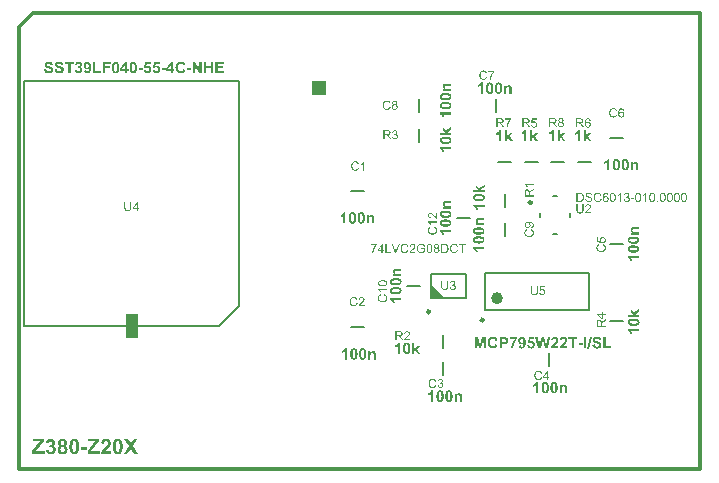
<source format=gto>
G04 Layer_Color=65535*
%FSLAX44Y44*%
%MOMM*%
G71*
G01*
G75*
%ADD15C,0.2000*%
%ADD16C,0.3500*%
%ADD25C,0.2500*%
%ADD26C,0.5000*%
%ADD27R,1.2500X1.2750*%
%ADD28R,1.0000X1.0000*%
G36*
X91402Y41170D02*
X91624Y41159D01*
X91846Y41137D01*
X92068Y41103D01*
X92257Y41070D01*
X92268D01*
X92290Y41059D01*
X92324D01*
X92368Y41037D01*
X92490Y41003D01*
X92646Y40948D01*
X92823Y40870D01*
X93012Y40770D01*
X93201Y40659D01*
X93378Y40515D01*
X93389Y40504D01*
X93400Y40493D01*
X93434Y40460D01*
X93478Y40426D01*
X93589Y40315D01*
X93722Y40160D01*
X93867Y39971D01*
X94022Y39749D01*
X94166Y39494D01*
X94288Y39205D01*
Y39194D01*
X94299Y39172D01*
X94322Y39128D01*
X94333Y39061D01*
X94366Y38983D01*
X94388Y38895D01*
X94410Y38795D01*
X94444Y38672D01*
X94477Y38550D01*
X94499Y38406D01*
X94555Y38095D01*
X94588Y37751D01*
X94599Y37374D01*
Y37363D01*
Y37341D01*
Y37285D01*
Y37229D01*
X94588Y37152D01*
Y37063D01*
X94577Y36852D01*
X94544Y36608D01*
X94510Y36353D01*
X94455Y36086D01*
X94388Y35820D01*
Y35809D01*
X94377Y35787D01*
X94366Y35753D01*
X94355Y35709D01*
X94311Y35587D01*
X94244Y35431D01*
X94177Y35254D01*
X94088Y35076D01*
X93977Y34887D01*
X93867Y34710D01*
X93855Y34688D01*
X93811Y34632D01*
X93744Y34555D01*
X93656Y34455D01*
X93556Y34344D01*
X93434Y34233D01*
X93312Y34111D01*
X93167Y34011D01*
X93145Y34000D01*
X93101Y33966D01*
X93023Y33922D01*
X92912Y33866D01*
X92779Y33800D01*
X92623Y33744D01*
X92446Y33678D01*
X92246Y33622D01*
X92224D01*
X92190Y33611D01*
X92157Y33600D01*
X92046Y33589D01*
X91891Y33567D01*
X91713Y33544D01*
X91502Y33522D01*
X91269Y33511D01*
X91014Y33500D01*
X88250D01*
Y41181D01*
X91202D01*
X91402Y41170D01*
D02*
G37*
G36*
X126011Y33500D02*
X125068D01*
Y39505D01*
X125057Y39494D01*
X125001Y39450D01*
X124935Y39383D01*
X124824Y39305D01*
X124702Y39205D01*
X124546Y39094D01*
X124369Y38972D01*
X124169Y38850D01*
X124158D01*
X124147Y38839D01*
X124080Y38795D01*
X123969Y38739D01*
X123836Y38672D01*
X123681Y38595D01*
X123514Y38517D01*
X123348Y38439D01*
X123181Y38373D01*
Y39283D01*
X123192D01*
X123214Y39305D01*
X123259Y39316D01*
X123314Y39350D01*
X123381Y39383D01*
X123459Y39427D01*
X123647Y39538D01*
X123869Y39660D01*
X124091Y39816D01*
X124324Y39993D01*
X124557Y40182D01*
X124569Y40193D01*
X124580Y40204D01*
X124613Y40238D01*
X124657Y40271D01*
X124757Y40382D01*
X124890Y40515D01*
X125024Y40670D01*
X125168Y40848D01*
X125290Y41026D01*
X125401Y41214D01*
X126011D01*
Y33500D01*
D02*
G37*
G36*
X147501D02*
X146557D01*
Y39505D01*
X146546Y39494D01*
X146491Y39450D01*
X146424Y39383D01*
X146313Y39305D01*
X146191Y39205D01*
X146035Y39094D01*
X145858Y38972D01*
X145658Y38850D01*
X145647D01*
X145636Y38839D01*
X145569Y38795D01*
X145458Y38739D01*
X145325Y38672D01*
X145170Y38595D01*
X145003Y38517D01*
X144837Y38439D01*
X144670Y38373D01*
Y39283D01*
X144681D01*
X144704Y39305D01*
X144748Y39316D01*
X144803Y39350D01*
X144870Y39383D01*
X144948Y39427D01*
X145136Y39538D01*
X145358Y39660D01*
X145581Y39816D01*
X145814Y39993D01*
X146047Y40182D01*
X146058Y40193D01*
X146069Y40204D01*
X146102Y40238D01*
X146146Y40271D01*
X146246Y40382D01*
X146380Y40515D01*
X146513Y40670D01*
X146657Y40848D01*
X146779Y41026D01*
X146890Y41214D01*
X147501D01*
Y33500D01*
D02*
G37*
G36*
X167580Y41203D02*
X167725Y41181D01*
X167891Y41148D01*
X168069Y41103D01*
X168257Y41048D01*
X168435Y40959D01*
X168446D01*
X168457Y40948D01*
X168513Y40915D01*
X168601Y40859D01*
X168712Y40781D01*
X168834Y40670D01*
X168968Y40548D01*
X169090Y40404D01*
X169212Y40238D01*
X169223Y40215D01*
X169267Y40160D01*
X169312Y40060D01*
X169389Y39916D01*
X169456Y39749D01*
X169545Y39560D01*
X169623Y39339D01*
X169689Y39094D01*
Y39083D01*
X169700Y39061D01*
X169711Y39028D01*
X169722Y38972D01*
X169734Y38906D01*
X169745Y38828D01*
X169767Y38728D01*
X169778Y38617D01*
X169800Y38495D01*
X169811Y38362D01*
X169822Y38206D01*
X169845Y38051D01*
X169856Y37873D01*
Y37696D01*
X169867Y37496D01*
Y37285D01*
Y37274D01*
Y37229D01*
Y37152D01*
Y37063D01*
X169856Y36941D01*
Y36808D01*
X169845Y36663D01*
X169834Y36508D01*
X169800Y36153D01*
X169745Y35787D01*
X169678Y35431D01*
X169634Y35265D01*
X169578Y35098D01*
Y35087D01*
X169567Y35065D01*
X169545Y35021D01*
X169523Y34965D01*
X169501Y34887D01*
X169456Y34810D01*
X169367Y34621D01*
X169256Y34421D01*
X169112Y34199D01*
X168946Y34000D01*
X168746Y33811D01*
X168735D01*
X168724Y33789D01*
X168690Y33766D01*
X168646Y33744D01*
X168590Y33711D01*
X168535Y33667D01*
X168368Y33589D01*
X168169Y33511D01*
X167936Y33433D01*
X167658Y33389D01*
X167358Y33367D01*
X167247D01*
X167170Y33378D01*
X167081Y33389D01*
X166970Y33411D01*
X166848Y33433D01*
X166714Y33467D01*
X166581Y33511D01*
X166437Y33556D01*
X166293Y33622D01*
X166148Y33700D01*
X166004Y33789D01*
X165860Y33900D01*
X165727Y34022D01*
X165604Y34155D01*
X165593Y34166D01*
X165571Y34199D01*
X165538Y34255D01*
X165482Y34344D01*
X165427Y34444D01*
X165371Y34577D01*
X165294Y34732D01*
X165227Y34910D01*
X165161Y35110D01*
X165094Y35343D01*
X165027Y35598D01*
X164972Y35886D01*
X164916Y36197D01*
X164883Y36530D01*
X164861Y36897D01*
X164850Y37285D01*
Y37296D01*
Y37341D01*
Y37418D01*
Y37507D01*
X164861Y37629D01*
Y37762D01*
X164872Y37907D01*
X164883Y38073D01*
X164916Y38417D01*
X164972Y38784D01*
X165038Y39150D01*
X165083Y39316D01*
X165127Y39483D01*
Y39494D01*
X165138Y39516D01*
X165161Y39560D01*
X165183Y39616D01*
X165205Y39694D01*
X165249Y39771D01*
X165338Y39960D01*
X165449Y40160D01*
X165593Y40371D01*
X165760Y40582D01*
X165960Y40759D01*
X165971D01*
X165982Y40781D01*
X166015Y40804D01*
X166060Y40826D01*
X166115Y40870D01*
X166182Y40904D01*
X166348Y40992D01*
X166548Y41070D01*
X166781Y41148D01*
X167059Y41192D01*
X167358Y41214D01*
X167458D01*
X167580Y41203D01*
D02*
G37*
G36*
X173552D02*
X173696Y41181D01*
X173863Y41148D01*
X174040Y41103D01*
X174229Y41048D01*
X174407Y40959D01*
X174418D01*
X174429Y40948D01*
X174484Y40915D01*
X174573Y40859D01*
X174684Y40781D01*
X174806Y40670D01*
X174939Y40548D01*
X175061Y40404D01*
X175184Y40238D01*
X175195Y40215D01*
X175239Y40160D01*
X175284Y40060D01*
X175361Y39916D01*
X175428Y39749D01*
X175517Y39560D01*
X175594Y39339D01*
X175661Y39094D01*
Y39083D01*
X175672Y39061D01*
X175683Y39028D01*
X175694Y38972D01*
X175705Y38906D01*
X175716Y38828D01*
X175739Y38728D01*
X175750Y38617D01*
X175772Y38495D01*
X175783Y38362D01*
X175794Y38206D01*
X175816Y38051D01*
X175827Y37873D01*
Y37696D01*
X175839Y37496D01*
Y37285D01*
Y37274D01*
Y37229D01*
Y37152D01*
Y37063D01*
X175827Y36941D01*
Y36808D01*
X175816Y36663D01*
X175805Y36508D01*
X175772Y36153D01*
X175716Y35787D01*
X175650Y35431D01*
X175605Y35265D01*
X175550Y35098D01*
Y35087D01*
X175539Y35065D01*
X175517Y35021D01*
X175494Y34965D01*
X175472Y34887D01*
X175428Y34810D01*
X175339Y34621D01*
X175228Y34421D01*
X175084Y34199D01*
X174917Y34000D01*
X174717Y33811D01*
X174706D01*
X174695Y33789D01*
X174662Y33766D01*
X174618Y33744D01*
X174562Y33711D01*
X174506Y33667D01*
X174340Y33589D01*
X174140Y33511D01*
X173907Y33433D01*
X173630Y33389D01*
X173330Y33367D01*
X173219D01*
X173141Y33378D01*
X173053Y33389D01*
X172941Y33411D01*
X172819Y33433D01*
X172686Y33467D01*
X172553Y33511D01*
X172409Y33556D01*
X172264Y33622D01*
X172120Y33700D01*
X171976Y33789D01*
X171831Y33900D01*
X171698Y34022D01*
X171576Y34155D01*
X171565Y34166D01*
X171543Y34199D01*
X171510Y34255D01*
X171454Y34344D01*
X171399Y34444D01*
X171343Y34577D01*
X171265Y34732D01*
X171199Y34910D01*
X171132Y35110D01*
X171066Y35343D01*
X170999Y35598D01*
X170944Y35886D01*
X170888Y36197D01*
X170855Y36530D01*
X170833Y36897D01*
X170821Y37285D01*
Y37296D01*
Y37341D01*
Y37418D01*
Y37507D01*
X170833Y37629D01*
Y37762D01*
X170844Y37907D01*
X170855Y38073D01*
X170888Y38417D01*
X170944Y38784D01*
X171010Y39150D01*
X171054Y39316D01*
X171099Y39483D01*
Y39494D01*
X171110Y39516D01*
X171132Y39560D01*
X171154Y39616D01*
X171177Y39694D01*
X171221Y39771D01*
X171310Y39960D01*
X171421Y40160D01*
X171565Y40371D01*
X171732Y40582D01*
X171931Y40759D01*
X171943D01*
X171954Y40781D01*
X171987Y40804D01*
X172031Y40826D01*
X172087Y40870D01*
X172153Y40904D01*
X172320Y40992D01*
X172520Y41070D01*
X172753Y41148D01*
X173030Y41192D01*
X173330Y41214D01*
X173430D01*
X173552Y41203D01*
D02*
G37*
G36*
X179524D02*
X179668Y41181D01*
X179834Y41148D01*
X180012Y41103D01*
X180201Y41048D01*
X180378Y40959D01*
X180389D01*
X180401Y40948D01*
X180456Y40915D01*
X180545Y40859D01*
X180656Y40781D01*
X180778Y40670D01*
X180911Y40548D01*
X181033Y40404D01*
X181155Y40238D01*
X181166Y40215D01*
X181211Y40160D01*
X181255Y40060D01*
X181333Y39916D01*
X181399Y39749D01*
X181488Y39560D01*
X181566Y39339D01*
X181633Y39094D01*
Y39083D01*
X181644Y39061D01*
X181655Y39028D01*
X181666Y38972D01*
X181677Y38906D01*
X181688Y38828D01*
X181710Y38728D01*
X181721Y38617D01*
X181744Y38495D01*
X181755Y38362D01*
X181766Y38206D01*
X181788Y38051D01*
X181799Y37873D01*
Y37696D01*
X181810Y37496D01*
Y37285D01*
Y37274D01*
Y37229D01*
Y37152D01*
Y37063D01*
X181799Y36941D01*
Y36808D01*
X181788Y36663D01*
X181777Y36508D01*
X181744Y36153D01*
X181688Y35787D01*
X181621Y35431D01*
X181577Y35265D01*
X181522Y35098D01*
Y35087D01*
X181511Y35065D01*
X181488Y35021D01*
X181466Y34965D01*
X181444Y34887D01*
X181399Y34810D01*
X181311Y34621D01*
X181200Y34421D01*
X181055Y34199D01*
X180889Y34000D01*
X180689Y33811D01*
X180678D01*
X180667Y33789D01*
X180634Y33766D01*
X180589Y33744D01*
X180534Y33711D01*
X180478Y33667D01*
X180312Y33589D01*
X180112Y33511D01*
X179879Y33433D01*
X179601Y33389D01*
X179302Y33367D01*
X179191D01*
X179113Y33378D01*
X179024Y33389D01*
X178913Y33411D01*
X178791Y33433D01*
X178658Y33467D01*
X178525Y33511D01*
X178380Y33556D01*
X178236Y33622D01*
X178092Y33700D01*
X177948Y33789D01*
X177803Y33900D01*
X177670Y34022D01*
X177548Y34155D01*
X177537Y34166D01*
X177515Y34199D01*
X177481Y34255D01*
X177426Y34344D01*
X177370Y34444D01*
X177315Y34577D01*
X177237Y34732D01*
X177171Y34910D01*
X177104Y35110D01*
X177037Y35343D01*
X176971Y35598D01*
X176915Y35886D01*
X176860Y36197D01*
X176826Y36530D01*
X176804Y36897D01*
X176793Y37285D01*
Y37296D01*
Y37341D01*
Y37418D01*
Y37507D01*
X176804Y37629D01*
Y37762D01*
X176815Y37907D01*
X176826Y38073D01*
X176860Y38417D01*
X176915Y38784D01*
X176982Y39150D01*
X177026Y39316D01*
X177071Y39483D01*
Y39494D01*
X177082Y39516D01*
X177104Y39560D01*
X177126Y39616D01*
X177148Y39694D01*
X177193Y39771D01*
X177281Y39960D01*
X177393Y40160D01*
X177537Y40371D01*
X177703Y40582D01*
X177903Y40759D01*
X177914D01*
X177925Y40781D01*
X177959Y40804D01*
X178003Y40826D01*
X178058Y40870D01*
X178125Y40904D01*
X178292Y40992D01*
X178491Y41070D01*
X178724Y41148D01*
X179002Y41192D01*
X179302Y41214D01*
X179401D01*
X179524Y41203D01*
D02*
G37*
G36*
X157502Y33500D02*
X156425D01*
Y34577D01*
X157502D01*
Y33500D01*
D02*
G37*
G36*
X98861Y41303D02*
X98939D01*
X99150Y41281D01*
X99383Y41248D01*
X99627Y41192D01*
X99894Y41126D01*
X100138Y41037D01*
X100149D01*
X100171Y41026D01*
X100204Y41003D01*
X100249Y40981D01*
X100360Y40926D01*
X100504Y40826D01*
X100671Y40715D01*
X100837Y40571D01*
X100993Y40404D01*
X101137Y40215D01*
Y40204D01*
X101148Y40193D01*
X101170Y40160D01*
X101192Y40127D01*
X101248Y40016D01*
X101314Y39871D01*
X101392Y39694D01*
X101448Y39483D01*
X101503Y39261D01*
X101525Y39017D01*
X100549Y38939D01*
Y38950D01*
Y38972D01*
X100538Y39005D01*
X100526Y39061D01*
X100493Y39183D01*
X100449Y39350D01*
X100382Y39527D01*
X100282Y39705D01*
X100160Y39871D01*
X100005Y40027D01*
X99983Y40038D01*
X99927Y40082D01*
X99816Y40149D01*
X99672Y40215D01*
X99483Y40282D01*
X99261Y40349D01*
X98983Y40393D01*
X98673Y40404D01*
X98517D01*
X98451Y40393D01*
X98362Y40382D01*
X98162Y40360D01*
X97940Y40315D01*
X97718Y40260D01*
X97507Y40171D01*
X97418Y40115D01*
X97330Y40060D01*
X97307Y40049D01*
X97263Y40005D01*
X97196Y39927D01*
X97130Y39838D01*
X97052Y39716D01*
X96986Y39583D01*
X96941Y39427D01*
X96919Y39250D01*
Y39227D01*
Y39183D01*
X96930Y39105D01*
X96952Y39017D01*
X96986Y38906D01*
X97041Y38795D01*
X97108Y38684D01*
X97207Y38573D01*
X97219Y38561D01*
X97274Y38528D01*
X97318Y38495D01*
X97363Y38473D01*
X97430Y38439D01*
X97507Y38395D01*
X97607Y38362D01*
X97718Y38317D01*
X97840Y38273D01*
X97985Y38217D01*
X98140Y38173D01*
X98317Y38117D01*
X98517Y38073D01*
X98739Y38018D01*
X98750D01*
X98795Y38006D01*
X98861Y37995D01*
X98939Y37973D01*
X99039Y37951D01*
X99161Y37918D01*
X99283Y37884D01*
X99416Y37851D01*
X99705Y37773D01*
X99983Y37696D01*
X100116Y37651D01*
X100238Y37607D01*
X100349Y37574D01*
X100438Y37529D01*
X100449D01*
X100471Y37518D01*
X100504Y37496D01*
X100549Y37474D01*
X100671Y37407D01*
X100815Y37318D01*
X100982Y37196D01*
X101148Y37063D01*
X101303Y36908D01*
X101437Y36741D01*
X101448Y36719D01*
X101492Y36663D01*
X101536Y36564D01*
X101603Y36430D01*
X101658Y36275D01*
X101714Y36086D01*
X101747Y35875D01*
X101758Y35653D01*
Y35642D01*
Y35631D01*
Y35598D01*
Y35554D01*
X101736Y35431D01*
X101714Y35276D01*
X101670Y35098D01*
X101614Y34910D01*
X101525Y34710D01*
X101403Y34499D01*
Y34488D01*
X101392Y34477D01*
X101337Y34410D01*
X101259Y34310D01*
X101148Y34199D01*
X101004Y34066D01*
X100826Y33922D01*
X100626Y33789D01*
X100393Y33667D01*
X100382D01*
X100360Y33655D01*
X100327Y33644D01*
X100282Y33622D01*
X100216Y33600D01*
X100138Y33567D01*
X99960Y33522D01*
X99749Y33467D01*
X99494Y33411D01*
X99217Y33378D01*
X98917Y33367D01*
X98739D01*
X98651Y33378D01*
X98551D01*
X98440Y33389D01*
X98306Y33400D01*
X98029Y33444D01*
X97740Y33489D01*
X97452Y33567D01*
X97174Y33667D01*
X97163D01*
X97141Y33678D01*
X97108Y33700D01*
X97063Y33722D01*
X96930Y33789D01*
X96775Y33888D01*
X96597Y34022D01*
X96408Y34177D01*
X96231Y34366D01*
X96064Y34577D01*
Y34588D01*
X96042Y34610D01*
X96031Y34643D01*
X95998Y34688D01*
X95975Y34743D01*
X95942Y34810D01*
X95864Y34976D01*
X95787Y35187D01*
X95720Y35420D01*
X95676Y35687D01*
X95654Y35964D01*
X96608Y36053D01*
Y36042D01*
Y36031D01*
X96619Y35998D01*
Y35953D01*
X96641Y35853D01*
X96675Y35709D01*
X96719Y35565D01*
X96763Y35398D01*
X96841Y35243D01*
X96919Y35098D01*
X96930Y35087D01*
X96963Y35043D01*
X97019Y34965D01*
X97108Y34887D01*
X97219Y34788D01*
X97341Y34688D01*
X97507Y34588D01*
X97685Y34499D01*
X97696D01*
X97707Y34488D01*
X97740Y34477D01*
X97774Y34466D01*
X97885Y34432D01*
X98029Y34388D01*
X98207Y34344D01*
X98406Y34310D01*
X98628Y34288D01*
X98872Y34277D01*
X98972D01*
X99083Y34288D01*
X99217Y34299D01*
X99372Y34321D01*
X99550Y34344D01*
X99727Y34388D01*
X99894Y34444D01*
X99916Y34455D01*
X99971Y34477D01*
X100049Y34521D01*
X100149Y34566D01*
X100249Y34643D01*
X100360Y34721D01*
X100471Y34810D01*
X100560Y34921D01*
X100571Y34932D01*
X100593Y34976D01*
X100626Y35032D01*
X100671Y35121D01*
X100715Y35209D01*
X100748Y35320D01*
X100771Y35443D01*
X100782Y35576D01*
Y35587D01*
Y35642D01*
X100771Y35709D01*
X100759Y35798D01*
X100726Y35886D01*
X100693Y35998D01*
X100637Y36109D01*
X100560Y36208D01*
X100549Y36219D01*
X100515Y36253D01*
X100471Y36297D01*
X100393Y36364D01*
X100304Y36430D01*
X100182Y36508D01*
X100038Y36586D01*
X99872Y36652D01*
X99860Y36663D01*
X99805Y36675D01*
X99716Y36708D01*
X99661Y36719D01*
X99583Y36741D01*
X99505Y36774D01*
X99405Y36797D01*
X99294Y36830D01*
X99161Y36863D01*
X99028Y36897D01*
X98872Y36941D01*
X98695Y36985D01*
X98506Y37030D01*
X98495D01*
X98462Y37041D01*
X98406Y37052D01*
X98340Y37074D01*
X98251Y37096D01*
X98151Y37118D01*
X97929Y37185D01*
X97685Y37263D01*
X97430Y37341D01*
X97207Y37418D01*
X97108Y37463D01*
X97019Y37507D01*
X97008D01*
X96997Y37518D01*
X96930Y37562D01*
X96830Y37618D01*
X96719Y37707D01*
X96586Y37807D01*
X96453Y37929D01*
X96320Y38073D01*
X96208Y38228D01*
X96197Y38251D01*
X96164Y38306D01*
X96120Y38395D01*
X96075Y38506D01*
X96031Y38650D01*
X95986Y38817D01*
X95953Y38994D01*
X95942Y39183D01*
Y39194D01*
Y39205D01*
Y39239D01*
Y39283D01*
X95964Y39394D01*
X95986Y39538D01*
X96020Y39705D01*
X96075Y39894D01*
X96153Y40082D01*
X96264Y40271D01*
Y40282D01*
X96275Y40293D01*
X96331Y40360D01*
X96408Y40448D01*
X96508Y40560D01*
X96641Y40682D01*
X96808Y40815D01*
X97008Y40937D01*
X97230Y41048D01*
X97241D01*
X97263Y41059D01*
X97296Y41070D01*
X97341Y41092D01*
X97396Y41115D01*
X97474Y41137D01*
X97640Y41181D01*
X97851Y41226D01*
X98096Y41270D01*
X98351Y41303D01*
X98639Y41314D01*
X98784D01*
X98861Y41303D01*
D02*
G37*
G36*
X113391Y41203D02*
X113469D01*
X113558Y41192D01*
X113768Y41148D01*
X114002Y41092D01*
X114246Y41003D01*
X114490Y40870D01*
X114612Y40793D01*
X114723Y40704D01*
X114734Y40693D01*
X114745Y40682D01*
X114778Y40648D01*
X114812Y40615D01*
X114867Y40560D01*
X114912Y40493D01*
X115034Y40338D01*
X115156Y40138D01*
X115267Y39894D01*
X115367Y39616D01*
X115433Y39305D01*
X114490Y39227D01*
Y39239D01*
X114479Y39250D01*
X114468Y39316D01*
X114434Y39416D01*
X114390Y39538D01*
X114346Y39671D01*
X114279Y39805D01*
X114201Y39927D01*
X114124Y40027D01*
X114101Y40049D01*
X114057Y40093D01*
X113979Y40160D01*
X113868Y40238D01*
X113724Y40304D01*
X113569Y40371D01*
X113380Y40415D01*
X113180Y40437D01*
X113102D01*
X113014Y40426D01*
X112914Y40404D01*
X112781Y40371D01*
X112647Y40326D01*
X112514Y40271D01*
X112381Y40182D01*
X112359Y40171D01*
X112303Y40127D01*
X112226Y40049D01*
X112126Y39938D01*
X112015Y39805D01*
X111893Y39649D01*
X111782Y39450D01*
X111671Y39227D01*
Y39216D01*
X111659Y39194D01*
X111648Y39161D01*
X111626Y39116D01*
X111615Y39050D01*
X111593Y38972D01*
X111571Y38883D01*
X111549Y38772D01*
X111515Y38650D01*
X111493Y38517D01*
X111471Y38373D01*
X111460Y38217D01*
X111438Y38040D01*
X111426Y37862D01*
X111415Y37662D01*
Y37463D01*
X111426Y37474D01*
X111471Y37540D01*
X111549Y37629D01*
X111648Y37740D01*
X111759Y37873D01*
X111904Y37995D01*
X112059Y38117D01*
X112237Y38228D01*
X112248D01*
X112259Y38240D01*
X112325Y38273D01*
X112425Y38306D01*
X112559Y38362D01*
X112714Y38406D01*
X112892Y38439D01*
X113080Y38473D01*
X113280Y38484D01*
X113369D01*
X113435Y38473D01*
X113524Y38462D01*
X113613Y38451D01*
X113724Y38428D01*
X113835Y38395D01*
X114090Y38317D01*
X114223Y38262D01*
X114357Y38184D01*
X114490Y38106D01*
X114634Y38018D01*
X114767Y37907D01*
X114889Y37785D01*
X114901Y37773D01*
X114923Y37751D01*
X114956Y37718D01*
X114989Y37662D01*
X115045Y37585D01*
X115100Y37507D01*
X115156Y37407D01*
X115223Y37296D01*
X115289Y37174D01*
X115345Y37041D01*
X115400Y36885D01*
X115456Y36730D01*
X115489Y36564D01*
X115522Y36375D01*
X115544Y36186D01*
X115555Y35986D01*
Y35975D01*
Y35953D01*
Y35920D01*
Y35864D01*
X115544Y35798D01*
Y35731D01*
X115511Y35554D01*
X115478Y35343D01*
X115422Y35121D01*
X115345Y34876D01*
X115234Y34643D01*
Y34632D01*
X115223Y34621D01*
X115200Y34588D01*
X115178Y34543D01*
X115112Y34432D01*
X115012Y34288D01*
X114889Y34133D01*
X114745Y33977D01*
X114568Y33822D01*
X114379Y33689D01*
X114368D01*
X114357Y33678D01*
X114323Y33655D01*
X114279Y33644D01*
X114168Y33589D01*
X114024Y33533D01*
X113835Y33467D01*
X113624Y33422D01*
X113391Y33378D01*
X113136Y33367D01*
X113080D01*
X113025Y33378D01*
X112936D01*
X112836Y33389D01*
X112725Y33411D01*
X112592Y33444D01*
X112459Y33478D01*
X112303Y33522D01*
X112148Y33578D01*
X111993Y33644D01*
X111826Y33733D01*
X111671Y33833D01*
X111515Y33944D01*
X111360Y34077D01*
X111215Y34233D01*
X111204Y34244D01*
X111182Y34277D01*
X111149Y34321D01*
X111104Y34399D01*
X111038Y34499D01*
X110982Y34610D01*
X110916Y34754D01*
X110849Y34910D01*
X110772Y35098D01*
X110705Y35309D01*
X110649Y35542D01*
X110594Y35798D01*
X110538Y36086D01*
X110505Y36397D01*
X110483Y36730D01*
X110472Y37085D01*
Y37096D01*
Y37107D01*
Y37141D01*
Y37185D01*
X110483Y37296D01*
Y37452D01*
X110494Y37629D01*
X110516Y37840D01*
X110538Y38073D01*
X110572Y38328D01*
X110616Y38584D01*
X110672Y38861D01*
X110738Y39128D01*
X110816Y39394D01*
X110916Y39649D01*
X111027Y39894D01*
X111149Y40127D01*
X111293Y40326D01*
X111304Y40338D01*
X111327Y40360D01*
X111371Y40404D01*
X111426Y40471D01*
X111493Y40537D01*
X111582Y40604D01*
X111693Y40693D01*
X111804Y40770D01*
X111937Y40848D01*
X112081Y40937D01*
X112248Y41003D01*
X112414Y41081D01*
X112603Y41137D01*
X112803Y41181D01*
X113014Y41203D01*
X113236Y41214D01*
X113324D01*
X113391Y41203D01*
D02*
G37*
G36*
X75262Y104453D02*
X75351Y104442D01*
X75451Y104431D01*
X75562Y104420D01*
X75673Y104387D01*
X75939Y104320D01*
X76206Y104220D01*
X76339Y104154D01*
X76472Y104076D01*
X76594Y103976D01*
X76716Y103876D01*
X76727Y103865D01*
X76738Y103854D01*
X76772Y103821D01*
X76816Y103776D01*
X76860Y103710D01*
X76916Y103643D01*
X77027Y103476D01*
X77138Y103266D01*
X77238Y103021D01*
X77316Y102744D01*
X77327Y102600D01*
X77338Y102444D01*
Y102433D01*
Y102422D01*
Y102355D01*
X77327Y102255D01*
X77304Y102133D01*
X77271Y101978D01*
X77216Y101823D01*
X77149Y101667D01*
X77049Y101512D01*
X77038Y101490D01*
X76994Y101445D01*
X76927Y101379D01*
X76838Y101290D01*
X76716Y101190D01*
X76572Y101090D01*
X76405Y100990D01*
X76206Y100901D01*
X76217D01*
X76239Y100890D01*
X76272Y100879D01*
X76316Y100857D01*
X76450Y100801D01*
X76605Y100724D01*
X76772Y100613D01*
X76949Y100491D01*
X77116Y100335D01*
X77271Y100158D01*
Y100147D01*
X77282Y100135D01*
X77327Y100069D01*
X77393Y99958D01*
X77460Y99813D01*
X77526Y99636D01*
X77593Y99425D01*
X77637Y99192D01*
X77649Y98937D01*
Y98926D01*
Y98892D01*
Y98837D01*
X77637Y98770D01*
X77626Y98693D01*
X77615Y98593D01*
X77593Y98482D01*
X77560Y98359D01*
X77482Y98104D01*
X77427Y97960D01*
X77349Y97827D01*
X77271Y97682D01*
X77182Y97549D01*
X77071Y97416D01*
X76949Y97283D01*
X76938Y97272D01*
X76916Y97249D01*
X76883Y97216D01*
X76827Y97183D01*
X76749Y97127D01*
X76672Y97072D01*
X76572Y97016D01*
X76461Y96950D01*
X76339Y96883D01*
X76194Y96828D01*
X76039Y96772D01*
X75884Y96717D01*
X75706Y96683D01*
X75517Y96650D01*
X75329Y96628D01*
X75118Y96617D01*
X75007D01*
X74929Y96628D01*
X74829Y96639D01*
X74718Y96650D01*
X74596Y96672D01*
X74463Y96706D01*
X74163Y96783D01*
X74008Y96839D01*
X73864Y96894D01*
X73708Y96972D01*
X73553Y97061D01*
X73408Y97161D01*
X73275Y97283D01*
X73264Y97294D01*
X73242Y97316D01*
X73209Y97349D01*
X73164Y97405D01*
X73120Y97472D01*
X73053Y97549D01*
X72998Y97638D01*
X72931Y97749D01*
X72864Y97860D01*
X72809Y97993D01*
X72698Y98271D01*
X72654Y98437D01*
X72620Y98604D01*
X72598Y98781D01*
X72587Y98959D01*
Y98970D01*
Y98992D01*
Y99037D01*
X72598Y99081D01*
Y99148D01*
X72609Y99225D01*
X72631Y99403D01*
X72676Y99603D01*
X72742Y99802D01*
X72842Y100013D01*
X72964Y100213D01*
Y100224D01*
X72987Y100235D01*
X73031Y100291D01*
X73120Y100380D01*
X73242Y100491D01*
X73397Y100602D01*
X73586Y100724D01*
X73797Y100824D01*
X74052Y100901D01*
X74041D01*
X74030Y100912D01*
X73997Y100924D01*
X73952Y100946D01*
X73852Y100990D01*
X73719Y101057D01*
X73575Y101145D01*
X73431Y101257D01*
X73297Y101379D01*
X73175Y101512D01*
X73164Y101534D01*
X73131Y101578D01*
X73087Y101667D01*
X73042Y101778D01*
X72987Y101923D01*
X72942Y102089D01*
X72909Y102278D01*
X72898Y102478D01*
Y102489D01*
Y102511D01*
Y102555D01*
X72909Y102622D01*
X72920Y102688D01*
X72931Y102777D01*
X72976Y102966D01*
X73042Y103188D01*
X73153Y103421D01*
X73220Y103543D01*
X73297Y103665D01*
X73397Y103776D01*
X73497Y103887D01*
X73508Y103898D01*
X73531Y103909D01*
X73564Y103943D01*
X73608Y103976D01*
X73664Y104020D01*
X73741Y104065D01*
X73830Y104120D01*
X73919Y104176D01*
X74030Y104231D01*
X74152Y104287D01*
X74285Y104331D01*
X74429Y104376D01*
X74740Y104442D01*
X74918Y104453D01*
X75096Y104464D01*
X75195D01*
X75262Y104453D01*
D02*
G37*
G36*
X137211Y35809D02*
X134292D01*
Y36752D01*
X137211D01*
Y35809D01*
D02*
G37*
G36*
X131073Y41203D02*
X131217Y41181D01*
X131395Y41148D01*
X131595Y41092D01*
X131795Y41026D01*
X131994Y40937D01*
X132005D01*
X132016Y40926D01*
X132083Y40893D01*
X132183Y40826D01*
X132294Y40748D01*
X132427Y40637D01*
X132560Y40515D01*
X132694Y40371D01*
X132805Y40204D01*
X132816Y40182D01*
X132849Y40127D01*
X132893Y40027D01*
X132949Y39905D01*
X133004Y39760D01*
X133049Y39594D01*
X133082Y39405D01*
X133093Y39216D01*
Y39194D01*
Y39128D01*
X133082Y39039D01*
X133060Y38917D01*
X133027Y38772D01*
X132971Y38617D01*
X132905Y38462D01*
X132816Y38306D01*
X132805Y38284D01*
X132771Y38240D01*
X132705Y38162D01*
X132616Y38073D01*
X132505Y37973D01*
X132372Y37862D01*
X132216Y37762D01*
X132028Y37662D01*
X132039D01*
X132061Y37651D01*
X132094Y37640D01*
X132139Y37629D01*
X132261Y37585D01*
X132416Y37518D01*
X132594Y37429D01*
X132771Y37318D01*
X132938Y37174D01*
X133093Y37008D01*
X133104Y36985D01*
X133149Y36919D01*
X133215Y36808D01*
X133282Y36663D01*
X133349Y36486D01*
X133415Y36275D01*
X133460Y36031D01*
X133471Y35764D01*
Y35753D01*
Y35720D01*
Y35665D01*
X133460Y35598D01*
X133448Y35509D01*
X133426Y35409D01*
X133404Y35298D01*
X133382Y35176D01*
X133293Y34910D01*
X133226Y34765D01*
X133160Y34632D01*
X133071Y34488D01*
X132971Y34344D01*
X132860Y34199D01*
X132727Y34066D01*
X132716Y34055D01*
X132694Y34033D01*
X132649Y34000D01*
X132594Y33955D01*
X132527Y33900D01*
X132438Y33844D01*
X132338Y33777D01*
X132216Y33722D01*
X132094Y33655D01*
X131950Y33589D01*
X131806Y33533D01*
X131639Y33478D01*
X131461Y33433D01*
X131273Y33400D01*
X131084Y33378D01*
X130873Y33367D01*
X130773D01*
X130707Y33378D01*
X130618Y33389D01*
X130518Y33400D01*
X130407Y33422D01*
X130285Y33444D01*
X130019Y33511D01*
X129741Y33622D01*
X129597Y33689D01*
X129464Y33766D01*
X129330Y33866D01*
X129197Y33966D01*
X129186Y33977D01*
X129164Y34000D01*
X129131Y34033D01*
X129097Y34077D01*
X129042Y34133D01*
X128986Y34210D01*
X128920Y34288D01*
X128853Y34388D01*
X128786Y34499D01*
X128720Y34610D01*
X128598Y34876D01*
X128498Y35187D01*
X128465Y35354D01*
X128442Y35531D01*
X129386Y35653D01*
Y35642D01*
X129397Y35620D01*
X129408Y35576D01*
X129419Y35520D01*
X129430Y35454D01*
X129452Y35376D01*
X129508Y35209D01*
X129586Y35010D01*
X129685Y34821D01*
X129796Y34643D01*
X129930Y34488D01*
X129952Y34477D01*
X129996Y34432D01*
X130085Y34377D01*
X130196Y34321D01*
X130329Y34255D01*
X130496Y34199D01*
X130684Y34155D01*
X130884Y34144D01*
X130951D01*
X130995Y34155D01*
X131117Y34166D01*
X131273Y34199D01*
X131450Y34255D01*
X131639Y34332D01*
X131828Y34444D01*
X132005Y34599D01*
X132028Y34621D01*
X132083Y34688D01*
X132150Y34788D01*
X132239Y34921D01*
X132327Y35087D01*
X132394Y35276D01*
X132449Y35498D01*
X132472Y35742D01*
Y35753D01*
Y35775D01*
Y35809D01*
X132460Y35853D01*
X132449Y35975D01*
X132416Y36120D01*
X132372Y36297D01*
X132294Y36475D01*
X132183Y36652D01*
X132039Y36819D01*
X132016Y36841D01*
X131961Y36885D01*
X131872Y36952D01*
X131750Y37030D01*
X131595Y37107D01*
X131406Y37174D01*
X131195Y37218D01*
X130962Y37241D01*
X130862D01*
X130784Y37229D01*
X130684Y37218D01*
X130574Y37196D01*
X130440Y37174D01*
X130296Y37141D01*
X130407Y37973D01*
X130463D01*
X130507Y37962D01*
X130651D01*
X130773Y37984D01*
X130918Y38006D01*
X131084Y38040D01*
X131273Y38095D01*
X131450Y38173D01*
X131639Y38273D01*
X131650D01*
X131661Y38284D01*
X131717Y38328D01*
X131795Y38406D01*
X131883Y38506D01*
X131972Y38650D01*
X132050Y38817D01*
X132105Y39005D01*
X132128Y39116D01*
Y39239D01*
Y39250D01*
Y39261D01*
Y39327D01*
X132105Y39416D01*
X132083Y39538D01*
X132039Y39671D01*
X131983Y39816D01*
X131894Y39960D01*
X131772Y40093D01*
X131761Y40104D01*
X131706Y40149D01*
X131628Y40204D01*
X131528Y40271D01*
X131395Y40326D01*
X131240Y40382D01*
X131062Y40426D01*
X130862Y40437D01*
X130773D01*
X130673Y40415D01*
X130540Y40393D01*
X130396Y40349D01*
X130252Y40293D01*
X130096Y40204D01*
X129952Y40093D01*
X129941Y40082D01*
X129896Y40027D01*
X129830Y39949D01*
X129752Y39838D01*
X129674Y39694D01*
X129597Y39516D01*
X129530Y39305D01*
X129486Y39061D01*
X128542Y39227D01*
Y39239D01*
X128553Y39272D01*
X128565Y39316D01*
X128576Y39383D01*
X128598Y39461D01*
X128631Y39549D01*
X128698Y39760D01*
X128809Y40005D01*
X128942Y40249D01*
X129108Y40482D01*
X129319Y40693D01*
X129330Y40704D01*
X129353Y40715D01*
X129386Y40737D01*
X129430Y40770D01*
X129486Y40815D01*
X129563Y40859D01*
X129641Y40904D01*
X129741Y40959D01*
X129963Y41048D01*
X130218Y41137D01*
X130518Y41192D01*
X130673Y41214D01*
X130951D01*
X131073Y41203D01*
D02*
G37*
G36*
X106665Y41303D02*
X106764Y41292D01*
X106887Y41281D01*
X107009Y41270D01*
X107153Y41237D01*
X107453Y41170D01*
X107786Y41070D01*
X107952Y41003D01*
X108108Y40926D01*
X108263Y40826D01*
X108418Y40726D01*
X108429Y40715D01*
X108452Y40704D01*
X108496Y40670D01*
X108552Y40615D01*
X108607Y40560D01*
X108685Y40482D01*
X108762Y40393D01*
X108851Y40304D01*
X108940Y40193D01*
X109029Y40060D01*
X109129Y39927D01*
X109218Y39783D01*
X109295Y39616D01*
X109384Y39450D01*
X109451Y39272D01*
X109517Y39072D01*
X108518Y38839D01*
Y38850D01*
X108507Y38872D01*
X108485Y38917D01*
X108463Y38972D01*
X108441Y39039D01*
X108407Y39128D01*
X108318Y39305D01*
X108207Y39505D01*
X108074Y39705D01*
X107908Y39894D01*
X107730Y40060D01*
X107708Y40082D01*
X107641Y40127D01*
X107530Y40182D01*
X107386Y40260D01*
X107197Y40326D01*
X106987Y40393D01*
X106731Y40437D01*
X106454Y40448D01*
X106365D01*
X106309Y40437D01*
X106232D01*
X106143Y40426D01*
X105932Y40393D01*
X105699Y40349D01*
X105455Y40271D01*
X105199Y40160D01*
X104966Y40016D01*
X104955D01*
X104944Y39993D01*
X104866Y39938D01*
X104767Y39849D01*
X104644Y39716D01*
X104500Y39549D01*
X104367Y39361D01*
X104245Y39128D01*
X104134Y38872D01*
Y38861D01*
X104123Y38839D01*
X104112Y38806D01*
X104101Y38750D01*
X104078Y38684D01*
X104056Y38606D01*
X104023Y38417D01*
X103978Y38195D01*
X103934Y37951D01*
X103912Y37685D01*
X103901Y37396D01*
Y37385D01*
Y37352D01*
Y37296D01*
Y37229D01*
X103912Y37152D01*
Y37052D01*
X103923Y36941D01*
X103934Y36819D01*
X103967Y36553D01*
X104023Y36264D01*
X104089Y35975D01*
X104178Y35687D01*
Y35676D01*
X104189Y35653D01*
X104212Y35620D01*
X104234Y35565D01*
X104300Y35431D01*
X104400Y35276D01*
X104522Y35098D01*
X104678Y34910D01*
X104855Y34743D01*
X105066Y34588D01*
X105077D01*
X105099Y34577D01*
X105133Y34555D01*
X105177Y34532D01*
X105233Y34510D01*
X105299Y34477D01*
X105455Y34410D01*
X105654Y34344D01*
X105877Y34288D01*
X106121Y34244D01*
X106376Y34233D01*
X106454D01*
X106520Y34244D01*
X106598D01*
X106676Y34255D01*
X106875Y34299D01*
X107108Y34355D01*
X107342Y34444D01*
X107586Y34566D01*
X107708Y34632D01*
X107819Y34721D01*
X107830Y34732D01*
X107841Y34743D01*
X107874Y34776D01*
X107919Y34810D01*
X107963Y34865D01*
X108019Y34932D01*
X108085Y34999D01*
X108141Y35087D01*
X108207Y35187D01*
X108285Y35298D01*
X108352Y35409D01*
X108418Y35542D01*
X108474Y35687D01*
X108529Y35842D01*
X108585Y36009D01*
X108629Y36186D01*
X109650Y35931D01*
Y35920D01*
X109639Y35875D01*
X109617Y35809D01*
X109584Y35720D01*
X109551Y35620D01*
X109506Y35498D01*
X109451Y35365D01*
X109384Y35220D01*
X109229Y34910D01*
X109029Y34599D01*
X108907Y34444D01*
X108785Y34288D01*
X108651Y34155D01*
X108496Y34022D01*
X108485Y34011D01*
X108463Y33988D01*
X108407Y33966D01*
X108352Y33922D01*
X108263Y33866D01*
X108174Y33811D01*
X108052Y33755D01*
X107930Y33700D01*
X107786Y33633D01*
X107630Y33578D01*
X107464Y33522D01*
X107286Y33467D01*
X107097Y33422D01*
X106898Y33400D01*
X106687Y33378D01*
X106465Y33367D01*
X106343D01*
X106254Y33378D01*
X106154D01*
X106032Y33389D01*
X105899Y33411D01*
X105743Y33433D01*
X105421Y33489D01*
X105088Y33578D01*
X104755Y33700D01*
X104600Y33777D01*
X104445Y33866D01*
X104433Y33877D01*
X104411Y33888D01*
X104367Y33922D01*
X104323Y33966D01*
X104256Y34011D01*
X104178Y34077D01*
X104089Y34155D01*
X104001Y34244D01*
X103912Y34344D01*
X103812Y34444D01*
X103612Y34699D01*
X103423Y34999D01*
X103257Y35331D01*
Y35343D01*
X103235Y35376D01*
X103224Y35431D01*
X103190Y35498D01*
X103168Y35587D01*
X103135Y35698D01*
X103090Y35820D01*
X103057Y35953D01*
X103024Y36097D01*
X102979Y36264D01*
X102924Y36608D01*
X102879Y36996D01*
X102857Y37396D01*
Y37407D01*
Y37452D01*
Y37518D01*
X102868Y37596D01*
Y37707D01*
X102879Y37818D01*
X102891Y37962D01*
X102913Y38106D01*
X102968Y38428D01*
X103046Y38784D01*
X103157Y39139D01*
X103312Y39483D01*
X103323Y39494D01*
X103335Y39527D01*
X103357Y39572D01*
X103401Y39627D01*
X103446Y39705D01*
X103501Y39794D01*
X103645Y39993D01*
X103834Y40215D01*
X104056Y40437D01*
X104311Y40659D01*
X104611Y40848D01*
X104622Y40859D01*
X104656Y40870D01*
X104700Y40893D01*
X104755Y40926D01*
X104844Y40959D01*
X104933Y40992D01*
X105044Y41037D01*
X105166Y41081D01*
X105299Y41126D01*
X105444Y41170D01*
X105754Y41237D01*
X106110Y41292D01*
X106476Y41314D01*
X106587D01*
X106665Y41303D01*
D02*
G37*
G36*
X161609Y41203D02*
X161753Y41181D01*
X161919Y41148D01*
X162097Y41103D01*
X162286Y41048D01*
X162463Y40959D01*
X162474D01*
X162486Y40948D01*
X162541Y40915D01*
X162630Y40859D01*
X162741Y40781D01*
X162863Y40670D01*
X162996Y40548D01*
X163118Y40404D01*
X163240Y40238D01*
X163251Y40215D01*
X163296Y40160D01*
X163340Y40060D01*
X163418Y39916D01*
X163484Y39749D01*
X163573Y39560D01*
X163651Y39339D01*
X163717Y39094D01*
Y39083D01*
X163729Y39061D01*
X163740Y39028D01*
X163751Y38972D01*
X163762Y38906D01*
X163773Y38828D01*
X163795Y38728D01*
X163806Y38617D01*
X163829Y38495D01*
X163840Y38362D01*
X163851Y38206D01*
X163873Y38051D01*
X163884Y37873D01*
Y37696D01*
X163895Y37496D01*
Y37285D01*
Y37274D01*
Y37229D01*
Y37152D01*
Y37063D01*
X163884Y36941D01*
Y36808D01*
X163873Y36663D01*
X163862Y36508D01*
X163829Y36153D01*
X163773Y35787D01*
X163706Y35431D01*
X163662Y35265D01*
X163606Y35098D01*
Y35087D01*
X163595Y35065D01*
X163573Y35021D01*
X163551Y34965D01*
X163529Y34887D01*
X163484Y34810D01*
X163396Y34621D01*
X163285Y34421D01*
X163140Y34199D01*
X162974Y34000D01*
X162774Y33811D01*
X162763D01*
X162752Y33789D01*
X162719Y33766D01*
X162674Y33744D01*
X162619Y33711D01*
X162563Y33667D01*
X162397Y33589D01*
X162197Y33511D01*
X161964Y33433D01*
X161686Y33389D01*
X161387Y33367D01*
X161276D01*
X161198Y33378D01*
X161109Y33389D01*
X160998Y33411D01*
X160876Y33433D01*
X160743Y33467D01*
X160610Y33511D01*
X160465Y33556D01*
X160321Y33622D01*
X160177Y33700D01*
X160032Y33789D01*
X159888Y33900D01*
X159755Y34022D01*
X159633Y34155D01*
X159622Y34166D01*
X159600Y34199D01*
X159566Y34255D01*
X159511Y34344D01*
X159455Y34444D01*
X159400Y34577D01*
X159322Y34732D01*
X159255Y34910D01*
X159189Y35110D01*
X159122Y35343D01*
X159056Y35598D01*
X159000Y35886D01*
X158945Y36197D01*
X158911Y36530D01*
X158889Y36897D01*
X158878Y37285D01*
Y37296D01*
Y37341D01*
Y37418D01*
Y37507D01*
X158889Y37629D01*
Y37762D01*
X158900Y37907D01*
X158911Y38073D01*
X158945Y38417D01*
X159000Y38784D01*
X159067Y39150D01*
X159111Y39316D01*
X159156Y39483D01*
Y39494D01*
X159167Y39516D01*
X159189Y39560D01*
X159211Y39616D01*
X159233Y39694D01*
X159278Y39771D01*
X159366Y39960D01*
X159477Y40160D01*
X159622Y40371D01*
X159788Y40582D01*
X159988Y40759D01*
X159999D01*
X160010Y40781D01*
X160044Y40804D01*
X160088Y40826D01*
X160143Y40870D01*
X160210Y40904D01*
X160376Y40992D01*
X160576Y41070D01*
X160809Y41148D01*
X161087Y41192D01*
X161387Y41214D01*
X161486D01*
X161609Y41203D01*
D02*
G37*
G36*
X-5343Y-2979D02*
X-7874D01*
Y-9750D01*
X-8895D01*
Y-2979D01*
X-11426D01*
Y-2069D01*
X-5343D01*
Y-2979D01*
D02*
G37*
G36*
X-64272Y-9750D02*
X-65338D01*
X-68312Y-2069D01*
X-67202D01*
X-65204Y-7652D01*
Y-7663D01*
X-65193Y-7685D01*
X-65182Y-7719D01*
X-65160Y-7763D01*
X-65149Y-7830D01*
X-65127Y-7896D01*
X-65071Y-8063D01*
X-65005Y-8252D01*
X-64938Y-8462D01*
X-64805Y-8906D01*
Y-8895D01*
X-64794Y-8873D01*
X-64783Y-8840D01*
X-64771Y-8795D01*
X-64738Y-8673D01*
X-64683Y-8507D01*
X-64627Y-8318D01*
X-64560Y-8107D01*
X-64483Y-7885D01*
X-64394Y-7652D01*
X-62307Y-2069D01*
X-61275D01*
X-64272Y-9750D01*
D02*
G37*
G36*
X-42849Y-1947D02*
X-42761D01*
X-42550Y-1969D01*
X-42316Y-2002D01*
X-42072Y-2058D01*
X-41806Y-2124D01*
X-41551Y-2213D01*
X-41540D01*
X-41517Y-2224D01*
X-41484Y-2235D01*
X-41440Y-2258D01*
X-41318Y-2324D01*
X-41162Y-2402D01*
X-40996Y-2513D01*
X-40818Y-2646D01*
X-40651Y-2790D01*
X-40496Y-2968D01*
X-40474Y-2990D01*
X-40430Y-3057D01*
X-40363Y-3157D01*
X-40274Y-3301D01*
X-40185Y-3479D01*
X-40085Y-3701D01*
X-39985Y-3945D01*
X-39908Y-4222D01*
X-40829Y-4466D01*
Y-4455D01*
X-40840Y-4444D01*
X-40851Y-4411D01*
X-40862Y-4367D01*
X-40896Y-4267D01*
X-40940Y-4133D01*
X-41007Y-3978D01*
X-41084Y-3834D01*
X-41162Y-3678D01*
X-41262Y-3545D01*
X-41273Y-3534D01*
X-41306Y-3490D01*
X-41373Y-3434D01*
X-41451Y-3356D01*
X-41551Y-3268D01*
X-41684Y-3179D01*
X-41828Y-3090D01*
X-41995Y-3012D01*
X-42017Y-3001D01*
X-42072Y-2979D01*
X-42172Y-2946D01*
X-42305Y-2901D01*
X-42461Y-2868D01*
X-42638Y-2835D01*
X-42838Y-2813D01*
X-43049Y-2801D01*
X-43171D01*
X-43227Y-2813D01*
X-43293D01*
X-43460Y-2824D01*
X-43649Y-2857D01*
X-43859Y-2890D01*
X-44059Y-2946D01*
X-44259Y-3024D01*
X-44281Y-3035D01*
X-44348Y-3057D01*
X-44436Y-3112D01*
X-44548Y-3168D01*
X-44681Y-3257D01*
X-44825Y-3345D01*
X-44958Y-3456D01*
X-45080Y-3578D01*
X-45091Y-3590D01*
X-45136Y-3634D01*
X-45191Y-3712D01*
X-45258Y-3801D01*
X-45336Y-3911D01*
X-45413Y-4045D01*
X-45491Y-4189D01*
X-45569Y-4344D01*
Y-4356D01*
X-45580Y-4378D01*
X-45591Y-4411D01*
X-45613Y-4466D01*
X-45635Y-4533D01*
X-45658Y-4611D01*
X-45691Y-4700D01*
X-45713Y-4800D01*
X-45768Y-5033D01*
X-45813Y-5299D01*
X-45846Y-5577D01*
X-45857Y-5887D01*
Y-5898D01*
Y-5932D01*
Y-5987D01*
X-45846Y-6054D01*
Y-6143D01*
X-45835Y-6254D01*
X-45824Y-6365D01*
X-45813Y-6487D01*
X-45768Y-6764D01*
X-45713Y-7053D01*
X-45624Y-7341D01*
X-45513Y-7619D01*
Y-7630D01*
X-45491Y-7652D01*
X-45480Y-7685D01*
X-45447Y-7730D01*
X-45369Y-7852D01*
X-45247Y-8007D01*
X-45103Y-8174D01*
X-44925Y-8340D01*
X-44714Y-8496D01*
X-44481Y-8640D01*
X-44470D01*
X-44448Y-8651D01*
X-44414Y-8673D01*
X-44359Y-8695D01*
X-44303Y-8718D01*
X-44226Y-8740D01*
X-44048Y-8806D01*
X-43826Y-8862D01*
X-43582Y-8917D01*
X-43316Y-8962D01*
X-43038Y-8973D01*
X-42927D01*
X-42860Y-8962D01*
X-42794D01*
X-42627Y-8940D01*
X-42428Y-8917D01*
X-42217Y-8873D01*
X-41983Y-8806D01*
X-41750Y-8729D01*
X-41739D01*
X-41717Y-8718D01*
X-41695Y-8707D01*
X-41651Y-8684D01*
X-41528Y-8629D01*
X-41395Y-8562D01*
X-41240Y-8485D01*
X-41073Y-8396D01*
X-40918Y-8296D01*
X-40785Y-8185D01*
Y-6742D01*
X-43049D01*
Y-5832D01*
X-39786D01*
Y-8684D01*
X-39797Y-8695D01*
X-39819Y-8707D01*
X-39863Y-8740D01*
X-39919Y-8784D01*
X-39985Y-8829D01*
X-40063Y-8884D01*
X-40163Y-8951D01*
X-40263Y-9017D01*
X-40496Y-9162D01*
X-40763Y-9317D01*
X-41040Y-9461D01*
X-41340Y-9584D01*
X-41351D01*
X-41373Y-9595D01*
X-41417Y-9606D01*
X-41473Y-9628D01*
X-41551Y-9650D01*
X-41639Y-9683D01*
X-41739Y-9706D01*
X-41839Y-9728D01*
X-42083Y-9783D01*
X-42361Y-9839D01*
X-42661Y-9872D01*
X-42971Y-9883D01*
X-43082D01*
X-43160Y-9872D01*
X-43260D01*
X-43382Y-9861D01*
X-43515Y-9839D01*
X-43660Y-9828D01*
X-43981Y-9761D01*
X-44325Y-9683D01*
X-44681Y-9561D01*
X-44858Y-9495D01*
X-45036Y-9406D01*
X-45047Y-9395D01*
X-45080Y-9384D01*
X-45125Y-9350D01*
X-45191Y-9317D01*
X-45269Y-9262D01*
X-45347Y-9206D01*
X-45558Y-9051D01*
X-45780Y-8851D01*
X-46013Y-8607D01*
X-46235Y-8329D01*
X-46434Y-8007D01*
Y-7996D01*
X-46457Y-7963D01*
X-46479Y-7918D01*
X-46512Y-7841D01*
X-46546Y-7763D01*
X-46579Y-7652D01*
X-46623Y-7541D01*
X-46668Y-7408D01*
X-46712Y-7264D01*
X-46756Y-7097D01*
X-46790Y-6931D01*
X-46823Y-6753D01*
X-46878Y-6365D01*
X-46901Y-5954D01*
Y-5943D01*
Y-5898D01*
Y-5843D01*
X-46890Y-5765D01*
Y-5665D01*
X-46878Y-5543D01*
X-46856Y-5421D01*
X-46845Y-5277D01*
X-46812Y-5121D01*
X-46790Y-4955D01*
X-46701Y-4600D01*
X-46590Y-4233D01*
X-46434Y-3867D01*
X-46423Y-3856D01*
X-46412Y-3823D01*
X-46390Y-3778D01*
X-46346Y-3712D01*
X-46301Y-3623D01*
X-46246Y-3534D01*
X-46090Y-3323D01*
X-45902Y-3079D01*
X-45669Y-2846D01*
X-45402Y-2613D01*
X-45247Y-2513D01*
X-45091Y-2413D01*
X-45080Y-2402D01*
X-45047Y-2391D01*
X-45003Y-2369D01*
X-44936Y-2335D01*
X-44847Y-2302D01*
X-44747Y-2258D01*
X-44636Y-2213D01*
X-44503Y-2169D01*
X-44359Y-2124D01*
X-44203Y-2091D01*
X-44037Y-2047D01*
X-43859Y-2013D01*
X-43471Y-1958D01*
X-43271Y-1936D01*
X-42916D01*
X-42849Y-1947D01*
D02*
G37*
G36*
X-72508Y-8840D02*
X-68723D01*
Y-9750D01*
X-73529D01*
Y-2069D01*
X-72508D01*
Y-8840D01*
D02*
G37*
G36*
X-50264Y-2047D02*
X-50175Y-2058D01*
X-50064Y-2069D01*
X-49942Y-2091D01*
X-49820Y-2113D01*
X-49531Y-2191D01*
X-49243Y-2302D01*
X-49099Y-2369D01*
X-48954Y-2446D01*
X-48821Y-2546D01*
X-48699Y-2657D01*
X-48688Y-2668D01*
X-48666Y-2679D01*
X-48643Y-2724D01*
X-48599Y-2768D01*
X-48544Y-2824D01*
X-48488Y-2901D01*
X-48432Y-2979D01*
X-48366Y-3079D01*
X-48255Y-3290D01*
X-48144Y-3556D01*
X-48099Y-3690D01*
X-48077Y-3845D01*
X-48055Y-4000D01*
X-48044Y-4167D01*
Y-4189D01*
Y-4245D01*
X-48055Y-4333D01*
X-48066Y-4455D01*
X-48088Y-4589D01*
X-48133Y-4744D01*
X-48177Y-4911D01*
X-48244Y-5077D01*
X-48255Y-5099D01*
X-48277Y-5155D01*
X-48321Y-5243D01*
X-48388Y-5366D01*
X-48477Y-5499D01*
X-48588Y-5665D01*
X-48721Y-5832D01*
X-48877Y-6021D01*
X-48899Y-6043D01*
X-48954Y-6109D01*
X-49010Y-6165D01*
X-49065Y-6220D01*
X-49132Y-6287D01*
X-49221Y-6376D01*
X-49309Y-6464D01*
X-49420Y-6564D01*
X-49531Y-6675D01*
X-49665Y-6797D01*
X-49809Y-6920D01*
X-49964Y-7064D01*
X-50142Y-7208D01*
X-50319Y-7363D01*
X-50331Y-7375D01*
X-50353Y-7397D01*
X-50397Y-7430D01*
X-50453Y-7474D01*
X-50519Y-7541D01*
X-50597Y-7608D01*
X-50774Y-7752D01*
X-50963Y-7918D01*
X-51141Y-8085D01*
X-51296Y-8229D01*
X-51363Y-8285D01*
X-51418Y-8340D01*
X-51429Y-8351D01*
X-51463Y-8385D01*
X-51507Y-8429D01*
X-51563Y-8496D01*
X-51618Y-8573D01*
X-51685Y-8651D01*
X-51818Y-8840D01*
X-48033D01*
Y-9750D01*
X-53128D01*
Y-9739D01*
Y-9694D01*
Y-9628D01*
X-53117Y-9539D01*
X-53106Y-9439D01*
X-53083Y-9328D01*
X-53061Y-9217D01*
X-53017Y-9095D01*
Y-9084D01*
X-53006Y-9073D01*
X-52983Y-9006D01*
X-52939Y-8906D01*
X-52872Y-8773D01*
X-52784Y-8618D01*
X-52673Y-8440D01*
X-52551Y-8263D01*
X-52395Y-8074D01*
Y-8063D01*
X-52373Y-8052D01*
X-52317Y-7985D01*
X-52217Y-7885D01*
X-52073Y-7741D01*
X-51907Y-7574D01*
X-51696Y-7375D01*
X-51441Y-7153D01*
X-51163Y-6920D01*
X-51152Y-6908D01*
X-51108Y-6875D01*
X-51041Y-6820D01*
X-50963Y-6753D01*
X-50863Y-6664D01*
X-50741Y-6564D01*
X-50619Y-6453D01*
X-50475Y-6331D01*
X-50197Y-6065D01*
X-49920Y-5799D01*
X-49787Y-5665D01*
X-49665Y-5532D01*
X-49553Y-5410D01*
X-49465Y-5288D01*
Y-5277D01*
X-49443Y-5266D01*
X-49420Y-5232D01*
X-49398Y-5188D01*
X-49320Y-5066D01*
X-49232Y-4922D01*
X-49154Y-4744D01*
X-49076Y-4555D01*
X-49032Y-4344D01*
X-49010Y-4145D01*
Y-4133D01*
Y-4122D01*
X-49021Y-4056D01*
X-49032Y-3945D01*
X-49065Y-3823D01*
X-49110Y-3667D01*
X-49187Y-3512D01*
X-49287Y-3356D01*
X-49420Y-3201D01*
X-49443Y-3179D01*
X-49498Y-3135D01*
X-49576Y-3079D01*
X-49698Y-3001D01*
X-49853Y-2935D01*
X-50031Y-2868D01*
X-50242Y-2824D01*
X-50475Y-2813D01*
X-50541D01*
X-50586Y-2824D01*
X-50719Y-2835D01*
X-50874Y-2868D01*
X-51041Y-2912D01*
X-51230Y-2990D01*
X-51407Y-3090D01*
X-51574Y-3223D01*
X-51596Y-3246D01*
X-51640Y-3301D01*
X-51707Y-3390D01*
X-51774Y-3523D01*
X-51851Y-3678D01*
X-51918Y-3878D01*
X-51962Y-4100D01*
X-51984Y-4356D01*
X-52950Y-4256D01*
Y-4245D01*
X-52939Y-4211D01*
Y-4156D01*
X-52928Y-4078D01*
X-52906Y-3989D01*
X-52884Y-3889D01*
X-52850Y-3767D01*
X-52817Y-3645D01*
X-52728Y-3379D01*
X-52595Y-3112D01*
X-52517Y-2979D01*
X-52417Y-2846D01*
X-52317Y-2724D01*
X-52206Y-2613D01*
X-52195Y-2602D01*
X-52173Y-2591D01*
X-52140Y-2557D01*
X-52084Y-2524D01*
X-52018Y-2480D01*
X-51940Y-2435D01*
X-51851Y-2380D01*
X-51740Y-2324D01*
X-51618Y-2269D01*
X-51485Y-2213D01*
X-51341Y-2169D01*
X-51185Y-2124D01*
X-51019Y-2091D01*
X-50841Y-2058D01*
X-50652Y-2047D01*
X-50453Y-2036D01*
X-50342D01*
X-50264Y-2047D01*
D02*
G37*
G36*
X-23191Y-2080D02*
X-22970Y-2091D01*
X-22747Y-2113D01*
X-22525Y-2147D01*
X-22337Y-2180D01*
X-22326D01*
X-22304Y-2191D01*
X-22270D01*
X-22226Y-2213D01*
X-22104Y-2246D01*
X-21948Y-2302D01*
X-21771Y-2380D01*
X-21582Y-2480D01*
X-21393Y-2591D01*
X-21216Y-2735D01*
X-21205Y-2746D01*
X-21194Y-2757D01*
X-21160Y-2790D01*
X-21116Y-2824D01*
X-21005Y-2935D01*
X-20872Y-3090D01*
X-20727Y-3279D01*
X-20572Y-3501D01*
X-20428Y-3756D01*
X-20306Y-4045D01*
Y-4056D01*
X-20294Y-4078D01*
X-20272Y-4122D01*
X-20261Y-4189D01*
X-20228Y-4267D01*
X-20206Y-4356D01*
X-20183Y-4455D01*
X-20150Y-4577D01*
X-20117Y-4700D01*
X-20095Y-4844D01*
X-20039Y-5155D01*
X-20006Y-5499D01*
X-19995Y-5876D01*
Y-5887D01*
Y-5910D01*
Y-5965D01*
Y-6021D01*
X-20006Y-6098D01*
Y-6187D01*
X-20017Y-6398D01*
X-20050Y-6642D01*
X-20084Y-6897D01*
X-20139Y-7164D01*
X-20206Y-7430D01*
Y-7441D01*
X-20217Y-7463D01*
X-20228Y-7497D01*
X-20239Y-7541D01*
X-20283Y-7663D01*
X-20350Y-7819D01*
X-20417Y-7996D01*
X-20505Y-8174D01*
X-20616Y-8363D01*
X-20727Y-8540D01*
X-20738Y-8562D01*
X-20783Y-8618D01*
X-20849Y-8695D01*
X-20938Y-8795D01*
X-21038Y-8906D01*
X-21160Y-9017D01*
X-21282Y-9140D01*
X-21427Y-9239D01*
X-21449Y-9251D01*
X-21493Y-9284D01*
X-21571Y-9328D01*
X-21682Y-9384D01*
X-21815Y-9450D01*
X-21971Y-9506D01*
X-22148Y-9572D01*
X-22348Y-9628D01*
X-22370D01*
X-22403Y-9639D01*
X-22437Y-9650D01*
X-22548Y-9661D01*
X-22703Y-9683D01*
X-22881Y-9706D01*
X-23092Y-9728D01*
X-23325Y-9739D01*
X-23580Y-9750D01*
X-26344D01*
Y-2069D01*
X-23391D01*
X-23191Y-2080D01*
D02*
G37*
G36*
X-56846Y-1947D02*
X-56746Y-1958D01*
X-56624Y-1969D01*
X-56502Y-1980D01*
X-56358Y-2013D01*
X-56058Y-2080D01*
X-55725Y-2180D01*
X-55559Y-2246D01*
X-55403Y-2324D01*
X-55248Y-2424D01*
X-55092Y-2524D01*
X-55081Y-2535D01*
X-55059Y-2546D01*
X-55015Y-2580D01*
X-54959Y-2635D01*
X-54904Y-2691D01*
X-54826Y-2768D01*
X-54748Y-2857D01*
X-54660Y-2946D01*
X-54571Y-3057D01*
X-54482Y-3190D01*
X-54382Y-3323D01*
X-54293Y-3467D01*
X-54215Y-3634D01*
X-54127Y-3801D01*
X-54060Y-3978D01*
X-53994Y-4178D01*
X-54992Y-4411D01*
Y-4400D01*
X-55003Y-4378D01*
X-55026Y-4333D01*
X-55048Y-4278D01*
X-55070Y-4211D01*
X-55103Y-4122D01*
X-55192Y-3945D01*
X-55303Y-3745D01*
X-55436Y-3545D01*
X-55603Y-3356D01*
X-55781Y-3190D01*
X-55803Y-3168D01*
X-55869Y-3123D01*
X-55980Y-3068D01*
X-56125Y-2990D01*
X-56313Y-2924D01*
X-56524Y-2857D01*
X-56779Y-2813D01*
X-57057Y-2801D01*
X-57146D01*
X-57201Y-2813D01*
X-57279D01*
X-57368Y-2824D01*
X-57579Y-2857D01*
X-57812Y-2901D01*
X-58056Y-2979D01*
X-58311Y-3090D01*
X-58544Y-3234D01*
X-58555D01*
X-58567Y-3257D01*
X-58644Y-3312D01*
X-58744Y-3401D01*
X-58866Y-3534D01*
X-59011Y-3701D01*
X-59144Y-3889D01*
X-59266Y-4122D01*
X-59377Y-4378D01*
Y-4389D01*
X-59388Y-4411D01*
X-59399Y-4444D01*
X-59410Y-4500D01*
X-59432Y-4566D01*
X-59455Y-4644D01*
X-59488Y-4833D01*
X-59532Y-5055D01*
X-59577Y-5299D01*
X-59599Y-5565D01*
X-59610Y-5854D01*
Y-5865D01*
Y-5898D01*
Y-5954D01*
Y-6021D01*
X-59599Y-6098D01*
Y-6198D01*
X-59588Y-6309D01*
X-59577Y-6431D01*
X-59543Y-6697D01*
X-59488Y-6986D01*
X-59421Y-7275D01*
X-59332Y-7563D01*
Y-7574D01*
X-59321Y-7597D01*
X-59299Y-7630D01*
X-59277Y-7685D01*
X-59210Y-7819D01*
X-59110Y-7974D01*
X-58988Y-8152D01*
X-58833Y-8340D01*
X-58655Y-8507D01*
X-58444Y-8662D01*
X-58433D01*
X-58411Y-8673D01*
X-58378Y-8695D01*
X-58334Y-8718D01*
X-58278Y-8740D01*
X-58211Y-8773D01*
X-58056Y-8840D01*
X-57856Y-8906D01*
X-57634Y-8962D01*
X-57390Y-9006D01*
X-57135Y-9017D01*
X-57057D01*
X-56990Y-9006D01*
X-56913D01*
X-56835Y-8995D01*
X-56635Y-8951D01*
X-56402Y-8895D01*
X-56169Y-8806D01*
X-55925Y-8684D01*
X-55803Y-8618D01*
X-55692Y-8529D01*
X-55681Y-8518D01*
X-55669Y-8507D01*
X-55636Y-8474D01*
X-55592Y-8440D01*
X-55547Y-8385D01*
X-55492Y-8318D01*
X-55425Y-8252D01*
X-55370Y-8163D01*
X-55303Y-8063D01*
X-55226Y-7952D01*
X-55159Y-7841D01*
X-55092Y-7708D01*
X-55037Y-7563D01*
X-54981Y-7408D01*
X-54926Y-7241D01*
X-54881Y-7064D01*
X-53860Y-7319D01*
Y-7330D01*
X-53871Y-7375D01*
X-53894Y-7441D01*
X-53927Y-7530D01*
X-53960Y-7630D01*
X-54005Y-7752D01*
X-54060Y-7885D01*
X-54127Y-8030D01*
X-54282Y-8340D01*
X-54482Y-8651D01*
X-54604Y-8806D01*
X-54726Y-8962D01*
X-54859Y-9095D01*
X-55015Y-9228D01*
X-55026Y-9239D01*
X-55048Y-9262D01*
X-55103Y-9284D01*
X-55159Y-9328D01*
X-55248Y-9384D01*
X-55336Y-9439D01*
X-55459Y-9495D01*
X-55581Y-9550D01*
X-55725Y-9617D01*
X-55880Y-9672D01*
X-56047Y-9728D01*
X-56224Y-9783D01*
X-56413Y-9828D01*
X-56613Y-9850D01*
X-56824Y-9872D01*
X-57046Y-9883D01*
X-57168D01*
X-57257Y-9872D01*
X-57357D01*
X-57479Y-9861D01*
X-57612Y-9839D01*
X-57767Y-9817D01*
X-58089Y-9761D01*
X-58422Y-9672D01*
X-58755Y-9550D01*
X-58911Y-9473D01*
X-59066Y-9384D01*
X-59077Y-9373D01*
X-59099Y-9362D01*
X-59144Y-9328D01*
X-59188Y-9284D01*
X-59255Y-9239D01*
X-59332Y-9173D01*
X-59421Y-9095D01*
X-59510Y-9006D01*
X-59599Y-8906D01*
X-59699Y-8806D01*
X-59899Y-8551D01*
X-60087Y-8252D01*
X-60254Y-7918D01*
Y-7907D01*
X-60276Y-7874D01*
X-60287Y-7819D01*
X-60320Y-7752D01*
X-60343Y-7663D01*
X-60376Y-7552D01*
X-60420Y-7430D01*
X-60454Y-7297D01*
X-60487Y-7153D01*
X-60531Y-6986D01*
X-60587Y-6642D01*
X-60631Y-6254D01*
X-60653Y-5854D01*
Y-5843D01*
Y-5799D01*
Y-5732D01*
X-60642Y-5654D01*
Y-5543D01*
X-60631Y-5432D01*
X-60620Y-5288D01*
X-60598Y-5144D01*
X-60542Y-4822D01*
X-60465Y-4466D01*
X-60354Y-4111D01*
X-60198Y-3767D01*
X-60187Y-3756D01*
X-60176Y-3723D01*
X-60154Y-3678D01*
X-60110Y-3623D01*
X-60065Y-3545D01*
X-60010Y-3456D01*
X-59865Y-3257D01*
X-59677Y-3035D01*
X-59455Y-2813D01*
X-59199Y-2591D01*
X-58900Y-2402D01*
X-58889Y-2391D01*
X-58855Y-2380D01*
X-58811Y-2358D01*
X-58755Y-2324D01*
X-58667Y-2291D01*
X-58578Y-2258D01*
X-58467Y-2213D01*
X-58345Y-2169D01*
X-58211Y-2124D01*
X-58067Y-2080D01*
X-57756Y-2013D01*
X-57401Y-1958D01*
X-57035Y-1936D01*
X-56924D01*
X-56846Y-1947D01*
D02*
G37*
G36*
X119218Y41203D02*
X119363Y41181D01*
X119529Y41148D01*
X119707Y41103D01*
X119895Y41048D01*
X120073Y40959D01*
X120084D01*
X120095Y40948D01*
X120151Y40915D01*
X120240Y40859D01*
X120351Y40781D01*
X120473Y40670D01*
X120606Y40548D01*
X120728Y40404D01*
X120850Y40238D01*
X120861Y40215D01*
X120906Y40160D01*
X120950Y40060D01*
X121028Y39916D01*
X121094Y39749D01*
X121183Y39560D01*
X121261Y39339D01*
X121327Y39094D01*
Y39083D01*
X121339Y39061D01*
X121350Y39028D01*
X121361Y38972D01*
X121372Y38906D01*
X121383Y38828D01*
X121405Y38728D01*
X121416Y38617D01*
X121438Y38495D01*
X121449Y38362D01*
X121461Y38206D01*
X121483Y38051D01*
X121494Y37873D01*
Y37696D01*
X121505Y37496D01*
Y37285D01*
Y37274D01*
Y37229D01*
Y37152D01*
Y37063D01*
X121494Y36941D01*
Y36808D01*
X121483Y36663D01*
X121472Y36508D01*
X121438Y36153D01*
X121383Y35787D01*
X121316Y35431D01*
X121272Y35265D01*
X121216Y35098D01*
Y35087D01*
X121205Y35065D01*
X121183Y35021D01*
X121161Y34965D01*
X121139Y34887D01*
X121094Y34810D01*
X121005Y34621D01*
X120894Y34421D01*
X120750Y34199D01*
X120584Y34000D01*
X120384Y33811D01*
X120373D01*
X120362Y33789D01*
X120328Y33766D01*
X120284Y33744D01*
X120229Y33711D01*
X120173Y33667D01*
X120007Y33589D01*
X119807Y33511D01*
X119574Y33433D01*
X119296Y33389D01*
X118996Y33367D01*
X118885D01*
X118808Y33378D01*
X118719Y33389D01*
X118608Y33411D01*
X118486Y33433D01*
X118353Y33467D01*
X118219Y33511D01*
X118075Y33556D01*
X117931Y33622D01*
X117787Y33700D01*
X117642Y33789D01*
X117498Y33900D01*
X117365Y34022D01*
X117243Y34155D01*
X117232Y34166D01*
X117209Y34199D01*
X117176Y34255D01*
X117121Y34344D01*
X117065Y34444D01*
X117010Y34577D01*
X116932Y34732D01*
X116865Y34910D01*
X116799Y35110D01*
X116732Y35343D01*
X116665Y35598D01*
X116610Y35886D01*
X116554Y36197D01*
X116521Y36530D01*
X116499Y36897D01*
X116488Y37285D01*
Y37296D01*
Y37341D01*
Y37418D01*
Y37507D01*
X116499Y37629D01*
Y37762D01*
X116510Y37907D01*
X116521Y38073D01*
X116554Y38417D01*
X116610Y38784D01*
X116677Y39150D01*
X116721Y39316D01*
X116765Y39483D01*
Y39494D01*
X116777Y39516D01*
X116799Y39560D01*
X116821Y39616D01*
X116843Y39694D01*
X116888Y39771D01*
X116976Y39960D01*
X117087Y40160D01*
X117232Y40371D01*
X117398Y40582D01*
X117598Y40759D01*
X117609D01*
X117620Y40781D01*
X117653Y40804D01*
X117698Y40826D01*
X117753Y40870D01*
X117820Y40904D01*
X117986Y40992D01*
X118186Y41070D01*
X118419Y41148D01*
X118697Y41192D01*
X118996Y41214D01*
X119096D01*
X119218Y41203D01*
D02*
G37*
G36*
X140708D02*
X140852Y41181D01*
X141018Y41148D01*
X141196Y41103D01*
X141385Y41048D01*
X141562Y40959D01*
X141573D01*
X141585Y40948D01*
X141640Y40915D01*
X141729Y40859D01*
X141840Y40781D01*
X141962Y40670D01*
X142095Y40548D01*
X142217Y40404D01*
X142339Y40238D01*
X142350Y40215D01*
X142395Y40160D01*
X142439Y40060D01*
X142517Y39916D01*
X142584Y39749D01*
X142672Y39560D01*
X142750Y39339D01*
X142817Y39094D01*
Y39083D01*
X142828Y39061D01*
X142839Y39028D01*
X142850Y38972D01*
X142861Y38906D01*
X142872Y38828D01*
X142894Y38728D01*
X142905Y38617D01*
X142928Y38495D01*
X142939Y38362D01*
X142950Y38206D01*
X142972Y38051D01*
X142983Y37873D01*
Y37696D01*
X142994Y37496D01*
Y37285D01*
Y37274D01*
Y37229D01*
Y37152D01*
Y37063D01*
X142983Y36941D01*
Y36808D01*
X142972Y36663D01*
X142961Y36508D01*
X142928Y36153D01*
X142872Y35787D01*
X142806Y35431D01*
X142761Y35265D01*
X142706Y35098D01*
Y35087D01*
X142695Y35065D01*
X142672Y35021D01*
X142650Y34965D01*
X142628Y34887D01*
X142584Y34810D01*
X142495Y34621D01*
X142384Y34421D01*
X142239Y34199D01*
X142073Y34000D01*
X141873Y33811D01*
X141862D01*
X141851Y33789D01*
X141818Y33766D01*
X141773Y33744D01*
X141718Y33711D01*
X141662Y33667D01*
X141496Y33589D01*
X141296Y33511D01*
X141063Y33433D01*
X140785Y33389D01*
X140486Y33367D01*
X140375D01*
X140297Y33378D01*
X140208Y33389D01*
X140097Y33411D01*
X139975Y33433D01*
X139842Y33467D01*
X139709Y33511D01*
X139564Y33556D01*
X139420Y33622D01*
X139276Y33700D01*
X139131Y33789D01*
X138987Y33900D01*
X138854Y34022D01*
X138732Y34155D01*
X138721Y34166D01*
X138699Y34199D01*
X138665Y34255D01*
X138610Y34344D01*
X138554Y34444D01*
X138499Y34577D01*
X138421Y34732D01*
X138355Y34910D01*
X138288Y35110D01*
X138221Y35343D01*
X138155Y35598D01*
X138099Y35886D01*
X138044Y36197D01*
X138010Y36530D01*
X137988Y36897D01*
X137977Y37285D01*
Y37296D01*
Y37341D01*
Y37418D01*
Y37507D01*
X137988Y37629D01*
Y37762D01*
X137999Y37907D01*
X138010Y38073D01*
X138044Y38417D01*
X138099Y38784D01*
X138166Y39150D01*
X138210Y39316D01*
X138255Y39483D01*
Y39494D01*
X138266Y39516D01*
X138288Y39560D01*
X138310Y39616D01*
X138332Y39694D01*
X138377Y39771D01*
X138465Y39960D01*
X138576Y40160D01*
X138721Y40371D01*
X138887Y40582D01*
X139087Y40759D01*
X139098D01*
X139109Y40781D01*
X139143Y40804D01*
X139187Y40826D01*
X139242Y40870D01*
X139309Y40904D01*
X139476Y40992D01*
X139675Y41070D01*
X139909Y41148D01*
X140186Y41192D01*
X140486Y41214D01*
X140585D01*
X140708Y41203D01*
D02*
G37*
G36*
X152651D02*
X152795Y41181D01*
X152962Y41148D01*
X153139Y41103D01*
X153328Y41048D01*
X153506Y40959D01*
X153517D01*
X153528Y40948D01*
X153583Y40915D01*
X153672Y40859D01*
X153783Y40781D01*
X153905Y40670D01*
X154038Y40548D01*
X154161Y40404D01*
X154283Y40238D01*
X154294Y40215D01*
X154338Y40160D01*
X154383Y40060D01*
X154460Y39916D01*
X154527Y39749D01*
X154616Y39560D01*
X154693Y39339D01*
X154760Y39094D01*
Y39083D01*
X154771Y39061D01*
X154782Y39028D01*
X154793Y38972D01*
X154804Y38906D01*
X154816Y38828D01*
X154838Y38728D01*
X154849Y38617D01*
X154871Y38495D01*
X154882Y38362D01*
X154893Y38206D01*
X154915Y38051D01*
X154927Y37873D01*
Y37696D01*
X154938Y37496D01*
Y37285D01*
Y37274D01*
Y37229D01*
Y37152D01*
Y37063D01*
X154927Y36941D01*
Y36808D01*
X154915Y36663D01*
X154904Y36508D01*
X154871Y36153D01*
X154816Y35787D01*
X154749Y35431D01*
X154705Y35265D01*
X154649Y35098D01*
Y35087D01*
X154638Y35065D01*
X154616Y35021D01*
X154593Y34965D01*
X154571Y34887D01*
X154527Y34810D01*
X154438Y34621D01*
X154327Y34421D01*
X154183Y34199D01*
X154016Y34000D01*
X153816Y33811D01*
X153805D01*
X153794Y33789D01*
X153761Y33766D01*
X153717Y33744D01*
X153661Y33711D01*
X153606Y33667D01*
X153439Y33589D01*
X153239Y33511D01*
X153006Y33433D01*
X152729Y33389D01*
X152429Y33367D01*
X152318D01*
X152240Y33378D01*
X152151Y33389D01*
X152041Y33411D01*
X151918Y33433D01*
X151785Y33467D01*
X151652Y33511D01*
X151508Y33556D01*
X151363Y33622D01*
X151219Y33700D01*
X151075Y33789D01*
X150931Y33900D01*
X150797Y34022D01*
X150675Y34155D01*
X150664Y34166D01*
X150642Y34199D01*
X150609Y34255D01*
X150553Y34344D01*
X150498Y34444D01*
X150442Y34577D01*
X150365Y34732D01*
X150298Y34910D01*
X150231Y35110D01*
X150165Y35343D01*
X150098Y35598D01*
X150043Y35886D01*
X149987Y36197D01*
X149954Y36530D01*
X149932Y36897D01*
X149921Y37285D01*
Y37296D01*
Y37341D01*
Y37418D01*
Y37507D01*
X149932Y37629D01*
Y37762D01*
X149943Y37907D01*
X149954Y38073D01*
X149987Y38417D01*
X150043Y38784D01*
X150109Y39150D01*
X150154Y39316D01*
X150198Y39483D01*
Y39494D01*
X150209Y39516D01*
X150231Y39560D01*
X150253Y39616D01*
X150276Y39694D01*
X150320Y39771D01*
X150409Y39960D01*
X150520Y40160D01*
X150664Y40371D01*
X150831Y40582D01*
X151031Y40759D01*
X151042D01*
X151053Y40781D01*
X151086Y40804D01*
X151130Y40826D01*
X151186Y40870D01*
X151252Y40904D01*
X151419Y40992D01*
X151619Y41070D01*
X151852Y41148D01*
X152129Y41192D01*
X152429Y41214D01*
X152529D01*
X152651Y41203D01*
D02*
G37*
G36*
X-15089Y-1947D02*
X-14989Y-1958D01*
X-14867Y-1969D01*
X-14745Y-1980D01*
X-14600Y-2013D01*
X-14301Y-2080D01*
X-13968Y-2180D01*
X-13801Y-2246D01*
X-13646Y-2324D01*
X-13490Y-2424D01*
X-13335Y-2524D01*
X-13324Y-2535D01*
X-13302Y-2546D01*
X-13257Y-2580D01*
X-13202Y-2635D01*
X-13146Y-2691D01*
X-13068Y-2768D01*
X-12991Y-2857D01*
X-12902Y-2946D01*
X-12813Y-3057D01*
X-12724Y-3190D01*
X-12624Y-3323D01*
X-12536Y-3467D01*
X-12458Y-3634D01*
X-12369Y-3801D01*
X-12303Y-3978D01*
X-12236Y-4178D01*
X-13235Y-4411D01*
Y-4400D01*
X-13246Y-4378D01*
X-13268Y-4333D01*
X-13290Y-4278D01*
X-13313Y-4211D01*
X-13346Y-4122D01*
X-13435Y-3945D01*
X-13546Y-3745D01*
X-13679Y-3545D01*
X-13845Y-3356D01*
X-14023Y-3190D01*
X-14045Y-3168D01*
X-14112Y-3123D01*
X-14223Y-3068D01*
X-14367Y-2990D01*
X-14556Y-2924D01*
X-14767Y-2857D01*
X-15022Y-2813D01*
X-15300Y-2801D01*
X-15388D01*
X-15444Y-2813D01*
X-15522D01*
X-15610Y-2824D01*
X-15821Y-2857D01*
X-16054Y-2901D01*
X-16299Y-2979D01*
X-16554Y-3090D01*
X-16787Y-3234D01*
X-16798D01*
X-16809Y-3257D01*
X-16887Y-3312D01*
X-16987Y-3401D01*
X-17109Y-3534D01*
X-17253Y-3701D01*
X-17386Y-3889D01*
X-17508Y-4122D01*
X-17619Y-4378D01*
Y-4389D01*
X-17630Y-4411D01*
X-17642Y-4444D01*
X-17653Y-4500D01*
X-17675Y-4566D01*
X-17697Y-4644D01*
X-17730Y-4833D01*
X-17775Y-5055D01*
X-17819Y-5299D01*
X-17841Y-5565D01*
X-17852Y-5854D01*
Y-5865D01*
Y-5898D01*
Y-5954D01*
Y-6021D01*
X-17841Y-6098D01*
Y-6198D01*
X-17830Y-6309D01*
X-17819Y-6431D01*
X-17786Y-6697D01*
X-17730Y-6986D01*
X-17664Y-7275D01*
X-17575Y-7563D01*
Y-7574D01*
X-17564Y-7597D01*
X-17542Y-7630D01*
X-17520Y-7685D01*
X-17453Y-7819D01*
X-17353Y-7974D01*
X-17231Y-8152D01*
X-17076Y-8340D01*
X-16898Y-8507D01*
X-16687Y-8662D01*
X-16676D01*
X-16654Y-8673D01*
X-16620Y-8695D01*
X-16576Y-8718D01*
X-16521Y-8740D01*
X-16454Y-8773D01*
X-16299Y-8840D01*
X-16099Y-8906D01*
X-15877Y-8962D01*
X-15633Y-9006D01*
X-15377Y-9017D01*
X-15300D01*
X-15233Y-9006D01*
X-15155D01*
X-15078Y-8995D01*
X-14878Y-8951D01*
X-14645Y-8895D01*
X-14412Y-8806D01*
X-14167Y-8684D01*
X-14045Y-8618D01*
X-13934Y-8529D01*
X-13923Y-8518D01*
X-13912Y-8507D01*
X-13879Y-8474D01*
X-13834Y-8440D01*
X-13790Y-8385D01*
X-13735Y-8318D01*
X-13668Y-8252D01*
X-13612Y-8163D01*
X-13546Y-8063D01*
X-13468Y-7952D01*
X-13401Y-7841D01*
X-13335Y-7708D01*
X-13279Y-7563D01*
X-13224Y-7408D01*
X-13168Y-7241D01*
X-13124Y-7064D01*
X-12103Y-7319D01*
Y-7330D01*
X-12114Y-7375D01*
X-12136Y-7441D01*
X-12169Y-7530D01*
X-12203Y-7630D01*
X-12247Y-7752D01*
X-12303Y-7885D01*
X-12369Y-8030D01*
X-12525Y-8340D01*
X-12724Y-8651D01*
X-12846Y-8806D01*
X-12969Y-8962D01*
X-13102Y-9095D01*
X-13257Y-9228D01*
X-13268Y-9239D01*
X-13290Y-9262D01*
X-13346Y-9284D01*
X-13401Y-9328D01*
X-13490Y-9384D01*
X-13579Y-9439D01*
X-13701Y-9495D01*
X-13823Y-9550D01*
X-13968Y-9617D01*
X-14123Y-9672D01*
X-14289Y-9728D01*
X-14467Y-9783D01*
X-14656Y-9828D01*
X-14856Y-9850D01*
X-15066Y-9872D01*
X-15288Y-9883D01*
X-15411D01*
X-15499Y-9872D01*
X-15599D01*
X-15721Y-9861D01*
X-15855Y-9839D01*
X-16010Y-9817D01*
X-16332Y-9761D01*
X-16665Y-9672D01*
X-16998Y-9550D01*
X-17153Y-9473D01*
X-17309Y-9384D01*
X-17320Y-9373D01*
X-17342Y-9362D01*
X-17386Y-9328D01*
X-17431Y-9284D01*
X-17497Y-9239D01*
X-17575Y-9173D01*
X-17664Y-9095D01*
X-17753Y-9006D01*
X-17841Y-8906D01*
X-17941Y-8806D01*
X-18141Y-8551D01*
X-18330Y-8252D01*
X-18496Y-7918D01*
Y-7907D01*
X-18519Y-7874D01*
X-18530Y-7819D01*
X-18563Y-7752D01*
X-18585Y-7663D01*
X-18618Y-7552D01*
X-18663Y-7430D01*
X-18696Y-7297D01*
X-18729Y-7153D01*
X-18774Y-6986D01*
X-18829Y-6642D01*
X-18874Y-6254D01*
X-18896Y-5854D01*
Y-5843D01*
Y-5799D01*
Y-5732D01*
X-18885Y-5654D01*
Y-5543D01*
X-18874Y-5432D01*
X-18863Y-5288D01*
X-18840Y-5144D01*
X-18785Y-4822D01*
X-18707Y-4466D01*
X-18596Y-4111D01*
X-18441Y-3767D01*
X-18430Y-3756D01*
X-18419Y-3723D01*
X-18396Y-3678D01*
X-18352Y-3623D01*
X-18308Y-3545D01*
X-18252Y-3456D01*
X-18108Y-3257D01*
X-17919Y-3035D01*
X-17697Y-2813D01*
X-17442Y-2591D01*
X-17142Y-2402D01*
X-17131Y-2391D01*
X-17098Y-2380D01*
X-17053Y-2358D01*
X-16998Y-2324D01*
X-16909Y-2291D01*
X-16820Y-2258D01*
X-16709Y-2213D01*
X-16587Y-2169D01*
X-16454Y-2124D01*
X-16310Y-2080D01*
X-15999Y-2013D01*
X-15644Y-1958D01*
X-15277Y-1936D01*
X-15166D01*
X-15089Y-1947D01*
D02*
G37*
G36*
X98329Y31453D02*
X98417Y31442D01*
X98528Y31431D01*
X98651Y31409D01*
X98773Y31387D01*
X99061Y31309D01*
X99350Y31198D01*
X99494Y31131D01*
X99638Y31054D01*
X99772Y30954D01*
X99894Y30843D01*
X99905Y30832D01*
X99927Y30821D01*
X99949Y30776D01*
X99994Y30732D01*
X100049Y30676D01*
X100105Y30599D01*
X100160Y30521D01*
X100227Y30421D01*
X100338Y30210D01*
X100449Y29944D01*
X100493Y29811D01*
X100515Y29655D01*
X100538Y29500D01*
X100549Y29333D01*
Y29311D01*
Y29255D01*
X100538Y29167D01*
X100526Y29045D01*
X100504Y28911D01*
X100460Y28756D01*
X100415Y28589D01*
X100349Y28423D01*
X100338Y28401D01*
X100316Y28345D01*
X100271Y28256D01*
X100204Y28134D01*
X100116Y28001D01*
X100005Y27835D01*
X99872Y27668D01*
X99716Y27480D01*
X99694Y27457D01*
X99638Y27391D01*
X99583Y27335D01*
X99527Y27280D01*
X99461Y27213D01*
X99372Y27124D01*
X99283Y27036D01*
X99172Y26936D01*
X99061Y26825D01*
X98928Y26702D01*
X98784Y26580D01*
X98628Y26436D01*
X98451Y26292D01*
X98273Y26136D01*
X98262Y26125D01*
X98240Y26103D01*
X98195Y26070D01*
X98140Y26025D01*
X98073Y25959D01*
X97996Y25892D01*
X97818Y25748D01*
X97629Y25582D01*
X97452Y25415D01*
X97296Y25271D01*
X97230Y25215D01*
X97174Y25160D01*
X97163Y25149D01*
X97130Y25115D01*
X97085Y25071D01*
X97030Y25004D01*
X96974Y24927D01*
X96908Y24849D01*
X96775Y24660D01*
X100560D01*
Y23750D01*
X95465D01*
Y23761D01*
Y23805D01*
Y23872D01*
X95476Y23961D01*
X95487Y24061D01*
X95509Y24172D01*
X95532Y24283D01*
X95576Y24405D01*
Y24416D01*
X95587Y24427D01*
X95609Y24494D01*
X95654Y24594D01*
X95720Y24727D01*
X95809Y24882D01*
X95920Y25060D01*
X96042Y25237D01*
X96197Y25426D01*
Y25437D01*
X96220Y25448D01*
X96275Y25515D01*
X96375Y25615D01*
X96519Y25759D01*
X96686Y25926D01*
X96897Y26125D01*
X97152Y26347D01*
X97430Y26580D01*
X97441Y26591D01*
X97485Y26625D01*
X97552Y26680D01*
X97629Y26747D01*
X97729Y26836D01*
X97851Y26936D01*
X97973Y27047D01*
X98118Y27169D01*
X98395Y27435D01*
X98673Y27701D01*
X98806Y27835D01*
X98928Y27968D01*
X99039Y28090D01*
X99128Y28212D01*
Y28223D01*
X99150Y28234D01*
X99172Y28268D01*
X99194Y28312D01*
X99272Y28434D01*
X99361Y28578D01*
X99439Y28756D01*
X99516Y28945D01*
X99561Y29156D01*
X99583Y29355D01*
Y29367D01*
Y29378D01*
X99572Y29444D01*
X99561Y29555D01*
X99527Y29677D01*
X99483Y29833D01*
X99405Y29988D01*
X99305Y30143D01*
X99172Y30299D01*
X99150Y30321D01*
X99094Y30366D01*
X99017Y30421D01*
X98895Y30499D01*
X98739Y30565D01*
X98562Y30632D01*
X98351Y30676D01*
X98118Y30687D01*
X98051D01*
X98007Y30676D01*
X97873Y30665D01*
X97718Y30632D01*
X97552Y30587D01*
X97363Y30510D01*
X97185Y30410D01*
X97019Y30277D01*
X96997Y30254D01*
X96952Y30199D01*
X96886Y30110D01*
X96819Y29977D01*
X96741Y29822D01*
X96675Y29622D01*
X96630Y29400D01*
X96608Y29144D01*
X95642Y29244D01*
Y29255D01*
X95654Y29289D01*
Y29344D01*
X95665Y29422D01*
X95687Y29511D01*
X95709Y29611D01*
X95742Y29733D01*
X95776Y29855D01*
X95864Y30121D01*
X95998Y30388D01*
X96075Y30521D01*
X96175Y30654D01*
X96275Y30776D01*
X96386Y30887D01*
X96397Y30898D01*
X96419Y30909D01*
X96453Y30943D01*
X96508Y30976D01*
X96575Y31020D01*
X96652Y31065D01*
X96741Y31120D01*
X96852Y31176D01*
X96974Y31231D01*
X97108Y31287D01*
X97252Y31331D01*
X97407Y31376D01*
X97574Y31409D01*
X97751Y31442D01*
X97940Y31453D01*
X98140Y31464D01*
X98251D01*
X98329Y31453D01*
D02*
G37*
G36*
X94288Y26991D02*
Y26980D01*
Y26936D01*
Y26880D01*
Y26802D01*
X94277Y26702D01*
Y26591D01*
X94266Y26458D01*
X94255Y26325D01*
X94222Y26025D01*
X94177Y25715D01*
X94111Y25415D01*
X94066Y25271D01*
X94022Y25138D01*
Y25126D01*
X94011Y25104D01*
X93989Y25071D01*
X93966Y25027D01*
X93900Y24904D01*
X93800Y24749D01*
X93667Y24571D01*
X93511Y24394D01*
X93312Y24205D01*
X93067Y24039D01*
X93056D01*
X93034Y24016D01*
X93001Y24005D01*
X92945Y23972D01*
X92879Y23939D01*
X92790Y23905D01*
X92701Y23872D01*
X92590Y23828D01*
X92468Y23783D01*
X92335Y23750D01*
X92190Y23717D01*
X92024Y23683D01*
X91857Y23661D01*
X91680Y23639D01*
X91280Y23617D01*
X91180D01*
X91103Y23628D01*
X91014D01*
X90903Y23639D01*
X90781Y23650D01*
X90659Y23661D01*
X90381Y23706D01*
X90082Y23772D01*
X89793Y23861D01*
X89515Y23983D01*
X89504D01*
X89482Y24005D01*
X89449Y24028D01*
X89404Y24050D01*
X89282Y24139D01*
X89138Y24261D01*
X88972Y24416D01*
X88816Y24594D01*
X88661Y24816D01*
X88539Y25060D01*
Y25071D01*
X88527Y25093D01*
X88516Y25138D01*
X88494Y25193D01*
X88472Y25260D01*
X88450Y25348D01*
X88417Y25448D01*
X88394Y25570D01*
X88372Y25704D01*
X88339Y25848D01*
X88317Y26003D01*
X88294Y26170D01*
X88272Y26358D01*
X88261Y26558D01*
X88250Y26769D01*
Y26991D01*
Y31431D01*
X89271D01*
Y26991D01*
Y26980D01*
Y26947D01*
Y26891D01*
Y26825D01*
X89282Y26747D01*
Y26647D01*
X89293Y26436D01*
X89316Y26192D01*
X89349Y25948D01*
X89393Y25715D01*
X89416Y25615D01*
X89449Y25515D01*
X89460Y25493D01*
X89482Y25437D01*
X89538Y25359D01*
X89604Y25248D01*
X89682Y25138D01*
X89793Y25015D01*
X89926Y24893D01*
X90082Y24793D01*
X90104Y24782D01*
X90159Y24749D01*
X90259Y24716D01*
X90392Y24671D01*
X90548Y24616D01*
X90747Y24583D01*
X90958Y24549D01*
X91191Y24538D01*
X91302D01*
X91369Y24549D01*
X91469D01*
X91569Y24560D01*
X91813Y24605D01*
X92079Y24660D01*
X92335Y24749D01*
X92579Y24871D01*
X92690Y24949D01*
X92790Y25038D01*
X92801Y25049D01*
X92812Y25060D01*
X92834Y25093D01*
X92867Y25138D01*
X92901Y25204D01*
X92945Y25271D01*
X92990Y25371D01*
X93034Y25470D01*
X93078Y25593D01*
X93112Y25737D01*
X93156Y25903D01*
X93189Y26081D01*
X93223Y26281D01*
X93245Y26492D01*
X93267Y26736D01*
Y26991D01*
Y31431D01*
X94288D01*
Y26991D01*
D02*
G37*
G36*
X141500Y-76129D02*
X134552D01*
X134566Y-76142D01*
X134593Y-76170D01*
X134635Y-76226D01*
X134705Y-76309D01*
X134788Y-76406D01*
X134871Y-76517D01*
X134968Y-76656D01*
X135079Y-76808D01*
X135190Y-76975D01*
X135301Y-77155D01*
X135426Y-77349D01*
X135537Y-77557D01*
X135745Y-78001D01*
X135939Y-78500D01*
X134275D01*
Y-78486D01*
X134261Y-78472D01*
X134247Y-78431D01*
X134233Y-78375D01*
X134164Y-78236D01*
X134080Y-78042D01*
X133969Y-77807D01*
X133817Y-77543D01*
X133623Y-77252D01*
X133401Y-76947D01*
X133387Y-76933D01*
X133373Y-76905D01*
X133331Y-76863D01*
X133276Y-76808D01*
X133137Y-76656D01*
X132957Y-76489D01*
X132735Y-76295D01*
X132458Y-76101D01*
X132167Y-75921D01*
X131848Y-75782D01*
Y-74284D01*
X141500D01*
Y-76129D01*
D02*
G37*
G36*
X137215Y-65311D02*
X137437Y-65325D01*
X137700Y-65353D01*
X137977Y-65381D01*
X138282Y-65408D01*
X138602Y-65464D01*
X138934Y-65533D01*
X139253Y-65602D01*
X139572Y-65700D01*
X139891Y-65796D01*
X140183Y-65935D01*
X140460Y-66074D01*
X140696Y-66240D01*
X140709Y-66254D01*
X140737Y-66282D01*
X140793Y-66323D01*
X140848Y-66379D01*
X140918Y-66462D01*
X141001Y-66559D01*
X141098Y-66684D01*
X141181Y-66809D01*
X141278Y-66961D01*
X141375Y-67114D01*
X141458Y-67294D01*
X141528Y-67488D01*
X141583Y-67696D01*
X141639Y-67932D01*
X141666Y-68168D01*
X141680Y-68418D01*
Y-68432D01*
Y-68473D01*
X141666Y-68556D01*
Y-68653D01*
X141652Y-68764D01*
X141625Y-68903D01*
X141597Y-69056D01*
X141542Y-69222D01*
X141486Y-69402D01*
X141417Y-69583D01*
X141334Y-69777D01*
X141223Y-69957D01*
X141112Y-70151D01*
X140959Y-70332D01*
X140807Y-70512D01*
X140612Y-70678D01*
X140599Y-70692D01*
X140557Y-70720D01*
X140488Y-70761D01*
X140404Y-70803D01*
X140280Y-70872D01*
X140127Y-70942D01*
X139933Y-71025D01*
X139725Y-71094D01*
X139475Y-71178D01*
X139198Y-71261D01*
X138879Y-71330D01*
X138532Y-71385D01*
X138144Y-71441D01*
X137714Y-71483D01*
X137256Y-71510D01*
X136757Y-71524D01*
X136494D01*
X136313Y-71510D01*
X136091Y-71497D01*
X135828Y-71469D01*
X135550Y-71441D01*
X135245Y-71413D01*
X134926Y-71358D01*
X134607Y-71302D01*
X134275Y-71219D01*
X133956Y-71136D01*
X133651Y-71025D01*
X133359Y-70900D01*
X133082Y-70761D01*
X132846Y-70595D01*
X132832Y-70581D01*
X132804Y-70553D01*
X132749Y-70512D01*
X132694Y-70443D01*
X132610Y-70373D01*
X132527Y-70276D01*
X132444Y-70151D01*
X132347Y-70026D01*
X132250Y-69874D01*
X132167Y-69721D01*
X132083Y-69541D01*
X132000Y-69347D01*
X131945Y-69139D01*
X131889Y-68903D01*
X131861Y-68667D01*
X131848Y-68418D01*
Y-68404D01*
Y-68362D01*
Y-68279D01*
X131861Y-68182D01*
X131875Y-68071D01*
X131903Y-67932D01*
X131931Y-67794D01*
X131972Y-67627D01*
X132028Y-67447D01*
X132097Y-67281D01*
X132167Y-67100D01*
X132264Y-66920D01*
X132388Y-66740D01*
X132513Y-66559D01*
X132666Y-66393D01*
X132846Y-66240D01*
X132860Y-66227D01*
X132902Y-66199D01*
X132971Y-66157D01*
X133068Y-66088D01*
X133207Y-66018D01*
X133373Y-65935D01*
X133553Y-65852D01*
X133789Y-65769D01*
X134039Y-65686D01*
X134330Y-65588D01*
X134649Y-65519D01*
X135010Y-65450D01*
X135398Y-65381D01*
X135814Y-65339D01*
X136272Y-65311D01*
X136771Y-65297D01*
X137034D01*
X137215Y-65311D01*
D02*
G37*
G36*
X141500Y-59292D02*
X138380Y-61054D01*
X139281Y-61886D01*
X141500D01*
Y-63730D01*
X131903D01*
Y-61886D01*
X136993D01*
X134538Y-59736D01*
Y-57476D01*
X137090Y-59861D01*
X141500Y-57309D01*
Y-59292D01*
D02*
G37*
G36*
X50903Y89507D02*
X53053Y91962D01*
X55313D01*
X52928Y89410D01*
X55480Y85000D01*
X53496D01*
X51735Y88120D01*
X50903Y87219D01*
Y85000D01*
X49059D01*
Y94597D01*
X50903D01*
Y89507D01*
D02*
G37*
G36*
X113000Y-67017D02*
X111402Y-68027D01*
X111390D01*
X111368Y-68049D01*
X111335Y-68071D01*
X111291Y-68105D01*
X111168Y-68182D01*
X111013Y-68282D01*
X110847Y-68404D01*
X110669Y-68526D01*
X110503Y-68648D01*
X110347Y-68759D01*
X110336Y-68770D01*
X110292Y-68804D01*
X110225Y-68859D01*
X110147Y-68937D01*
X109981Y-69103D01*
X109903Y-69192D01*
X109837Y-69281D01*
X109825Y-69292D01*
X109814Y-69314D01*
X109792Y-69359D01*
X109759Y-69425D01*
X109726Y-69492D01*
X109692Y-69570D01*
X109637Y-69747D01*
Y-69758D01*
X109626Y-69781D01*
Y-69825D01*
X109615Y-69880D01*
X109604Y-69958D01*
Y-70047D01*
X109592Y-70169D01*
Y-70302D01*
Y-71479D01*
X113000D01*
Y-72500D01*
X105319D01*
Y-69103D01*
Y-69092D01*
Y-69059D01*
Y-69004D01*
Y-68937D01*
X105330Y-68848D01*
Y-68748D01*
X105341Y-68515D01*
X105374Y-68271D01*
X105408Y-68005D01*
X105463Y-67760D01*
X105497Y-67638D01*
X105530Y-67538D01*
Y-67527D01*
X105541Y-67516D01*
X105574Y-67450D01*
X105619Y-67350D01*
X105696Y-67228D01*
X105796Y-67094D01*
X105929Y-66950D01*
X106085Y-66817D01*
X106262Y-66684D01*
X106273D01*
X106285Y-66673D01*
X106351Y-66628D01*
X106462Y-66584D01*
X106607Y-66517D01*
X106773Y-66462D01*
X106973Y-66406D01*
X107184Y-66373D01*
X107417Y-66362D01*
X107494D01*
X107550Y-66373D01*
X107628D01*
X107705Y-66384D01*
X107894Y-66428D01*
X108116Y-66495D01*
X108349Y-66584D01*
X108582Y-66717D01*
X108693Y-66806D01*
X108804Y-66895D01*
X108815Y-66906D01*
X108827Y-66917D01*
X108860Y-66950D01*
X108893Y-66995D01*
X108938Y-67050D01*
X108982Y-67117D01*
X109037Y-67205D01*
X109104Y-67294D01*
X109159Y-67405D01*
X109215Y-67527D01*
X109282Y-67660D01*
X109337Y-67805D01*
X109382Y-67971D01*
X109437Y-68138D01*
X109470Y-68327D01*
X109504Y-68526D01*
X109515Y-68504D01*
X109537Y-68460D01*
X109581Y-68393D01*
X109626Y-68304D01*
X109748Y-68105D01*
X109825Y-68005D01*
X109892Y-67916D01*
X109914Y-67894D01*
X109970Y-67838D01*
X110059Y-67749D01*
X110170Y-67638D01*
X110325Y-67516D01*
X110491Y-67372D01*
X110691Y-67228D01*
X110913Y-67072D01*
X113000Y-65751D01*
Y-67017D01*
D02*
G37*
G36*
X111157Y-61189D02*
X113000D01*
Y-62133D01*
X111157D01*
Y-65474D01*
X110292D01*
X105319Y-61955D01*
Y-61189D01*
X110292D01*
Y-60146D01*
X111157D01*
Y-61189D01*
D02*
G37*
G36*
X-71598Y94170D02*
X-71498D01*
X-71265Y94159D01*
X-71021Y94126D01*
X-70755Y94092D01*
X-70510Y94037D01*
X-70388Y94003D01*
X-70288Y93970D01*
X-70277D01*
X-70266Y93959D01*
X-70200Y93926D01*
X-70100Y93881D01*
X-69978Y93804D01*
X-69844Y93704D01*
X-69700Y93571D01*
X-69567Y93415D01*
X-69434Y93238D01*
Y93226D01*
X-69423Y93215D01*
X-69378Y93149D01*
X-69334Y93038D01*
X-69267Y92893D01*
X-69212Y92727D01*
X-69156Y92527D01*
X-69123Y92316D01*
X-69112Y92083D01*
Y92072D01*
Y92050D01*
Y92006D01*
X-69123Y91950D01*
Y91872D01*
X-69134Y91795D01*
X-69178Y91606D01*
X-69245Y91384D01*
X-69334Y91151D01*
X-69467Y90918D01*
X-69556Y90807D01*
X-69645Y90696D01*
X-69656Y90685D01*
X-69667Y90674D01*
X-69700Y90640D01*
X-69745Y90607D01*
X-69800Y90562D01*
X-69867Y90518D01*
X-69955Y90463D01*
X-70044Y90396D01*
X-70155Y90340D01*
X-70277Y90285D01*
X-70410Y90218D01*
X-70555Y90163D01*
X-70721Y90119D01*
X-70888Y90063D01*
X-71076Y90030D01*
X-71276Y89996D01*
X-71254Y89985D01*
X-71210Y89963D01*
X-71143Y89919D01*
X-71054Y89874D01*
X-70855Y89752D01*
X-70755Y89675D01*
X-70666Y89608D01*
X-70644Y89586D01*
X-70588Y89530D01*
X-70499Y89441D01*
X-70388Y89331D01*
X-70266Y89175D01*
X-70122Y89009D01*
X-69978Y88809D01*
X-69822Y88587D01*
X-68501Y86500D01*
X-69767D01*
X-70777Y88098D01*
Y88110D01*
X-70799Y88132D01*
X-70821Y88165D01*
X-70855Y88209D01*
X-70932Y88331D01*
X-71032Y88487D01*
X-71154Y88653D01*
X-71276Y88831D01*
X-71398Y88997D01*
X-71509Y89153D01*
X-71521Y89164D01*
X-71554Y89208D01*
X-71609Y89275D01*
X-71687Y89353D01*
X-71853Y89519D01*
X-71942Y89597D01*
X-72031Y89663D01*
X-72042Y89675D01*
X-72064Y89686D01*
X-72109Y89708D01*
X-72175Y89741D01*
X-72242Y89774D01*
X-72320Y89808D01*
X-72497Y89863D01*
X-72508D01*
X-72530Y89874D01*
X-72575D01*
X-72630Y89885D01*
X-72708Y89896D01*
X-72797D01*
X-72919Y89908D01*
X-74229D01*
Y86500D01*
X-75250D01*
Y94181D01*
X-71687D01*
X-71598Y94170D01*
D02*
G37*
G36*
X-17750Y94708D02*
X-20870Y92946D01*
X-19969Y92114D01*
X-17750D01*
Y90270D01*
X-27347D01*
Y92114D01*
X-22257D01*
X-24712Y94264D01*
Y96524D01*
X-22160Y94139D01*
X-17750Y96691D01*
Y94708D01*
D02*
G37*
G36*
X-61348Y-76080D02*
X-61248D01*
X-61015Y-76091D01*
X-60771Y-76124D01*
X-60505Y-76158D01*
X-60260Y-76213D01*
X-60138Y-76247D01*
X-60038Y-76280D01*
X-60027D01*
X-60016Y-76291D01*
X-59950Y-76324D01*
X-59850Y-76369D01*
X-59728Y-76446D01*
X-59594Y-76546D01*
X-59450Y-76679D01*
X-59317Y-76835D01*
X-59184Y-77012D01*
Y-77024D01*
X-59173Y-77035D01*
X-59128Y-77101D01*
X-59084Y-77212D01*
X-59017Y-77357D01*
X-58962Y-77523D01*
X-58906Y-77723D01*
X-58873Y-77934D01*
X-58862Y-78167D01*
Y-78178D01*
Y-78200D01*
Y-78245D01*
X-58873Y-78300D01*
Y-78378D01*
X-58884Y-78455D01*
X-58928Y-78644D01*
X-58995Y-78866D01*
X-59084Y-79099D01*
X-59217Y-79332D01*
X-59306Y-79443D01*
X-59395Y-79554D01*
X-59406Y-79565D01*
X-59417Y-79577D01*
X-59450Y-79610D01*
X-59495Y-79643D01*
X-59550Y-79688D01*
X-59617Y-79732D01*
X-59705Y-79787D01*
X-59794Y-79854D01*
X-59905Y-79910D01*
X-60027Y-79965D01*
X-60160Y-80032D01*
X-60305Y-80087D01*
X-60471Y-80132D01*
X-60638Y-80187D01*
X-60827Y-80220D01*
X-61026Y-80254D01*
X-61004Y-80265D01*
X-60960Y-80287D01*
X-60893Y-80331D01*
X-60804Y-80376D01*
X-60605Y-80498D01*
X-60505Y-80576D01*
X-60416Y-80642D01*
X-60394Y-80664D01*
X-60338Y-80720D01*
X-60249Y-80809D01*
X-60138Y-80920D01*
X-60016Y-81075D01*
X-59872Y-81241D01*
X-59728Y-81441D01*
X-59572Y-81663D01*
X-58251Y-83750D01*
X-59517D01*
X-60527Y-82152D01*
Y-82141D01*
X-60549Y-82118D01*
X-60571Y-82085D01*
X-60605Y-82041D01*
X-60682Y-81918D01*
X-60782Y-81763D01*
X-60904Y-81597D01*
X-61026Y-81419D01*
X-61148Y-81252D01*
X-61259Y-81097D01*
X-61270Y-81086D01*
X-61304Y-81042D01*
X-61359Y-80975D01*
X-61437Y-80897D01*
X-61603Y-80731D01*
X-61692Y-80653D01*
X-61781Y-80587D01*
X-61792Y-80576D01*
X-61814Y-80564D01*
X-61859Y-80542D01*
X-61925Y-80509D01*
X-61992Y-80476D01*
X-62070Y-80442D01*
X-62247Y-80387D01*
X-62258D01*
X-62281Y-80376D01*
X-62325D01*
X-62380Y-80365D01*
X-62458Y-80353D01*
X-62547D01*
X-62669Y-80342D01*
X-63979D01*
Y-83750D01*
X-65000D01*
Y-76069D01*
X-61437D01*
X-61348Y-76080D01*
D02*
G37*
G36*
X-54921Y-76047D02*
X-54833Y-76058D01*
X-54722Y-76069D01*
X-54599Y-76091D01*
X-54477Y-76113D01*
X-54189Y-76191D01*
X-53900Y-76302D01*
X-53756Y-76369D01*
X-53612Y-76446D01*
X-53478Y-76546D01*
X-53356Y-76657D01*
X-53345Y-76668D01*
X-53323Y-76679D01*
X-53301Y-76724D01*
X-53256Y-76768D01*
X-53201Y-76824D01*
X-53145Y-76901D01*
X-53090Y-76979D01*
X-53023Y-77079D01*
X-52912Y-77290D01*
X-52801Y-77556D01*
X-52757Y-77689D01*
X-52735Y-77845D01*
X-52712Y-78000D01*
X-52701Y-78167D01*
Y-78189D01*
Y-78245D01*
X-52712Y-78333D01*
X-52724Y-78455D01*
X-52746Y-78589D01*
X-52790Y-78744D01*
X-52835Y-78910D01*
X-52901Y-79077D01*
X-52912Y-79099D01*
X-52934Y-79155D01*
X-52979Y-79243D01*
X-53046Y-79366D01*
X-53134Y-79499D01*
X-53245Y-79665D01*
X-53379Y-79832D01*
X-53534Y-80021D01*
X-53556Y-80043D01*
X-53612Y-80109D01*
X-53667Y-80165D01*
X-53723Y-80220D01*
X-53789Y-80287D01*
X-53878Y-80376D01*
X-53967Y-80464D01*
X-54078Y-80564D01*
X-54189Y-80675D01*
X-54322Y-80798D01*
X-54466Y-80920D01*
X-54622Y-81064D01*
X-54799Y-81208D01*
X-54977Y-81363D01*
X-54988Y-81375D01*
X-55010Y-81397D01*
X-55055Y-81430D01*
X-55110Y-81475D01*
X-55177Y-81541D01*
X-55254Y-81608D01*
X-55432Y-81752D01*
X-55621Y-81918D01*
X-55798Y-82085D01*
X-55954Y-82229D01*
X-56020Y-82285D01*
X-56076Y-82340D01*
X-56087Y-82351D01*
X-56120Y-82385D01*
X-56165Y-82429D01*
X-56220Y-82496D01*
X-56276Y-82573D01*
X-56342Y-82651D01*
X-56475Y-82840D01*
X-52690D01*
Y-83750D01*
X-57785D01*
Y-83739D01*
Y-83694D01*
Y-83628D01*
X-57774Y-83539D01*
X-57763Y-83439D01*
X-57741Y-83328D01*
X-57719Y-83217D01*
X-57674Y-83095D01*
Y-83084D01*
X-57663Y-83073D01*
X-57641Y-83006D01*
X-57596Y-82906D01*
X-57530Y-82773D01*
X-57441Y-82618D01*
X-57330Y-82440D01*
X-57208Y-82263D01*
X-57052Y-82074D01*
Y-82063D01*
X-57030Y-82052D01*
X-56975Y-81985D01*
X-56875Y-81885D01*
X-56731Y-81741D01*
X-56564Y-81574D01*
X-56353Y-81375D01*
X-56098Y-81153D01*
X-55820Y-80920D01*
X-55809Y-80908D01*
X-55765Y-80875D01*
X-55698Y-80820D01*
X-55621Y-80753D01*
X-55521Y-80664D01*
X-55399Y-80564D01*
X-55277Y-80453D01*
X-55132Y-80331D01*
X-54855Y-80065D01*
X-54577Y-79798D01*
X-54444Y-79665D01*
X-54322Y-79532D01*
X-54211Y-79410D01*
X-54122Y-79288D01*
Y-79277D01*
X-54100Y-79266D01*
X-54078Y-79232D01*
X-54056Y-79188D01*
X-53978Y-79066D01*
X-53889Y-78922D01*
X-53811Y-78744D01*
X-53734Y-78555D01*
X-53689Y-78344D01*
X-53667Y-78145D01*
Y-78134D01*
Y-78122D01*
X-53678Y-78056D01*
X-53689Y-77945D01*
X-53723Y-77823D01*
X-53767Y-77667D01*
X-53845Y-77512D01*
X-53945Y-77357D01*
X-54078Y-77201D01*
X-54100Y-77179D01*
X-54156Y-77134D01*
X-54233Y-77079D01*
X-54355Y-77001D01*
X-54511Y-76935D01*
X-54688Y-76868D01*
X-54899Y-76824D01*
X-55132Y-76813D01*
X-55199D01*
X-55243Y-76824D01*
X-55377Y-76835D01*
X-55532Y-76868D01*
X-55698Y-76912D01*
X-55887Y-76990D01*
X-56065Y-77090D01*
X-56231Y-77223D01*
X-56253Y-77245D01*
X-56298Y-77301D01*
X-56364Y-77390D01*
X-56431Y-77523D01*
X-56509Y-77678D01*
X-56575Y-77878D01*
X-56620Y-78100D01*
X-56642Y-78355D01*
X-57607Y-78256D01*
Y-78245D01*
X-57596Y-78211D01*
Y-78156D01*
X-57585Y-78078D01*
X-57563Y-77989D01*
X-57541Y-77889D01*
X-57508Y-77767D01*
X-57474Y-77645D01*
X-57386Y-77379D01*
X-57252Y-77112D01*
X-57175Y-76979D01*
X-57075Y-76846D01*
X-56975Y-76724D01*
X-56864Y-76613D01*
X-56853Y-76602D01*
X-56831Y-76591D01*
X-56797Y-76557D01*
X-56742Y-76524D01*
X-56675Y-76480D01*
X-56597Y-76435D01*
X-56509Y-76380D01*
X-56398Y-76324D01*
X-56276Y-76269D01*
X-56142Y-76213D01*
X-55998Y-76169D01*
X-55843Y-76124D01*
X-55676Y-76091D01*
X-55499Y-76058D01*
X-55310Y-76047D01*
X-55110Y-76036D01*
X-54999D01*
X-54921Y-76047D01*
D02*
G37*
G36*
X-65260Y94203D02*
X-65116Y94181D01*
X-64938Y94148D01*
X-64738Y94092D01*
X-64539Y94026D01*
X-64339Y93937D01*
X-64328D01*
X-64317Y93926D01*
X-64250Y93892D01*
X-64150Y93826D01*
X-64039Y93748D01*
X-63906Y93637D01*
X-63773Y93515D01*
X-63640Y93371D01*
X-63529Y93204D01*
X-63517Y93182D01*
X-63484Y93127D01*
X-63440Y93027D01*
X-63384Y92905D01*
X-63329Y92760D01*
X-63284Y92594D01*
X-63251Y92405D01*
X-63240Y92216D01*
Y92194D01*
Y92128D01*
X-63251Y92039D01*
X-63273Y91917D01*
X-63307Y91772D01*
X-63362Y91617D01*
X-63429Y91462D01*
X-63517Y91306D01*
X-63529Y91284D01*
X-63562Y91240D01*
X-63629Y91162D01*
X-63717Y91073D01*
X-63828Y90973D01*
X-63962Y90862D01*
X-64117Y90762D01*
X-64306Y90662D01*
X-64295D01*
X-64272Y90651D01*
X-64239Y90640D01*
X-64195Y90629D01*
X-64072Y90585D01*
X-63917Y90518D01*
X-63740Y90429D01*
X-63562Y90318D01*
X-63395Y90174D01*
X-63240Y90007D01*
X-63229Y89985D01*
X-63184Y89919D01*
X-63118Y89808D01*
X-63051Y89663D01*
X-62985Y89486D01*
X-62918Y89275D01*
X-62874Y89031D01*
X-62863Y88764D01*
Y88753D01*
Y88720D01*
Y88665D01*
X-62874Y88598D01*
X-62885Y88509D01*
X-62907Y88409D01*
X-62929Y88298D01*
X-62951Y88176D01*
X-63040Y87910D01*
X-63107Y87765D01*
X-63173Y87632D01*
X-63262Y87488D01*
X-63362Y87344D01*
X-63473Y87199D01*
X-63606Y87066D01*
X-63617Y87055D01*
X-63640Y87033D01*
X-63684Y87000D01*
X-63740Y86955D01*
X-63806Y86900D01*
X-63895Y86844D01*
X-63995Y86777D01*
X-64117Y86722D01*
X-64239Y86655D01*
X-64383Y86589D01*
X-64528Y86533D01*
X-64694Y86478D01*
X-64872Y86433D01*
X-65060Y86400D01*
X-65249Y86378D01*
X-65460Y86367D01*
X-65560D01*
X-65627Y86378D01*
X-65715Y86389D01*
X-65815Y86400D01*
X-65926Y86422D01*
X-66048Y86445D01*
X-66315Y86511D01*
X-66592Y86622D01*
X-66736Y86689D01*
X-66870Y86766D01*
X-67003Y86866D01*
X-67136Y86966D01*
X-67147Y86977D01*
X-67169Y87000D01*
X-67203Y87033D01*
X-67236Y87077D01*
X-67291Y87133D01*
X-67347Y87210D01*
X-67414Y87288D01*
X-67480Y87388D01*
X-67547Y87499D01*
X-67613Y87610D01*
X-67735Y87876D01*
X-67835Y88187D01*
X-67869Y88354D01*
X-67891Y88531D01*
X-66947Y88653D01*
Y88642D01*
X-66936Y88620D01*
X-66925Y88576D01*
X-66914Y88520D01*
X-66903Y88454D01*
X-66881Y88376D01*
X-66825Y88209D01*
X-66747Y88010D01*
X-66648Y87821D01*
X-66537Y87643D01*
X-66403Y87488D01*
X-66381Y87477D01*
X-66337Y87432D01*
X-66248Y87377D01*
X-66137Y87321D01*
X-66004Y87255D01*
X-65837Y87199D01*
X-65649Y87155D01*
X-65449Y87144D01*
X-65382D01*
X-65338Y87155D01*
X-65216Y87166D01*
X-65060Y87199D01*
X-64883Y87255D01*
X-64694Y87332D01*
X-64505Y87444D01*
X-64328Y87599D01*
X-64306Y87621D01*
X-64250Y87688D01*
X-64184Y87788D01*
X-64095Y87921D01*
X-64006Y88087D01*
X-63939Y88276D01*
X-63884Y88498D01*
X-63862Y88742D01*
Y88753D01*
Y88776D01*
Y88809D01*
X-63873Y88853D01*
X-63884Y88975D01*
X-63917Y89120D01*
X-63962Y89297D01*
X-64039Y89475D01*
X-64150Y89652D01*
X-64295Y89819D01*
X-64317Y89841D01*
X-64372Y89885D01*
X-64461Y89952D01*
X-64583Y90030D01*
X-64738Y90107D01*
X-64927Y90174D01*
X-65138Y90218D01*
X-65371Y90241D01*
X-65471D01*
X-65549Y90230D01*
X-65649Y90218D01*
X-65760Y90196D01*
X-65893Y90174D01*
X-66037Y90141D01*
X-65926Y90973D01*
X-65871D01*
X-65826Y90962D01*
X-65682D01*
X-65560Y90984D01*
X-65416Y91006D01*
X-65249Y91040D01*
X-65060Y91095D01*
X-64883Y91173D01*
X-64694Y91273D01*
X-64683D01*
X-64672Y91284D01*
X-64616Y91328D01*
X-64539Y91406D01*
X-64450Y91506D01*
X-64361Y91650D01*
X-64283Y91817D01*
X-64228Y92006D01*
X-64206Y92116D01*
Y92239D01*
Y92250D01*
Y92261D01*
Y92327D01*
X-64228Y92416D01*
X-64250Y92538D01*
X-64295Y92671D01*
X-64350Y92816D01*
X-64439Y92960D01*
X-64561Y93093D01*
X-64572Y93104D01*
X-64627Y93149D01*
X-64705Y93204D01*
X-64805Y93271D01*
X-64938Y93326D01*
X-65094Y93382D01*
X-65271Y93426D01*
X-65471Y93437D01*
X-65560D01*
X-65660Y93415D01*
X-65793Y93393D01*
X-65937Y93349D01*
X-66082Y93293D01*
X-66237Y93204D01*
X-66381Y93093D01*
X-66392Y93082D01*
X-66437Y93027D01*
X-66503Y92949D01*
X-66581Y92838D01*
X-66659Y92694D01*
X-66736Y92516D01*
X-66803Y92305D01*
X-66847Y92061D01*
X-67791Y92227D01*
Y92239D01*
X-67780Y92272D01*
X-67769Y92316D01*
X-67758Y92383D01*
X-67735Y92461D01*
X-67702Y92549D01*
X-67635Y92760D01*
X-67524Y93005D01*
X-67391Y93249D01*
X-67225Y93482D01*
X-67014Y93693D01*
X-67003Y93704D01*
X-66981Y93715D01*
X-66947Y93737D01*
X-66903Y93770D01*
X-66847Y93815D01*
X-66770Y93859D01*
X-66692Y93904D01*
X-66592Y93959D01*
X-66370Y94048D01*
X-66115Y94137D01*
X-65815Y94192D01*
X-65660Y94214D01*
X-65382D01*
X-65260Y94203D01*
D02*
G37*
G36*
X-17750Y77871D02*
X-24698D01*
X-24684Y77858D01*
X-24657Y77830D01*
X-24615Y77774D01*
X-24546Y77691D01*
X-24462Y77594D01*
X-24379Y77483D01*
X-24282Y77344D01*
X-24171Y77192D01*
X-24060Y77025D01*
X-23949Y76845D01*
X-23824Y76651D01*
X-23713Y76443D01*
X-23505Y75999D01*
X-23311Y75500D01*
X-24975D01*
Y75514D01*
X-24989Y75528D01*
X-25003Y75569D01*
X-25017Y75625D01*
X-25086Y75764D01*
X-25170Y75958D01*
X-25280Y76193D01*
X-25433Y76457D01*
X-25627Y76748D01*
X-25849Y77053D01*
X-25863Y77067D01*
X-25877Y77095D01*
X-25919Y77137D01*
X-25974Y77192D01*
X-26113Y77344D01*
X-26293Y77511D01*
X-26515Y77705D01*
X-26792Y77899D01*
X-27083Y78080D01*
X-27402Y78218D01*
Y79716D01*
X-17750D01*
Y77871D01*
D02*
G37*
G36*
X-22035Y88689D02*
X-21813Y88675D01*
X-21550Y88647D01*
X-21273Y88619D01*
X-20968Y88592D01*
X-20649Y88536D01*
X-20316Y88467D01*
X-19997Y88398D01*
X-19678Y88301D01*
X-19359Y88203D01*
X-19067Y88065D01*
X-18790Y87926D01*
X-18554Y87760D01*
X-18541Y87746D01*
X-18513Y87718D01*
X-18457Y87676D01*
X-18402Y87621D01*
X-18333Y87538D01*
X-18249Y87441D01*
X-18152Y87316D01*
X-18069Y87191D01*
X-17972Y87038D01*
X-17875Y86886D01*
X-17792Y86706D01*
X-17722Y86511D01*
X-17667Y86304D01*
X-17611Y86068D01*
X-17584Y85832D01*
X-17570Y85582D01*
Y85569D01*
Y85527D01*
X-17584Y85444D01*
Y85347D01*
X-17598Y85236D01*
X-17625Y85097D01*
X-17653Y84944D01*
X-17708Y84778D01*
X-17764Y84598D01*
X-17833Y84417D01*
X-17916Y84223D01*
X-18027Y84043D01*
X-18138Y83849D01*
X-18291Y83668D01*
X-18443Y83488D01*
X-18638Y83322D01*
X-18651Y83308D01*
X-18693Y83280D01*
X-18762Y83239D01*
X-18846Y83197D01*
X-18970Y83128D01*
X-19123Y83058D01*
X-19317Y82975D01*
X-19525Y82906D01*
X-19775Y82823D01*
X-20052Y82739D01*
X-20371Y82670D01*
X-20718Y82614D01*
X-21106Y82559D01*
X-21536Y82517D01*
X-21994Y82490D01*
X-22493Y82476D01*
X-22757D01*
X-22937Y82490D01*
X-23159Y82503D01*
X-23422Y82531D01*
X-23700Y82559D01*
X-24005Y82587D01*
X-24324Y82642D01*
X-24643Y82698D01*
X-24975Y82781D01*
X-25294Y82864D01*
X-25600Y82975D01*
X-25891Y83100D01*
X-26168Y83239D01*
X-26404Y83405D01*
X-26418Y83419D01*
X-26446Y83447D01*
X-26501Y83488D01*
X-26556Y83558D01*
X-26640Y83627D01*
X-26723Y83724D01*
X-26806Y83849D01*
X-26903Y83974D01*
X-27000Y84126D01*
X-27083Y84279D01*
X-27167Y84459D01*
X-27250Y84653D01*
X-27305Y84861D01*
X-27361Y85097D01*
X-27389Y85333D01*
X-27402Y85582D01*
Y85596D01*
Y85638D01*
Y85721D01*
X-27389Y85818D01*
X-27375Y85929D01*
X-27347Y86068D01*
X-27319Y86206D01*
X-27278Y86373D01*
X-27222Y86553D01*
X-27153Y86720D01*
X-27083Y86900D01*
X-26986Y87080D01*
X-26862Y87260D01*
X-26737Y87441D01*
X-26584Y87607D01*
X-26404Y87760D01*
X-26390Y87774D01*
X-26348Y87801D01*
X-26279Y87843D01*
X-26182Y87912D01*
X-26043Y87982D01*
X-25877Y88065D01*
X-25697Y88148D01*
X-25461Y88231D01*
X-25211Y88314D01*
X-24920Y88412D01*
X-24601Y88481D01*
X-24240Y88550D01*
X-23852Y88619D01*
X-23436Y88661D01*
X-22978Y88689D01*
X-22479Y88703D01*
X-22216D01*
X-22035Y88689D01*
D02*
G37*
G36*
X45966Y85000D02*
X44121D01*
Y91948D01*
X44108Y91934D01*
X44080Y91906D01*
X44024Y91865D01*
X43941Y91796D01*
X43844Y91712D01*
X43733Y91629D01*
X43594Y91532D01*
X43442Y91421D01*
X43275Y91310D01*
X43095Y91199D01*
X42901Y91074D01*
X42693Y90963D01*
X42249Y90755D01*
X41750Y90561D01*
Y92225D01*
X41764D01*
X41778Y92239D01*
X41819Y92253D01*
X41875Y92267D01*
X42014Y92336D01*
X42208Y92420D01*
X42443Y92530D01*
X42707Y92683D01*
X42998Y92877D01*
X43303Y93099D01*
X43317Y93113D01*
X43345Y93127D01*
X43387Y93168D01*
X43442Y93224D01*
X43594Y93363D01*
X43761Y93543D01*
X43955Y93765D01*
X44149Y94042D01*
X44330Y94333D01*
X44468Y94652D01*
X45966D01*
Y85000D01*
D02*
G37*
G36*
X24152Y104170D02*
X24252D01*
X24485Y104159D01*
X24729Y104126D01*
X24995Y104092D01*
X25240Y104037D01*
X25362Y104003D01*
X25462Y103970D01*
X25473D01*
X25484Y103959D01*
X25550Y103926D01*
X25650Y103881D01*
X25772Y103804D01*
X25906Y103704D01*
X26050Y103571D01*
X26183Y103415D01*
X26316Y103238D01*
Y103226D01*
X26327Y103215D01*
X26372Y103149D01*
X26416Y103038D01*
X26483Y102893D01*
X26538Y102727D01*
X26594Y102527D01*
X26627Y102316D01*
X26638Y102083D01*
Y102072D01*
Y102050D01*
Y102006D01*
X26627Y101950D01*
Y101872D01*
X26616Y101795D01*
X26572Y101606D01*
X26505Y101384D01*
X26416Y101151D01*
X26283Y100918D01*
X26194Y100807D01*
X26105Y100696D01*
X26094Y100685D01*
X26083Y100674D01*
X26050Y100640D01*
X26005Y100607D01*
X25950Y100562D01*
X25883Y100518D01*
X25795Y100463D01*
X25706Y100396D01*
X25595Y100340D01*
X25473Y100285D01*
X25340Y100218D01*
X25195Y100163D01*
X25029Y100119D01*
X24862Y100063D01*
X24674Y100030D01*
X24474Y99996D01*
X24496Y99985D01*
X24540Y99963D01*
X24607Y99919D01*
X24696Y99874D01*
X24896Y99752D01*
X24995Y99675D01*
X25084Y99608D01*
X25106Y99586D01*
X25162Y99530D01*
X25251Y99441D01*
X25362Y99331D01*
X25484Y99175D01*
X25628Y99009D01*
X25772Y98809D01*
X25928Y98587D01*
X27249Y96500D01*
X25983D01*
X24973Y98098D01*
Y98110D01*
X24951Y98132D01*
X24929Y98165D01*
X24896Y98209D01*
X24818Y98331D01*
X24718Y98487D01*
X24596Y98653D01*
X24474Y98831D01*
X24352Y98997D01*
X24241Y99153D01*
X24230Y99164D01*
X24196Y99208D01*
X24141Y99275D01*
X24063Y99353D01*
X23897Y99519D01*
X23808Y99597D01*
X23719Y99663D01*
X23708Y99675D01*
X23686Y99686D01*
X23641Y99708D01*
X23575Y99741D01*
X23508Y99775D01*
X23430Y99808D01*
X23253Y99863D01*
X23242D01*
X23219Y99874D01*
X23175D01*
X23120Y99885D01*
X23042Y99896D01*
X22953D01*
X22831Y99908D01*
X21521D01*
Y96500D01*
X20500D01*
Y104181D01*
X24063D01*
X24152Y104170D01*
D02*
G37*
G36*
X32887Y103337D02*
X32876Y103326D01*
X32854Y103304D01*
X32810Y103260D01*
X32765Y103193D01*
X32699Y103116D01*
X32610Y103027D01*
X32521Y102916D01*
X32421Y102782D01*
X32321Y102649D01*
X32199Y102494D01*
X32077Y102316D01*
X31955Y102139D01*
X31822Y101939D01*
X31689Y101728D01*
X31555Y101495D01*
X31422Y101262D01*
X31411Y101251D01*
X31389Y101206D01*
X31356Y101140D01*
X31300Y101040D01*
X31245Y100918D01*
X31178Y100785D01*
X31100Y100629D01*
X31023Y100451D01*
X30934Y100252D01*
X30834Y100052D01*
X30745Y99830D01*
X30656Y99597D01*
X30479Y99120D01*
X30312Y98609D01*
Y98598D01*
X30301Y98565D01*
X30290Y98509D01*
X30268Y98442D01*
X30246Y98354D01*
X30223Y98243D01*
X30190Y98121D01*
X30168Y97987D01*
X30135Y97832D01*
X30101Y97666D01*
X30046Y97310D01*
X29990Y96922D01*
X29957Y96500D01*
X28991D01*
Y96511D01*
Y96544D01*
Y96589D01*
X29002Y96655D01*
Y96744D01*
X29014Y96855D01*
X29025Y96977D01*
X29036Y97111D01*
X29058Y97266D01*
X29080Y97421D01*
X29114Y97610D01*
X29147Y97799D01*
X29180Y97999D01*
X29225Y98221D01*
X29335Y98676D01*
Y98687D01*
X29347Y98731D01*
X29369Y98798D01*
X29402Y98898D01*
X29435Y99009D01*
X29480Y99142D01*
X29524Y99297D01*
X29591Y99464D01*
X29657Y99652D01*
X29724Y99841D01*
X29890Y100263D01*
X30090Y100707D01*
X30312Y101151D01*
X30323Y101162D01*
X30345Y101206D01*
X30379Y101262D01*
X30423Y101351D01*
X30479Y101451D01*
X30556Y101573D01*
X30634Y101706D01*
X30723Y101850D01*
X30934Y102172D01*
X31156Y102505D01*
X31411Y102849D01*
X31677Y103171D01*
X27915D01*
Y104081D01*
X32887D01*
Y103337D01*
D02*
G37*
G36*
X24716Y84750D02*
X22871D01*
Y91698D01*
X22858Y91684D01*
X22830Y91657D01*
X22774Y91615D01*
X22691Y91545D01*
X22594Y91462D01*
X22483Y91379D01*
X22345Y91282D01*
X22192Y91171D01*
X22025Y91060D01*
X21845Y90949D01*
X21651Y90824D01*
X21443Y90713D01*
X20999Y90505D01*
X20500Y90311D01*
Y91975D01*
X20514D01*
X20528Y91989D01*
X20569Y92003D01*
X20625Y92017D01*
X20763Y92086D01*
X20958Y92170D01*
X21193Y92281D01*
X21457Y92433D01*
X21748Y92627D01*
X22053Y92849D01*
X22067Y92863D01*
X22095Y92877D01*
X22136Y92919D01*
X22192Y92974D01*
X22345Y93113D01*
X22511Y93293D01*
X22705Y93515D01*
X22899Y93792D01*
X23080Y94083D01*
X23218Y94402D01*
X24716D01*
Y84750D01*
D02*
G37*
G36*
X68902Y104420D02*
X69002D01*
X69235Y104409D01*
X69479Y104376D01*
X69745Y104342D01*
X69990Y104287D01*
X70112Y104254D01*
X70212Y104220D01*
X70223D01*
X70234Y104209D01*
X70300Y104176D01*
X70400Y104131D01*
X70522Y104054D01*
X70656Y103954D01*
X70800Y103821D01*
X70933Y103665D01*
X71066Y103488D01*
Y103476D01*
X71077Y103465D01*
X71122Y103399D01*
X71166Y103288D01*
X71233Y103144D01*
X71288Y102977D01*
X71344Y102777D01*
X71377Y102566D01*
X71388Y102333D01*
Y102322D01*
Y102300D01*
Y102255D01*
X71377Y102200D01*
Y102122D01*
X71366Y102045D01*
X71322Y101856D01*
X71255Y101634D01*
X71166Y101401D01*
X71033Y101168D01*
X70944Y101057D01*
X70855Y100946D01*
X70844Y100935D01*
X70833Y100924D01*
X70800Y100890D01*
X70756Y100857D01*
X70700Y100813D01*
X70633Y100768D01*
X70545Y100713D01*
X70456Y100646D01*
X70345Y100590D01*
X70223Y100535D01*
X70090Y100468D01*
X69945Y100413D01*
X69779Y100368D01*
X69612Y100313D01*
X69423Y100280D01*
X69224Y100246D01*
X69246Y100235D01*
X69290Y100213D01*
X69357Y100169D01*
X69446Y100124D01*
X69646Y100002D01*
X69745Y99924D01*
X69834Y99858D01*
X69856Y99836D01*
X69912Y99780D01*
X70001Y99691D01*
X70112Y99580D01*
X70234Y99425D01*
X70378Y99259D01*
X70522Y99059D01*
X70678Y98837D01*
X71999Y96750D01*
X70733D01*
X69723Y98348D01*
Y98359D01*
X69701Y98382D01*
X69679Y98415D01*
X69646Y98459D01*
X69568Y98581D01*
X69468Y98737D01*
X69346Y98903D01*
X69224Y99081D01*
X69102Y99248D01*
X68991Y99403D01*
X68980Y99414D01*
X68946Y99458D01*
X68891Y99525D01*
X68813Y99603D01*
X68646Y99769D01*
X68558Y99847D01*
X68469Y99913D01*
X68458Y99924D01*
X68436Y99936D01*
X68391Y99958D01*
X68325Y99991D01*
X68258Y100024D01*
X68180Y100058D01*
X68003Y100113D01*
X67992D01*
X67969Y100124D01*
X67925D01*
X67870Y100135D01*
X67792Y100147D01*
X67703D01*
X67581Y100158D01*
X66271D01*
Y96750D01*
X65250D01*
Y104431D01*
X68813D01*
X68902Y104420D01*
D02*
G37*
G36*
X69216Y85000D02*
X67372D01*
Y91948D01*
X67358Y91934D01*
X67330Y91906D01*
X67274Y91865D01*
X67191Y91796D01*
X67094Y91712D01*
X66983Y91629D01*
X66845Y91532D01*
X66692Y91421D01*
X66526Y91310D01*
X66345Y91199D01*
X66151Y91074D01*
X65943Y90963D01*
X65499Y90755D01*
X65000Y90561D01*
Y92225D01*
X65014D01*
X65028Y92239D01*
X65069Y92253D01*
X65125Y92267D01*
X65264Y92336D01*
X65458Y92420D01*
X65693Y92530D01*
X65957Y92683D01*
X66248Y92877D01*
X66553Y93099D01*
X66567Y93113D01*
X66595Y93127D01*
X66637Y93168D01*
X66692Y93224D01*
X66845Y93363D01*
X67011Y93543D01*
X67205Y93765D01*
X67399Y94042D01*
X67579Y94333D01*
X67718Y94652D01*
X69216D01*
Y85000D01*
D02*
G37*
G36*
X74153Y89507D02*
X76303Y91962D01*
X78563D01*
X76178Y89410D01*
X78730Y85000D01*
X76747D01*
X74985Y88120D01*
X74153Y87219D01*
Y85000D01*
X72309D01*
Y94597D01*
X74153D01*
Y89507D01*
D02*
G37*
G36*
X29653Y89257D02*
X31803Y91712D01*
X34063D01*
X31678Y89160D01*
X34230Y84750D01*
X32246D01*
X30485Y87870D01*
X29653Y86969D01*
Y84750D01*
X27809D01*
Y94347D01*
X29653D01*
Y89257D01*
D02*
G37*
G36*
X96153D02*
X98303Y91712D01*
X100563D01*
X98178Y89160D01*
X100730Y84750D01*
X98747D01*
X96985Y87870D01*
X96153Y86969D01*
Y84750D01*
X94309D01*
Y94347D01*
X96153D01*
Y89257D01*
D02*
G37*
G36*
X46152Y104170D02*
X46252D01*
X46485Y104159D01*
X46729Y104126D01*
X46995Y104092D01*
X47240Y104037D01*
X47362Y104003D01*
X47462Y103970D01*
X47473D01*
X47484Y103959D01*
X47550Y103926D01*
X47650Y103881D01*
X47772Y103804D01*
X47906Y103704D01*
X48050Y103571D01*
X48183Y103415D01*
X48316Y103238D01*
Y103226D01*
X48327Y103215D01*
X48372Y103149D01*
X48416Y103038D01*
X48483Y102893D01*
X48538Y102727D01*
X48594Y102527D01*
X48627Y102316D01*
X48638Y102083D01*
Y102072D01*
Y102050D01*
Y102006D01*
X48627Y101950D01*
Y101872D01*
X48616Y101795D01*
X48572Y101606D01*
X48505Y101384D01*
X48416Y101151D01*
X48283Y100918D01*
X48194Y100807D01*
X48105Y100696D01*
X48094Y100685D01*
X48083Y100674D01*
X48050Y100640D01*
X48005Y100607D01*
X47950Y100562D01*
X47883Y100518D01*
X47795Y100463D01*
X47706Y100396D01*
X47595Y100340D01*
X47473Y100285D01*
X47340Y100218D01*
X47195Y100163D01*
X47029Y100119D01*
X46862Y100063D01*
X46673Y100030D01*
X46474Y99996D01*
X46496Y99985D01*
X46540Y99963D01*
X46607Y99919D01*
X46696Y99874D01*
X46895Y99752D01*
X46995Y99675D01*
X47084Y99608D01*
X47106Y99586D01*
X47162Y99530D01*
X47251Y99441D01*
X47362Y99331D01*
X47484Y99175D01*
X47628Y99009D01*
X47772Y98809D01*
X47928Y98587D01*
X49249Y96500D01*
X47983D01*
X46973Y98098D01*
Y98110D01*
X46951Y98132D01*
X46929Y98165D01*
X46895Y98209D01*
X46818Y98331D01*
X46718Y98487D01*
X46596Y98653D01*
X46474Y98831D01*
X46352Y98997D01*
X46241Y99153D01*
X46230Y99164D01*
X46196Y99208D01*
X46141Y99275D01*
X46063Y99353D01*
X45897Y99519D01*
X45808Y99597D01*
X45719Y99663D01*
X45708Y99675D01*
X45686Y99686D01*
X45641Y99708D01*
X45575Y99741D01*
X45508Y99775D01*
X45430Y99808D01*
X45253Y99863D01*
X45242D01*
X45219Y99874D01*
X45175D01*
X45120Y99885D01*
X45042Y99896D01*
X44953D01*
X44831Y99908D01*
X43521D01*
Y96500D01*
X42500D01*
Y104181D01*
X46063D01*
X46152Y104170D01*
D02*
G37*
G36*
X54577Y103182D02*
X51502D01*
X51091Y101106D01*
X51102Y101117D01*
X51125Y101129D01*
X51158Y101151D01*
X51213Y101184D01*
X51280Y101217D01*
X51358Y101262D01*
X51535Y101351D01*
X51757Y101439D01*
X52001Y101517D01*
X52268Y101573D01*
X52401Y101595D01*
X52645D01*
X52712Y101584D01*
X52801Y101573D01*
X52901Y101561D01*
X53011Y101539D01*
X53134Y101506D01*
X53400Y101428D01*
X53544Y101373D01*
X53689Y101295D01*
X53833Y101217D01*
X53977Y101129D01*
X54110Y101018D01*
X54244Y100896D01*
X54255Y100884D01*
X54277Y100862D01*
X54310Y100829D01*
X54355Y100773D01*
X54410Y100696D01*
X54466Y100618D01*
X54532Y100518D01*
X54599Y100407D01*
X54654Y100285D01*
X54721Y100152D01*
X54776Y99996D01*
X54832Y99841D01*
X54876Y99675D01*
X54910Y99486D01*
X54932Y99297D01*
X54943Y99097D01*
Y99086D01*
Y99053D01*
Y98997D01*
X54932Y98920D01*
X54921Y98831D01*
X54910Y98731D01*
X54887Y98609D01*
X54865Y98487D01*
X54799Y98198D01*
X54688Y97899D01*
X54621Y97743D01*
X54532Y97599D01*
X54443Y97444D01*
X54332Y97299D01*
X54321Y97288D01*
X54299Y97255D01*
X54255Y97210D01*
X54199Y97155D01*
X54121Y97088D01*
X54033Y97000D01*
X53922Y96922D01*
X53800Y96833D01*
X53666Y96744D01*
X53511Y96666D01*
X53344Y96589D01*
X53167Y96511D01*
X52978Y96456D01*
X52767Y96411D01*
X52545Y96378D01*
X52312Y96367D01*
X52212D01*
X52135Y96378D01*
X52046Y96389D01*
X51946Y96400D01*
X51824Y96411D01*
X51702Y96445D01*
X51424Y96511D01*
X51147Y96611D01*
X51002Y96678D01*
X50858Y96755D01*
X50725Y96844D01*
X50592Y96944D01*
X50581Y96955D01*
X50558Y96966D01*
X50536Y97011D01*
X50492Y97055D01*
X50436Y97111D01*
X50381Y97177D01*
X50314Y97266D01*
X50259Y97366D01*
X50192Y97466D01*
X50126Y97588D01*
X50003Y97854D01*
X49904Y98165D01*
X49870Y98331D01*
X49848Y98509D01*
X50836Y98587D01*
Y98576D01*
Y98553D01*
X50847Y98520D01*
X50858Y98465D01*
X50891Y98343D01*
X50936Y98176D01*
X51002Y98010D01*
X51091Y97821D01*
X51202Y97654D01*
X51335Y97499D01*
X51358Y97488D01*
X51402Y97444D01*
X51491Y97388D01*
X51613Y97321D01*
X51746Y97255D01*
X51913Y97199D01*
X52101Y97155D01*
X52312Y97144D01*
X52379D01*
X52423Y97155D01*
X52556Y97166D01*
X52712Y97210D01*
X52901Y97266D01*
X53089Y97355D01*
X53289Y97488D01*
X53378Y97566D01*
X53467Y97654D01*
X53478Y97666D01*
X53489Y97677D01*
X53511Y97710D01*
X53544Y97743D01*
X53622Y97865D01*
X53711Y98021D01*
X53788Y98209D01*
X53866Y98442D01*
X53922Y98720D01*
X53944Y98864D01*
Y99020D01*
Y99031D01*
Y99053D01*
Y99097D01*
X53933Y99153D01*
Y99220D01*
X53922Y99297D01*
X53888Y99475D01*
X53833Y99686D01*
X53755Y99896D01*
X53644Y100096D01*
X53489Y100285D01*
Y100296D01*
X53467Y100307D01*
X53411Y100363D01*
X53311Y100440D01*
X53178Y100529D01*
X53000Y100607D01*
X52801Y100685D01*
X52568Y100740D01*
X52434Y100762D01*
X52223D01*
X52135Y100751D01*
X52024Y100740D01*
X51890Y100707D01*
X51757Y100674D01*
X51613Y100618D01*
X51469Y100551D01*
X51458Y100540D01*
X51413Y100518D01*
X51347Y100463D01*
X51258Y100407D01*
X51169Y100329D01*
X51080Y100230D01*
X50980Y100130D01*
X50903Y100007D01*
X50015Y100130D01*
X50758Y104081D01*
X54577D01*
Y103182D01*
D02*
G37*
G36*
X91652Y104170D02*
X91752D01*
X91985Y104159D01*
X92229Y104126D01*
X92495Y104092D01*
X92740Y104037D01*
X92862Y104003D01*
X92962Y103970D01*
X92973D01*
X92984Y103959D01*
X93050Y103926D01*
X93150Y103881D01*
X93272Y103804D01*
X93406Y103704D01*
X93550Y103571D01*
X93683Y103415D01*
X93816Y103238D01*
Y103226D01*
X93827Y103215D01*
X93872Y103149D01*
X93916Y103038D01*
X93983Y102893D01*
X94038Y102727D01*
X94094Y102527D01*
X94127Y102316D01*
X94138Y102083D01*
Y102072D01*
Y102050D01*
Y102006D01*
X94127Y101950D01*
Y101872D01*
X94116Y101795D01*
X94072Y101606D01*
X94005Y101384D01*
X93916Y101151D01*
X93783Y100918D01*
X93694Y100807D01*
X93605Y100696D01*
X93594Y100685D01*
X93583Y100674D01*
X93550Y100640D01*
X93505Y100607D01*
X93450Y100562D01*
X93383Y100518D01*
X93295Y100463D01*
X93206Y100396D01*
X93095Y100340D01*
X92973Y100285D01*
X92839Y100218D01*
X92695Y100163D01*
X92529Y100119D01*
X92362Y100063D01*
X92174Y100030D01*
X91974Y99996D01*
X91996Y99985D01*
X92040Y99963D01*
X92107Y99919D01*
X92196Y99874D01*
X92395Y99752D01*
X92495Y99675D01*
X92584Y99608D01*
X92606Y99586D01*
X92662Y99530D01*
X92751Y99441D01*
X92862Y99331D01*
X92984Y99175D01*
X93128Y99009D01*
X93272Y98809D01*
X93428Y98587D01*
X94749Y96500D01*
X93483D01*
X92473Y98098D01*
Y98110D01*
X92451Y98132D01*
X92429Y98165D01*
X92395Y98209D01*
X92318Y98331D01*
X92218Y98487D01*
X92096Y98653D01*
X91974Y98831D01*
X91852Y98997D01*
X91741Y99153D01*
X91729Y99164D01*
X91696Y99208D01*
X91641Y99275D01*
X91563Y99353D01*
X91397Y99519D01*
X91308Y99597D01*
X91219Y99663D01*
X91208Y99675D01*
X91186Y99686D01*
X91141Y99708D01*
X91075Y99741D01*
X91008Y99775D01*
X90930Y99808D01*
X90753Y99863D01*
X90742D01*
X90719Y99874D01*
X90675D01*
X90620Y99885D01*
X90542Y99896D01*
X90453D01*
X90331Y99908D01*
X89021D01*
Y96500D01*
X88000D01*
Y104181D01*
X91563D01*
X91652Y104170D01*
D02*
G37*
G36*
X98223Y104203D02*
X98301D01*
X98389Y104192D01*
X98600Y104148D01*
X98833Y104092D01*
X99078Y104003D01*
X99322Y103870D01*
X99444Y103793D01*
X99555Y103704D01*
X99566Y103693D01*
X99577Y103682D01*
X99610Y103648D01*
X99644Y103615D01*
X99699Y103560D01*
X99744Y103493D01*
X99866Y103337D01*
X99988Y103138D01*
X100099Y102893D01*
X100199Y102616D01*
X100265Y102305D01*
X99322Y102227D01*
Y102239D01*
X99311Y102250D01*
X99300Y102316D01*
X99266Y102416D01*
X99222Y102538D01*
X99178Y102671D01*
X99111Y102805D01*
X99033Y102927D01*
X98955Y103027D01*
X98933Y103049D01*
X98889Y103093D01*
X98811Y103160D01*
X98700Y103238D01*
X98556Y103304D01*
X98400Y103371D01*
X98212Y103415D01*
X98012Y103437D01*
X97934D01*
X97845Y103426D01*
X97746Y103404D01*
X97612Y103371D01*
X97479Y103326D01*
X97346Y103271D01*
X97213Y103182D01*
X97191Y103171D01*
X97135Y103127D01*
X97057Y103049D01*
X96958Y102938D01*
X96847Y102805D01*
X96724Y102649D01*
X96613Y102450D01*
X96502Y102227D01*
Y102216D01*
X96491Y102194D01*
X96480Y102161D01*
X96458Y102116D01*
X96447Y102050D01*
X96425Y101972D01*
X96403Y101883D01*
X96380Y101772D01*
X96347Y101650D01*
X96325Y101517D01*
X96303Y101373D01*
X96292Y101217D01*
X96269Y101040D01*
X96258Y100862D01*
X96247Y100662D01*
Y100463D01*
X96258Y100474D01*
X96303Y100540D01*
X96380Y100629D01*
X96480Y100740D01*
X96591Y100873D01*
X96735Y100995D01*
X96891Y101117D01*
X97069Y101229D01*
X97080D01*
X97091Y101240D01*
X97157Y101273D01*
X97257Y101306D01*
X97390Y101362D01*
X97546Y101406D01*
X97723Y101439D01*
X97912Y101473D01*
X98112Y101484D01*
X98201D01*
X98267Y101473D01*
X98356Y101462D01*
X98445Y101451D01*
X98556Y101428D01*
X98667Y101395D01*
X98922Y101317D01*
X99055Y101262D01*
X99189Y101184D01*
X99322Y101106D01*
X99466Y101018D01*
X99599Y100907D01*
X99721Y100785D01*
X99733Y100773D01*
X99755Y100751D01*
X99788Y100718D01*
X99821Y100662D01*
X99877Y100585D01*
X99932Y100507D01*
X99988Y100407D01*
X100054Y100296D01*
X100121Y100174D01*
X100176Y100041D01*
X100232Y99885D01*
X100288Y99730D01*
X100321Y99564D01*
X100354Y99375D01*
X100376Y99186D01*
X100387Y98986D01*
Y98975D01*
Y98953D01*
Y98920D01*
Y98864D01*
X100376Y98798D01*
Y98731D01*
X100343Y98553D01*
X100310Y98343D01*
X100254Y98121D01*
X100176Y97876D01*
X100065Y97643D01*
Y97632D01*
X100054Y97621D01*
X100032Y97588D01*
X100010Y97543D01*
X99943Y97432D01*
X99844Y97288D01*
X99721Y97133D01*
X99577Y96977D01*
X99399Y96822D01*
X99211Y96689D01*
X99200D01*
X99189Y96678D01*
X99155Y96655D01*
X99111Y96644D01*
X99000Y96589D01*
X98856Y96533D01*
X98667Y96467D01*
X98456Y96422D01*
X98223Y96378D01*
X97968Y96367D01*
X97912D01*
X97857Y96378D01*
X97768D01*
X97668Y96389D01*
X97557Y96411D01*
X97424Y96445D01*
X97290Y96478D01*
X97135Y96522D01*
X96980Y96578D01*
X96824Y96644D01*
X96658Y96733D01*
X96502Y96833D01*
X96347Y96944D01*
X96192Y97077D01*
X96047Y97233D01*
X96036Y97244D01*
X96014Y97277D01*
X95981Y97321D01*
X95936Y97399D01*
X95870Y97499D01*
X95814Y97610D01*
X95748Y97754D01*
X95681Y97910D01*
X95603Y98098D01*
X95537Y98309D01*
X95481Y98542D01*
X95426Y98798D01*
X95370Y99086D01*
X95337Y99397D01*
X95315Y99730D01*
X95304Y100085D01*
Y100096D01*
Y100107D01*
Y100141D01*
Y100185D01*
X95315Y100296D01*
Y100451D01*
X95326Y100629D01*
X95348Y100840D01*
X95370Y101073D01*
X95404Y101328D01*
X95448Y101584D01*
X95504Y101861D01*
X95570Y102128D01*
X95648Y102394D01*
X95748Y102649D01*
X95859Y102893D01*
X95981Y103127D01*
X96125Y103326D01*
X96136Y103337D01*
X96158Y103360D01*
X96203Y103404D01*
X96258Y103471D01*
X96325Y103537D01*
X96414Y103604D01*
X96525Y103693D01*
X96636Y103770D01*
X96769Y103848D01*
X96913Y103937D01*
X97080Y104003D01*
X97246Y104081D01*
X97435Y104137D01*
X97635Y104181D01*
X97845Y104203D01*
X98068Y104214D01*
X98156D01*
X98223Y104203D01*
D02*
G37*
G36*
X91216Y84750D02*
X89372D01*
Y91698D01*
X89358Y91684D01*
X89330Y91657D01*
X89274Y91615D01*
X89191Y91545D01*
X89094Y91462D01*
X88983Y91379D01*
X88844Y91282D01*
X88692Y91171D01*
X88525Y91060D01*
X88345Y90949D01*
X88151Y90824D01*
X87943Y90713D01*
X87499Y90505D01*
X87000Y90311D01*
Y91975D01*
X87014D01*
X87028Y91989D01*
X87069Y92003D01*
X87125Y92017D01*
X87263Y92086D01*
X87458Y92170D01*
X87693Y92281D01*
X87957Y92433D01*
X88248Y92627D01*
X88553Y92849D01*
X88567Y92863D01*
X88595Y92877D01*
X88637Y92919D01*
X88692Y92974D01*
X88844Y93113D01*
X89011Y93293D01*
X89205Y93515D01*
X89399Y93792D01*
X89579Y94083D01*
X89718Y94402D01*
X91216D01*
Y84750D01*
D02*
G37*
G36*
X96583Y-90500D02*
X94641D01*
Y-80903D01*
X96583D01*
Y-90500D01*
D02*
G37*
G36*
X113100Y-88877D02*
X117926D01*
Y-90500D01*
X111159D01*
Y-80972D01*
X113100D01*
Y-88877D01*
D02*
G37*
G36*
X52648Y-82748D02*
X49167D01*
X48876Y-84384D01*
X48889D01*
X48903Y-84370D01*
X48987Y-84329D01*
X49111Y-84287D01*
X49264Y-84218D01*
X49458Y-84162D01*
X49666Y-84121D01*
X49902Y-84079D01*
X50138Y-84065D01*
X50262D01*
X50346Y-84079D01*
X50443Y-84093D01*
X50567Y-84107D01*
X50706Y-84134D01*
X50859Y-84176D01*
X51178Y-84287D01*
X51358Y-84356D01*
X51524Y-84439D01*
X51705Y-84551D01*
X51885Y-84675D01*
X52051Y-84814D01*
X52218Y-84966D01*
X52232Y-84980D01*
X52259Y-85008D01*
X52301Y-85064D01*
X52357Y-85133D01*
X52412Y-85216D01*
X52495Y-85327D01*
X52565Y-85452D01*
X52648Y-85591D01*
X52731Y-85743D01*
X52800Y-85923D01*
X52884Y-86118D01*
X52939Y-86312D01*
X52994Y-86534D01*
X53036Y-86769D01*
X53064Y-87019D01*
X53078Y-87282D01*
Y-87296D01*
Y-87338D01*
Y-87394D01*
X53064Y-87477D01*
Y-87588D01*
X53036Y-87712D01*
X53022Y-87851D01*
X52994Y-87990D01*
X52911Y-88323D01*
X52786Y-88683D01*
X52703Y-88877D01*
X52620Y-89058D01*
X52509Y-89238D01*
X52384Y-89418D01*
X52370Y-89432D01*
X52343Y-89474D01*
X52287Y-89529D01*
X52218Y-89612D01*
X52121Y-89710D01*
X51996Y-89820D01*
X51857Y-89931D01*
X51705Y-90042D01*
X51524Y-90167D01*
X51330Y-90278D01*
X51122Y-90389D01*
X50887Y-90486D01*
X50637Y-90569D01*
X50373Y-90625D01*
X50082Y-90666D01*
X49777Y-90680D01*
X49652D01*
X49555Y-90666D01*
X49444Y-90653D01*
X49306Y-90639D01*
X49167Y-90625D01*
X49000Y-90597D01*
X48667Y-90514D01*
X48293Y-90375D01*
X48113Y-90306D01*
X47933Y-90209D01*
X47766Y-90098D01*
X47600Y-89973D01*
X47586Y-89959D01*
X47558Y-89945D01*
X47516Y-89904D01*
X47461Y-89848D01*
X47406Y-89765D01*
X47322Y-89682D01*
X47253Y-89585D01*
X47170Y-89474D01*
X47073Y-89335D01*
X46989Y-89196D01*
X46837Y-88863D01*
X46698Y-88489D01*
X46657Y-88281D01*
X46615Y-88059D01*
X48446Y-87865D01*
Y-87893D01*
X48460Y-87962D01*
X48487Y-88087D01*
X48529Y-88226D01*
X48584Y-88378D01*
X48667Y-88545D01*
X48779Y-88697D01*
X48903Y-88850D01*
X48917Y-88863D01*
X48973Y-88905D01*
X49056Y-88961D01*
X49167Y-89030D01*
X49292Y-89099D01*
X49444Y-89155D01*
X49625Y-89196D01*
X49805Y-89210D01*
X49833D01*
X49902Y-89196D01*
X50013Y-89183D01*
X50152Y-89155D01*
X50304Y-89099D01*
X50470Y-89016D01*
X50637Y-88891D01*
X50789Y-88739D01*
X50803Y-88711D01*
X50859Y-88656D01*
X50914Y-88545D01*
X50997Y-88378D01*
X51067Y-88184D01*
X51136Y-87948D01*
X51178Y-87657D01*
X51192Y-87324D01*
Y-87310D01*
Y-87282D01*
Y-87241D01*
Y-87172D01*
X51178Y-87019D01*
X51136Y-86825D01*
X51094Y-86603D01*
X51025Y-86381D01*
X50928Y-86173D01*
X50789Y-85993D01*
X50775Y-85979D01*
X50720Y-85923D01*
X50623Y-85854D01*
X50512Y-85757D01*
X50360Y-85674D01*
X50179Y-85604D01*
X49971Y-85549D01*
X49749Y-85535D01*
X49666D01*
X49611Y-85549D01*
X49472Y-85577D01*
X49278Y-85618D01*
X49056Y-85702D01*
X48820Y-85826D01*
X48695Y-85910D01*
X48570Y-86007D01*
X48446Y-86118D01*
X48321Y-86242D01*
X46837Y-86034D01*
X47780Y-81028D01*
X52648D01*
Y-82748D01*
D02*
G37*
G36*
X70108Y-80862D02*
X70233Y-80875D01*
X70372Y-80889D01*
X70524Y-80917D01*
X70691Y-80945D01*
X71051Y-81042D01*
X71412Y-81180D01*
X71606Y-81264D01*
X71772Y-81361D01*
X71953Y-81486D01*
X72105Y-81624D01*
X72119Y-81638D01*
X72147Y-81652D01*
X72175Y-81707D01*
X72230Y-81763D01*
X72299Y-81832D01*
X72369Y-81929D01*
X72438Y-82026D01*
X72521Y-82151D01*
X72660Y-82429D01*
X72799Y-82748D01*
X72854Y-82928D01*
X72882Y-83122D01*
X72909Y-83330D01*
X72923Y-83538D01*
Y-83566D01*
Y-83649D01*
X72909Y-83774D01*
X72896Y-83926D01*
X72868Y-84121D01*
X72826Y-84329D01*
X72771Y-84551D01*
X72688Y-84772D01*
X72674Y-84800D01*
X72646Y-84869D01*
X72590Y-84994D01*
X72507Y-85147D01*
X72410Y-85327D01*
X72285Y-85535D01*
X72133Y-85757D01*
X71953Y-85993D01*
X71939Y-86007D01*
X71883Y-86076D01*
X71800Y-86173D01*
X71675Y-86312D01*
X71509Y-86478D01*
X71301Y-86700D01*
X71051Y-86936D01*
X70746Y-87227D01*
X70732Y-87241D01*
X70704Y-87255D01*
X70663Y-87296D01*
X70607Y-87352D01*
X70455Y-87491D01*
X70275Y-87657D01*
X70094Y-87837D01*
X69914Y-88018D01*
X69748Y-88170D01*
X69692Y-88239D01*
X69637Y-88295D01*
X69623Y-88309D01*
X69595Y-88336D01*
X69553Y-88392D01*
X69498Y-88461D01*
X69373Y-88614D01*
X69262Y-88794D01*
X72923D01*
Y-90500D01*
X66475D01*
Y-90486D01*
Y-90458D01*
X66488Y-90403D01*
X66502Y-90334D01*
X66516Y-90250D01*
X66530Y-90153D01*
X66585Y-89904D01*
X66669Y-89626D01*
X66780Y-89321D01*
X66918Y-88988D01*
X67099Y-88669D01*
Y-88656D01*
X67126Y-88628D01*
X67154Y-88572D01*
X67210Y-88517D01*
X67265Y-88420D01*
X67348Y-88323D01*
X67445Y-88198D01*
X67556Y-88059D01*
X67681Y-87893D01*
X67834Y-87726D01*
X68000Y-87532D01*
X68194Y-87324D01*
X68402Y-87116D01*
X68638Y-86880D01*
X68888Y-86631D01*
X69165Y-86367D01*
X69179Y-86353D01*
X69220Y-86312D01*
X69276Y-86256D01*
X69359Y-86173D01*
X69470Y-86090D01*
X69581Y-85979D01*
X69831Y-85729D01*
X70080Y-85466D01*
X70330Y-85202D01*
X70441Y-85091D01*
X70552Y-84966D01*
X70635Y-84869D01*
X70691Y-84786D01*
X70704Y-84759D01*
X70746Y-84689D01*
X70815Y-84578D01*
X70885Y-84426D01*
X70954Y-84259D01*
X71023Y-84065D01*
X71065Y-83871D01*
X71079Y-83663D01*
Y-83649D01*
Y-83635D01*
Y-83566D01*
X71065Y-83441D01*
X71037Y-83302D01*
X70996Y-83150D01*
X70940Y-82997D01*
X70857Y-82845D01*
X70746Y-82706D01*
X70732Y-82692D01*
X70691Y-82650D01*
X70607Y-82595D01*
X70510Y-82540D01*
X70372Y-82484D01*
X70219Y-82429D01*
X70039Y-82387D01*
X69831Y-82373D01*
X69734D01*
X69623Y-82387D01*
X69498Y-82415D01*
X69345Y-82456D01*
X69193Y-82526D01*
X69040Y-82609D01*
X68902Y-82720D01*
X68888Y-82734D01*
X68846Y-82789D01*
X68791Y-82872D01*
X68735Y-82997D01*
X68666Y-83150D01*
X68610Y-83358D01*
X68555Y-83594D01*
X68527Y-83871D01*
X66697Y-83691D01*
Y-83677D01*
X66710Y-83621D01*
Y-83552D01*
X66738Y-83441D01*
X66752Y-83316D01*
X66793Y-83177D01*
X66835Y-83025D01*
X66877Y-82845D01*
X67015Y-82498D01*
X67182Y-82137D01*
X67293Y-81957D01*
X67418Y-81791D01*
X67556Y-81652D01*
X67709Y-81513D01*
X67723Y-81499D01*
X67751Y-81486D01*
X67792Y-81458D01*
X67861Y-81402D01*
X67945Y-81361D01*
X68056Y-81305D01*
X68166Y-81236D01*
X68305Y-81180D01*
X68458Y-81111D01*
X68624Y-81056D01*
X68985Y-80945D01*
X69415Y-80875D01*
X69637Y-80862D01*
X69872Y-80848D01*
X70011D01*
X70108Y-80862D01*
D02*
G37*
G36*
X77569D02*
X77694Y-80875D01*
X77833Y-80889D01*
X77985Y-80917D01*
X78152Y-80945D01*
X78512Y-81042D01*
X78873Y-81180D01*
X79067Y-81264D01*
X79233Y-81361D01*
X79414Y-81486D01*
X79566Y-81624D01*
X79580Y-81638D01*
X79608Y-81652D01*
X79636Y-81707D01*
X79691Y-81763D01*
X79760Y-81832D01*
X79830Y-81929D01*
X79899Y-82026D01*
X79982Y-82151D01*
X80121Y-82429D01*
X80260Y-82748D01*
X80315Y-82928D01*
X80343Y-83122D01*
X80371Y-83330D01*
X80385Y-83538D01*
Y-83566D01*
Y-83649D01*
X80371Y-83774D01*
X80357Y-83926D01*
X80329Y-84121D01*
X80288Y-84329D01*
X80232Y-84551D01*
X80149Y-84772D01*
X80135Y-84800D01*
X80107Y-84869D01*
X80052Y-84994D01*
X79969Y-85147D01*
X79871Y-85327D01*
X79747Y-85535D01*
X79594Y-85757D01*
X79414Y-85993D01*
X79400Y-86007D01*
X79344Y-86076D01*
X79261Y-86173D01*
X79136Y-86312D01*
X78970Y-86478D01*
X78762Y-86700D01*
X78512Y-86936D01*
X78207Y-87227D01*
X78193Y-87241D01*
X78166Y-87255D01*
X78124Y-87296D01*
X78069Y-87352D01*
X77916Y-87491D01*
X77736Y-87657D01*
X77555Y-87837D01*
X77375Y-88018D01*
X77209Y-88170D01*
X77153Y-88239D01*
X77098Y-88295D01*
X77084Y-88309D01*
X77056Y-88336D01*
X77015Y-88392D01*
X76959Y-88461D01*
X76834Y-88614D01*
X76723Y-88794D01*
X80385D01*
Y-90500D01*
X73936D01*
Y-90486D01*
Y-90458D01*
X73950Y-90403D01*
X73963Y-90334D01*
X73977Y-90250D01*
X73991Y-90153D01*
X74047Y-89904D01*
X74130Y-89626D01*
X74241Y-89321D01*
X74380Y-88988D01*
X74560Y-88669D01*
Y-88656D01*
X74588Y-88628D01*
X74615Y-88572D01*
X74671Y-88517D01*
X74726Y-88420D01*
X74809Y-88323D01*
X74907Y-88198D01*
X75017Y-88059D01*
X75142Y-87893D01*
X75295Y-87726D01*
X75461Y-87532D01*
X75655Y-87324D01*
X75863Y-87116D01*
X76099Y-86880D01*
X76349Y-86631D01*
X76626Y-86367D01*
X76640Y-86353D01*
X76682Y-86312D01*
X76737Y-86256D01*
X76820Y-86173D01*
X76931Y-86090D01*
X77042Y-85979D01*
X77292Y-85729D01*
X77542Y-85466D01*
X77791Y-85202D01*
X77902Y-85091D01*
X78013Y-84966D01*
X78096Y-84869D01*
X78152Y-84786D01*
X78166Y-84759D01*
X78207Y-84689D01*
X78277Y-84578D01*
X78346Y-84426D01*
X78415Y-84259D01*
X78485Y-84065D01*
X78526Y-83871D01*
X78540Y-83663D01*
Y-83649D01*
Y-83635D01*
Y-83566D01*
X78526Y-83441D01*
X78499Y-83302D01*
X78457Y-83150D01*
X78401Y-82997D01*
X78318Y-82845D01*
X78207Y-82706D01*
X78193Y-82692D01*
X78152Y-82650D01*
X78069Y-82595D01*
X77972Y-82540D01*
X77833Y-82484D01*
X77680Y-82429D01*
X77500Y-82387D01*
X77292Y-82373D01*
X77195D01*
X77084Y-82387D01*
X76959Y-82415D01*
X76807Y-82456D01*
X76654Y-82526D01*
X76501Y-82609D01*
X76363Y-82720D01*
X76349Y-82734D01*
X76307Y-82789D01*
X76252Y-82872D01*
X76196Y-82997D01*
X76127Y-83150D01*
X76072Y-83358D01*
X76016Y-83594D01*
X75988Y-83871D01*
X74158Y-83691D01*
Y-83677D01*
X74172Y-83621D01*
Y-83552D01*
X74199Y-83441D01*
X74213Y-83316D01*
X74255Y-83177D01*
X74296Y-83025D01*
X74338Y-82845D01*
X74477Y-82498D01*
X74643Y-82137D01*
X74754Y-81957D01*
X74879Y-81791D01*
X75017Y-81652D01*
X75170Y-81513D01*
X75184Y-81499D01*
X75212Y-81486D01*
X75253Y-81458D01*
X75323Y-81402D01*
X75406Y-81361D01*
X75517Y-81305D01*
X75628Y-81236D01*
X75766Y-81180D01*
X75919Y-81111D01*
X76085Y-81056D01*
X76446Y-80945D01*
X76876Y-80875D01*
X77098Y-80862D01*
X77333Y-80848D01*
X77472D01*
X77569Y-80862D01*
D02*
G37*
G36*
X88983Y-82526D02*
X86154D01*
Y-90500D01*
X84212D01*
Y-82526D01*
X81369D01*
Y-80903D01*
X88983D01*
Y-82526D01*
D02*
G37*
G36*
X42191Y-80862D02*
X42302D01*
X42427Y-80875D01*
X42565Y-80903D01*
X42732Y-80945D01*
X42898Y-80986D01*
X43092Y-81056D01*
X43287Y-81125D01*
X43481Y-81222D01*
X43689Y-81333D01*
X43883Y-81458D01*
X44077Y-81610D01*
X44271Y-81791D01*
X44451Y-81985D01*
X44465Y-81999D01*
X44493Y-82040D01*
X44535Y-82110D01*
X44604Y-82207D01*
X44673Y-82331D01*
X44757Y-82484D01*
X44840Y-82664D01*
X44923Y-82872D01*
X45006Y-83122D01*
X45103Y-83399D01*
X45173Y-83705D01*
X45242Y-84037D01*
X45311Y-84412D01*
X45353Y-84814D01*
X45381Y-85244D01*
X45395Y-85715D01*
Y-85729D01*
Y-85743D01*
Y-85785D01*
Y-85826D01*
Y-85965D01*
X45381Y-86145D01*
X45367Y-86367D01*
X45339Y-86617D01*
X45311Y-86880D01*
X45270Y-87172D01*
X45214Y-87491D01*
X45159Y-87796D01*
X45076Y-88115D01*
X44978Y-88434D01*
X44868Y-88725D01*
X44729Y-89016D01*
X44590Y-89280D01*
X44410Y-89515D01*
X44396Y-89529D01*
X44368Y-89571D01*
X44313Y-89626D01*
X44230Y-89696D01*
X44133Y-89779D01*
X44022Y-89890D01*
X43883Y-89987D01*
X43730Y-90098D01*
X43564Y-90209D01*
X43370Y-90306D01*
X43162Y-90403D01*
X42940Y-90500D01*
X42690Y-90569D01*
X42441Y-90625D01*
X42177Y-90666D01*
X41886Y-90680D01*
X41775D01*
X41706Y-90666D01*
X41609D01*
X41498Y-90653D01*
X41234Y-90611D01*
X40943Y-90528D01*
X40652Y-90431D01*
X40346Y-90278D01*
X40208Y-90195D01*
X40069Y-90084D01*
X40055Y-90070D01*
X40041Y-90056D01*
X40000Y-90015D01*
X39958Y-89973D01*
X39903Y-89904D01*
X39833Y-89834D01*
X39778Y-89737D01*
X39695Y-89640D01*
X39625Y-89515D01*
X39542Y-89390D01*
X39473Y-89238D01*
X39404Y-89072D01*
X39334Y-88905D01*
X39279Y-88711D01*
X39223Y-88517D01*
X39182Y-88295D01*
X40957Y-88087D01*
Y-88115D01*
X40971Y-88184D01*
X40984Y-88281D01*
X41026Y-88392D01*
X41068Y-88531D01*
X41123Y-88669D01*
X41192Y-88794D01*
X41290Y-88905D01*
X41303Y-88919D01*
X41345Y-88947D01*
X41400Y-88988D01*
X41484Y-89030D01*
X41595Y-89072D01*
X41706Y-89113D01*
X41858Y-89141D01*
X42011Y-89155D01*
X42038D01*
X42108Y-89141D01*
X42205Y-89127D01*
X42344Y-89085D01*
X42496Y-89030D01*
X42649Y-88933D01*
X42815Y-88808D01*
X42968Y-88642D01*
X42982Y-88614D01*
X43009Y-88586D01*
X43037Y-88531D01*
X43065Y-88475D01*
X43106Y-88392D01*
X43134Y-88295D01*
X43190Y-88170D01*
X43231Y-88031D01*
X43273Y-87879D01*
X43314Y-87699D01*
X43356Y-87504D01*
X43398Y-87282D01*
X43425Y-87033D01*
X43453Y-86756D01*
X43481Y-86464D01*
X43467Y-86478D01*
X43453Y-86492D01*
X43411Y-86534D01*
X43356Y-86589D01*
X43287Y-86645D01*
X43203Y-86714D01*
X43009Y-86867D01*
X42760Y-87019D01*
X42455Y-87144D01*
X42288Y-87199D01*
X42122Y-87227D01*
X41941Y-87255D01*
X41747Y-87269D01*
X41636D01*
X41553Y-87255D01*
X41456Y-87241D01*
X41345Y-87227D01*
X41082Y-87158D01*
X40776Y-87061D01*
X40624Y-86977D01*
X40458Y-86894D01*
X40291Y-86797D01*
X40125Y-86686D01*
X39958Y-86547D01*
X39806Y-86395D01*
X39792Y-86381D01*
X39764Y-86353D01*
X39736Y-86298D01*
X39681Y-86242D01*
X39611Y-86145D01*
X39542Y-86048D01*
X39473Y-85923D01*
X39404Y-85785D01*
X39320Y-85632D01*
X39251Y-85452D01*
X39182Y-85272D01*
X39112Y-85064D01*
X39057Y-84856D01*
X39029Y-84620D01*
X39001Y-84370D01*
X38987Y-84121D01*
Y-84107D01*
Y-84051D01*
Y-83982D01*
X39001Y-83871D01*
X39015Y-83746D01*
X39029Y-83607D01*
X39057Y-83441D01*
X39098Y-83275D01*
X39195Y-82900D01*
X39265Y-82692D01*
X39348Y-82498D01*
X39445Y-82304D01*
X39570Y-82110D01*
X39695Y-81929D01*
X39847Y-81749D01*
X39861Y-81735D01*
X39889Y-81707D01*
X39931Y-81666D01*
X40000Y-81610D01*
X40097Y-81541D01*
X40194Y-81458D01*
X40319Y-81389D01*
X40458Y-81291D01*
X40596Y-81208D01*
X40776Y-81139D01*
X40957Y-81056D01*
X41151Y-80986D01*
X41359Y-80931D01*
X41581Y-80889D01*
X41803Y-80862D01*
X42052Y-80848D01*
X42122D01*
X42191Y-80862D01*
D02*
G37*
G36*
X17880Y-80737D02*
X18032Y-80751D01*
X18199Y-80778D01*
X18393Y-80806D01*
X18601Y-80848D01*
X18823Y-80903D01*
X19059Y-80972D01*
X19294Y-81056D01*
X19544Y-81167D01*
X19780Y-81278D01*
X20002Y-81416D01*
X20237Y-81583D01*
X20445Y-81763D01*
X20459D01*
X20473Y-81791D01*
X20515Y-81832D01*
X20556Y-81874D01*
X20612Y-81943D01*
X20667Y-82026D01*
X20820Y-82221D01*
X20972Y-82470D01*
X21139Y-82775D01*
X21291Y-83122D01*
X21430Y-83524D01*
X19516Y-83982D01*
Y-83968D01*
X19502Y-83954D01*
Y-83912D01*
X19475Y-83857D01*
X19433Y-83732D01*
X19364Y-83566D01*
X19267Y-83372D01*
X19142Y-83177D01*
X18975Y-82983D01*
X18795Y-82817D01*
X18767Y-82803D01*
X18698Y-82748D01*
X18587Y-82678D01*
X18434Y-82595D01*
X18240Y-82512D01*
X18018Y-82443D01*
X17769Y-82387D01*
X17491Y-82373D01*
X17394D01*
X17311Y-82387D01*
X17228Y-82401D01*
X17117Y-82415D01*
X16881Y-82470D01*
X16604Y-82567D01*
X16313Y-82706D01*
X16160Y-82789D01*
X16021Y-82886D01*
X15883Y-83011D01*
X15758Y-83150D01*
Y-83164D01*
X15730Y-83191D01*
X15702Y-83233D01*
X15661Y-83302D01*
X15605Y-83385D01*
X15550Y-83483D01*
X15494Y-83607D01*
X15439Y-83746D01*
X15369Y-83912D01*
X15314Y-84093D01*
X15259Y-84301D01*
X15203Y-84523D01*
X15161Y-84772D01*
X15134Y-85036D01*
X15120Y-85327D01*
X15106Y-85646D01*
Y-85660D01*
Y-85729D01*
Y-85826D01*
X15120Y-85937D01*
Y-86090D01*
X15148Y-86270D01*
X15161Y-86450D01*
X15189Y-86658D01*
X15272Y-87088D01*
X15383Y-87518D01*
X15453Y-87726D01*
X15550Y-87921D01*
X15647Y-88101D01*
X15758Y-88253D01*
X15772Y-88267D01*
X15786Y-88281D01*
X15827Y-88323D01*
X15883Y-88378D01*
X16021Y-88489D01*
X16215Y-88628D01*
X16451Y-88780D01*
X16743Y-88891D01*
X17075Y-88988D01*
X17256Y-89002D01*
X17450Y-89016D01*
X17519D01*
X17575Y-89002D01*
X17727Y-88988D01*
X17907Y-88961D01*
X18102Y-88891D01*
X18324Y-88808D01*
X18545Y-88697D01*
X18767Y-88531D01*
X18795Y-88503D01*
X18864Y-88434D01*
X18961Y-88323D01*
X19072Y-88156D01*
X19211Y-87934D01*
X19336Y-87671D01*
X19461Y-87352D01*
X19572Y-86977D01*
X21458Y-87560D01*
Y-87574D01*
X21444Y-87629D01*
X21416Y-87712D01*
X21374Y-87823D01*
X21319Y-87948D01*
X21264Y-88101D01*
X21194Y-88267D01*
X21111Y-88448D01*
X20917Y-88822D01*
X20667Y-89210D01*
X20362Y-89585D01*
X20196Y-89751D01*
X20015Y-89904D01*
X20002Y-89917D01*
X19974Y-89931D01*
X19918Y-89973D01*
X19835Y-90028D01*
X19738Y-90084D01*
X19613Y-90139D01*
X19475Y-90209D01*
X19322Y-90278D01*
X19142Y-90361D01*
X18948Y-90431D01*
X18740Y-90486D01*
X18518Y-90542D01*
X18282Y-90597D01*
X18018Y-90639D01*
X17755Y-90653D01*
X17464Y-90666D01*
X17380D01*
X17283Y-90653D01*
X17145Y-90639D01*
X16992Y-90625D01*
X16798Y-90597D01*
X16590Y-90555D01*
X16354Y-90500D01*
X16118Y-90431D01*
X15869Y-90347D01*
X15605Y-90237D01*
X15342Y-90112D01*
X15078Y-89973D01*
X14815Y-89793D01*
X14565Y-89599D01*
X14329Y-89363D01*
X14316Y-89349D01*
X14274Y-89307D01*
X14218Y-89224D01*
X14135Y-89127D01*
X14052Y-88988D01*
X13941Y-88836D01*
X13830Y-88642D01*
X13719Y-88420D01*
X13608Y-88184D01*
X13497Y-87921D01*
X13386Y-87615D01*
X13303Y-87296D01*
X13220Y-86964D01*
X13164Y-86589D01*
X13123Y-86201D01*
X13109Y-85785D01*
Y-85771D01*
Y-85757D01*
Y-85674D01*
X13123Y-85549D01*
Y-85383D01*
X13151Y-85188D01*
X13178Y-84953D01*
X13206Y-84703D01*
X13261Y-84412D01*
X13331Y-84121D01*
X13414Y-83815D01*
X13511Y-83510D01*
X13636Y-83191D01*
X13775Y-82886D01*
X13941Y-82595D01*
X14121Y-82318D01*
X14343Y-82054D01*
X14357Y-82040D01*
X14399Y-81999D01*
X14468Y-81929D01*
X14565Y-81846D01*
X14690Y-81749D01*
X14842Y-81638D01*
X15009Y-81513D01*
X15217Y-81389D01*
X15439Y-81264D01*
X15675Y-81139D01*
X15952Y-81028D01*
X16229Y-80931D01*
X16548Y-80848D01*
X16867Y-80778D01*
X17228Y-80737D01*
X17588Y-80723D01*
X17755D01*
X17880Y-80737D01*
D02*
G37*
G36*
X105805D02*
X105958Y-80751D01*
X106138Y-80764D01*
X106319Y-80792D01*
X106526Y-80820D01*
X106970Y-80917D01*
X107192Y-80986D01*
X107414Y-81056D01*
X107636Y-81153D01*
X107844Y-81264D01*
X108038Y-81389D01*
X108218Y-81527D01*
X108232Y-81541D01*
X108260Y-81569D01*
X108302Y-81610D01*
X108357Y-81666D01*
X108427Y-81749D01*
X108510Y-81846D01*
X108593Y-81957D01*
X108690Y-82082D01*
X108773Y-82234D01*
X108856Y-82387D01*
X108940Y-82567D01*
X109009Y-82761D01*
X109078Y-82956D01*
X109134Y-83177D01*
X109175Y-83399D01*
X109189Y-83649D01*
X107248Y-83718D01*
Y-83705D01*
Y-83691D01*
X107220Y-83594D01*
X107192Y-83469D01*
X107137Y-83316D01*
X107067Y-83136D01*
X106970Y-82970D01*
X106846Y-82803D01*
X106707Y-82664D01*
X106693Y-82650D01*
X106637Y-82609D01*
X106540Y-82553D01*
X106402Y-82498D01*
X106235Y-82443D01*
X106027Y-82387D01*
X105778Y-82345D01*
X105486Y-82331D01*
X105348D01*
X105195Y-82345D01*
X105015Y-82373D01*
X104807Y-82415D01*
X104585Y-82484D01*
X104377Y-82567D01*
X104183Y-82692D01*
X104169Y-82706D01*
X104141Y-82734D01*
X104086Y-82775D01*
X104030Y-82845D01*
X103975Y-82928D01*
X103919Y-83039D01*
X103891Y-83150D01*
X103878Y-83288D01*
Y-83302D01*
Y-83344D01*
X103891Y-83413D01*
X103919Y-83483D01*
X103947Y-83580D01*
X103989Y-83677D01*
X104058Y-83774D01*
X104155Y-83871D01*
X104169Y-83885D01*
X104238Y-83926D01*
X104280Y-83954D01*
X104349Y-83982D01*
X104418Y-84024D01*
X104516Y-84065D01*
X104627Y-84107D01*
X104751Y-84162D01*
X104904Y-84218D01*
X105056Y-84273D01*
X105251Y-84329D01*
X105459Y-84384D01*
X105681Y-84439D01*
X105930Y-84509D01*
X105944D01*
X105999Y-84523D01*
X106069Y-84537D01*
X106166Y-84564D01*
X106277Y-84592D01*
X106416Y-84634D01*
X106568Y-84675D01*
X106721Y-84717D01*
X107053Y-84828D01*
X107400Y-84939D01*
X107733Y-85064D01*
X107872Y-85133D01*
X108010Y-85202D01*
X108024D01*
X108038Y-85216D01*
X108121Y-85272D01*
X108246Y-85355D01*
X108399Y-85466D01*
X108565Y-85604D01*
X108745Y-85771D01*
X108926Y-85965D01*
X109078Y-86187D01*
X109092Y-86215D01*
X109134Y-86298D01*
X109203Y-86423D01*
X109272Y-86603D01*
X109342Y-86825D01*
X109411Y-87088D01*
X109453Y-87380D01*
X109467Y-87712D01*
Y-87726D01*
Y-87754D01*
Y-87796D01*
Y-87851D01*
X109453Y-87921D01*
X109439Y-88018D01*
X109411Y-88212D01*
X109356Y-88461D01*
X109272Y-88725D01*
X109148Y-88988D01*
X108995Y-89266D01*
Y-89280D01*
X108967Y-89293D01*
X108912Y-89377D01*
X108801Y-89515D01*
X108662Y-89668D01*
X108482Y-89848D01*
X108246Y-90015D01*
X107997Y-90181D01*
X107691Y-90334D01*
X107678D01*
X107650Y-90347D01*
X107608Y-90361D01*
X107539Y-90389D01*
X107456Y-90417D01*
X107359Y-90444D01*
X107248Y-90472D01*
X107123Y-90500D01*
X106970Y-90542D01*
X106818Y-90569D01*
X106457Y-90625D01*
X106055Y-90666D01*
X105611Y-90680D01*
X105431D01*
X105306Y-90666D01*
X105154Y-90653D01*
X104987Y-90639D01*
X104793Y-90611D01*
X104585Y-90569D01*
X104127Y-90472D01*
X103891Y-90403D01*
X103670Y-90334D01*
X103434Y-90237D01*
X103212Y-90126D01*
X103004Y-90001D01*
X102810Y-89848D01*
X102796Y-89834D01*
X102768Y-89807D01*
X102713Y-89765D01*
X102657Y-89696D01*
X102574Y-89599D01*
X102491Y-89488D01*
X102394Y-89363D01*
X102297Y-89224D01*
X102200Y-89058D01*
X102102Y-88877D01*
X102005Y-88669D01*
X101908Y-88448D01*
X101839Y-88212D01*
X101756Y-87948D01*
X101700Y-87671D01*
X101659Y-87380D01*
X103545Y-87199D01*
Y-87213D01*
X103559Y-87241D01*
Y-87296D01*
X103573Y-87352D01*
X103628Y-87518D01*
X103697Y-87726D01*
X103781Y-87962D01*
X103905Y-88198D01*
X104044Y-88406D01*
X104224Y-88600D01*
X104252Y-88614D01*
X104321Y-88669D01*
X104432Y-88739D01*
X104599Y-88822D01*
X104807Y-88905D01*
X105043Y-88975D01*
X105320Y-89030D01*
X105639Y-89044D01*
X105792D01*
X105958Y-89016D01*
X106166Y-88988D01*
X106388Y-88947D01*
X106624Y-88877D01*
X106846Y-88780D01*
X107040Y-88656D01*
X107067Y-88642D01*
X107123Y-88586D01*
X107192Y-88503D01*
X107289Y-88392D01*
X107373Y-88253D01*
X107456Y-88087D01*
X107511Y-87921D01*
X107525Y-87726D01*
Y-87712D01*
Y-87671D01*
X107511Y-87601D01*
X107497Y-87518D01*
X107470Y-87435D01*
X107442Y-87338D01*
X107386Y-87241D01*
X107317Y-87144D01*
X107303Y-87130D01*
X107275Y-87102D01*
X107234Y-87061D01*
X107164Y-87005D01*
X107067Y-86936D01*
X106943Y-86867D01*
X106804Y-86797D01*
X106624Y-86728D01*
X106610D01*
X106554Y-86700D01*
X106457Y-86672D01*
X106388Y-86645D01*
X106305Y-86631D01*
X106208Y-86603D01*
X106097Y-86561D01*
X105972Y-86534D01*
X105833Y-86492D01*
X105667Y-86450D01*
X105486Y-86409D01*
X105292Y-86353D01*
X105070Y-86298D01*
X105056D01*
X105001Y-86284D01*
X104918Y-86256D01*
X104821Y-86229D01*
X104696Y-86187D01*
X104543Y-86145D01*
X104391Y-86090D01*
X104211Y-86034D01*
X103850Y-85896D01*
X103503Y-85729D01*
X103323Y-85646D01*
X103170Y-85549D01*
X103018Y-85452D01*
X102893Y-85355D01*
X102879Y-85341D01*
X102851Y-85313D01*
X102810Y-85272D01*
X102754Y-85216D01*
X102685Y-85133D01*
X102616Y-85036D01*
X102532Y-84939D01*
X102463Y-84814D01*
X102297Y-84523D01*
X102158Y-84190D01*
X102102Y-84010D01*
X102061Y-83829D01*
X102033Y-83621D01*
X102019Y-83413D01*
Y-83399D01*
Y-83385D01*
Y-83344D01*
Y-83288D01*
X102047Y-83150D01*
X102075Y-82970D01*
X102116Y-82761D01*
X102186Y-82526D01*
X102283Y-82276D01*
X102422Y-82040D01*
Y-82026D01*
X102435Y-82013D01*
X102505Y-81929D01*
X102588Y-81818D01*
X102727Y-81680D01*
X102893Y-81527D01*
X103101Y-81361D01*
X103337Y-81208D01*
X103614Y-81069D01*
X103628D01*
X103656Y-81056D01*
X103697Y-81042D01*
X103753Y-81014D01*
X103836Y-80986D01*
X103919Y-80958D01*
X104030Y-80931D01*
X104155Y-80889D01*
X104432Y-80834D01*
X104751Y-80778D01*
X105112Y-80737D01*
X105514Y-80723D01*
X105681D01*
X105805Y-80737D01*
D02*
G37*
G36*
X-283267Y28584D02*
X-282223D01*
Y27718D01*
X-283267D01*
Y25875D01*
X-284210D01*
Y27718D01*
X-287551D01*
Y28584D01*
X-284032Y33556D01*
X-283267D01*
Y28584D01*
D02*
G37*
G36*
X93629Y-87934D02*
X90009D01*
Y-86090D01*
X93629D01*
Y-87934D01*
D02*
G37*
G36*
X63798Y-90500D02*
X61704D01*
X59818Y-83330D01*
X57904Y-90500D01*
X55796D01*
X53521Y-80903D01*
X55505D01*
X56947Y-87504D01*
X58694Y-80903D01*
X61024D01*
X62688Y-87615D01*
X64159Y-80903D01*
X66114D01*
X63798Y-90500D01*
D02*
G37*
G36*
X11486D02*
X9697D01*
X9683Y-82956D01*
X7797Y-90500D01*
X5925D01*
X4039Y-82956D01*
Y-90500D01*
X2250D01*
Y-80903D01*
X5149D01*
X6868Y-87463D01*
X8574Y-80903D01*
X11486D01*
Y-90500D01*
D02*
G37*
G36*
X37961Y-82359D02*
X37947Y-82373D01*
X37919Y-82401D01*
X37878Y-82443D01*
X37822Y-82498D01*
X37753Y-82581D01*
X37670Y-82678D01*
X37573Y-82789D01*
X37462Y-82928D01*
X37351Y-83080D01*
X37226Y-83247D01*
X37087Y-83427D01*
X36949Y-83621D01*
X36810Y-83843D01*
X36671Y-84065D01*
X36519Y-84315D01*
X36366Y-84578D01*
X36352Y-84592D01*
X36325Y-84648D01*
X36283Y-84717D01*
X36228Y-84828D01*
X36172Y-84953D01*
X36089Y-85119D01*
X36006Y-85299D01*
X35909Y-85493D01*
X35812Y-85715D01*
X35714Y-85951D01*
X35603Y-86201D01*
X35506Y-86464D01*
X35312Y-87033D01*
X35132Y-87629D01*
Y-87643D01*
X35118Y-87699D01*
X35090Y-87782D01*
X35063Y-87907D01*
X35035Y-88045D01*
X35007Y-88198D01*
X34966Y-88392D01*
X34924Y-88586D01*
X34882Y-88808D01*
X34855Y-89030D01*
X34785Y-89515D01*
X34744Y-90015D01*
X34730Y-90500D01*
X32955D01*
Y-90472D01*
Y-90417D01*
X32968Y-90306D01*
Y-90153D01*
X32982Y-89973D01*
X33010Y-89765D01*
X33038Y-89515D01*
X33080Y-89252D01*
X33121Y-88961D01*
X33177Y-88642D01*
X33246Y-88309D01*
X33315Y-87948D01*
X33412Y-87588D01*
X33509Y-87213D01*
X33634Y-86839D01*
X33773Y-86450D01*
X33787Y-86423D01*
X33814Y-86353D01*
X33856Y-86242D01*
X33912Y-86104D01*
X33995Y-85923D01*
X34092Y-85702D01*
X34203Y-85466D01*
X34328Y-85202D01*
X34466Y-84925D01*
X34619Y-84634D01*
X34785Y-84315D01*
X34979Y-84010D01*
X35382Y-83358D01*
X35839Y-82734D01*
X31665D01*
Y-81028D01*
X37961D01*
Y-82359D01*
D02*
G37*
G36*
X-362353Y-169205D02*
X-369371Y-177834D01*
X-362075D01*
Y-180000D01*
X-372500D01*
Y-177667D01*
X-365741Y-169353D01*
X-371722D01*
Y-167187D01*
X-362353D01*
Y-169205D01*
D02*
G37*
G36*
X-315561D02*
X-322579Y-177834D01*
X-315284D01*
Y-180000D01*
X-325709D01*
Y-177667D01*
X-318950Y-169353D01*
X-324931D01*
Y-167187D01*
X-315561D01*
Y-169205D01*
D02*
G37*
G36*
X-309655Y-167131D02*
X-309488Y-167150D01*
X-309303Y-167168D01*
X-309099Y-167205D01*
X-308877Y-167242D01*
X-308396Y-167372D01*
X-307914Y-167557D01*
X-307655Y-167668D01*
X-307433Y-167798D01*
X-307192Y-167964D01*
X-306988Y-168149D01*
X-306970Y-168168D01*
X-306933Y-168186D01*
X-306896Y-168260D01*
X-306822Y-168335D01*
X-306729Y-168427D01*
X-306636Y-168557D01*
X-306544Y-168686D01*
X-306433Y-168853D01*
X-306248Y-169223D01*
X-306062Y-169649D01*
X-305988Y-169890D01*
X-305951Y-170149D01*
X-305914Y-170427D01*
X-305896Y-170705D01*
Y-170742D01*
Y-170853D01*
X-305914Y-171019D01*
X-305933Y-171223D01*
X-305970Y-171482D01*
X-306025Y-171760D01*
X-306099Y-172056D01*
X-306211Y-172353D01*
X-306229Y-172390D01*
X-306266Y-172482D01*
X-306340Y-172649D01*
X-306451Y-172853D01*
X-306581Y-173093D01*
X-306747Y-173371D01*
X-306951Y-173667D01*
X-307192Y-173982D01*
X-307211Y-174001D01*
X-307285Y-174093D01*
X-307396Y-174223D01*
X-307562Y-174408D01*
X-307785Y-174630D01*
X-308062Y-174926D01*
X-308396Y-175241D01*
X-308803Y-175630D01*
X-308821Y-175649D01*
X-308858Y-175667D01*
X-308914Y-175723D01*
X-308988Y-175797D01*
X-309192Y-175982D01*
X-309433Y-176204D01*
X-309673Y-176445D01*
X-309914Y-176686D01*
X-310136Y-176889D01*
X-310210Y-176982D01*
X-310284Y-177056D01*
X-310303Y-177074D01*
X-310340Y-177111D01*
X-310395Y-177185D01*
X-310469Y-177278D01*
X-310636Y-177482D01*
X-310784Y-177722D01*
X-305896D01*
Y-180000D01*
X-314506D01*
Y-179981D01*
Y-179944D01*
X-314487Y-179870D01*
X-314469Y-179778D01*
X-314450Y-179667D01*
X-314432Y-179537D01*
X-314358Y-179204D01*
X-314247Y-178833D01*
X-314099Y-178426D01*
X-313913Y-177982D01*
X-313673Y-177556D01*
Y-177537D01*
X-313636Y-177500D01*
X-313599Y-177426D01*
X-313525Y-177352D01*
X-313451Y-177222D01*
X-313340Y-177093D01*
X-313210Y-176926D01*
X-313062Y-176741D01*
X-312895Y-176519D01*
X-312691Y-176297D01*
X-312469Y-176037D01*
X-312210Y-175760D01*
X-311932Y-175482D01*
X-311617Y-175167D01*
X-311284Y-174834D01*
X-310914Y-174482D01*
X-310895Y-174464D01*
X-310840Y-174408D01*
X-310766Y-174334D01*
X-310655Y-174223D01*
X-310506Y-174112D01*
X-310358Y-173964D01*
X-310025Y-173630D01*
X-309692Y-173279D01*
X-309358Y-172927D01*
X-309210Y-172778D01*
X-309062Y-172612D01*
X-308951Y-172482D01*
X-308877Y-172371D01*
X-308858Y-172334D01*
X-308803Y-172241D01*
X-308710Y-172093D01*
X-308618Y-171890D01*
X-308525Y-171667D01*
X-308433Y-171408D01*
X-308377Y-171149D01*
X-308358Y-170871D01*
Y-170853D01*
Y-170834D01*
Y-170742D01*
X-308377Y-170575D01*
X-308414Y-170390D01*
X-308470Y-170186D01*
X-308544Y-169982D01*
X-308655Y-169779D01*
X-308803Y-169594D01*
X-308821Y-169575D01*
X-308877Y-169520D01*
X-308988Y-169445D01*
X-309118Y-169371D01*
X-309303Y-169297D01*
X-309506Y-169223D01*
X-309747Y-169168D01*
X-310025Y-169149D01*
X-310155D01*
X-310303Y-169168D01*
X-310469Y-169205D01*
X-310673Y-169260D01*
X-310877Y-169353D01*
X-311080Y-169464D01*
X-311266Y-169612D01*
X-311284Y-169631D01*
X-311340Y-169705D01*
X-311414Y-169816D01*
X-311488Y-169982D01*
X-311580Y-170186D01*
X-311654Y-170464D01*
X-311728Y-170779D01*
X-311765Y-171149D01*
X-314210Y-170908D01*
Y-170890D01*
X-314191Y-170816D01*
Y-170723D01*
X-314154Y-170575D01*
X-314136Y-170408D01*
X-314080Y-170223D01*
X-314025Y-170019D01*
X-313969Y-169779D01*
X-313784Y-169316D01*
X-313562Y-168834D01*
X-313414Y-168594D01*
X-313247Y-168372D01*
X-313062Y-168186D01*
X-312858Y-168001D01*
X-312840Y-167983D01*
X-312803Y-167964D01*
X-312747Y-167927D01*
X-312654Y-167853D01*
X-312543Y-167798D01*
X-312395Y-167724D01*
X-312247Y-167631D01*
X-312062Y-167557D01*
X-311858Y-167464D01*
X-311636Y-167390D01*
X-311154Y-167242D01*
X-310581Y-167150D01*
X-310284Y-167131D01*
X-309969Y-167112D01*
X-309784D01*
X-309655Y-167131D01*
D02*
G37*
G36*
X-346595D02*
X-346429Y-167150D01*
X-346262Y-167168D01*
X-346058Y-167187D01*
X-345855Y-167223D01*
X-345392Y-167335D01*
X-344910Y-167501D01*
X-344688Y-167612D01*
X-344447Y-167742D01*
X-344244Y-167890D01*
X-344040Y-168057D01*
X-344021Y-168075D01*
X-344003Y-168094D01*
X-343947Y-168149D01*
X-343873Y-168223D01*
X-343799Y-168316D01*
X-343725Y-168427D01*
X-343521Y-168705D01*
X-343336Y-169057D01*
X-343188Y-169445D01*
X-343059Y-169908D01*
X-343040Y-170168D01*
X-343022Y-170427D01*
Y-170445D01*
Y-170464D01*
Y-170575D01*
X-343040Y-170742D01*
X-343077Y-170964D01*
X-343133Y-171205D01*
X-343225Y-171464D01*
X-343336Y-171742D01*
X-343503Y-172019D01*
X-343521Y-172056D01*
X-343596Y-172130D01*
X-343688Y-172260D01*
X-343836Y-172408D01*
X-344021Y-172593D01*
X-344244Y-172760D01*
X-344503Y-172927D01*
X-344799Y-173075D01*
X-344781D01*
X-344744Y-173093D01*
X-344688Y-173112D01*
X-344614Y-173149D01*
X-344429Y-173260D01*
X-344188Y-173408D01*
X-343929Y-173575D01*
X-343651Y-173797D01*
X-343392Y-174056D01*
X-343170Y-174352D01*
X-343151Y-174389D01*
X-343077Y-174501D01*
X-342985Y-174667D01*
X-342892Y-174889D01*
X-342781Y-175167D01*
X-342707Y-175501D01*
X-342633Y-175852D01*
X-342614Y-176241D01*
Y-176260D01*
Y-176315D01*
Y-176408D01*
X-342633Y-176537D01*
X-342651Y-176686D01*
X-342670Y-176871D01*
X-342707Y-177056D01*
X-342762Y-177260D01*
X-342892Y-177722D01*
X-342985Y-177963D01*
X-343096Y-178204D01*
X-343225Y-178445D01*
X-343392Y-178685D01*
X-343559Y-178908D01*
X-343762Y-179130D01*
X-343781Y-179148D01*
X-343818Y-179185D01*
X-343873Y-179241D01*
X-343966Y-179296D01*
X-344077Y-179389D01*
X-344225Y-179482D01*
X-344373Y-179574D01*
X-344558Y-179685D01*
X-344762Y-179796D01*
X-345003Y-179889D01*
X-345244Y-179981D01*
X-345503Y-180074D01*
X-345799Y-180130D01*
X-346114Y-180185D01*
X-346429Y-180222D01*
X-346780Y-180241D01*
X-346947D01*
X-347077Y-180222D01*
X-347225Y-180204D01*
X-347392Y-180185D01*
X-347577Y-180167D01*
X-347799Y-180130D01*
X-348262Y-180019D01*
X-348743Y-179852D01*
X-348984Y-179759D01*
X-349225Y-179630D01*
X-349465Y-179500D01*
X-349688Y-179333D01*
X-349706Y-179315D01*
X-349743Y-179278D01*
X-349817Y-179222D01*
X-349910Y-179130D01*
X-350002Y-179019D01*
X-350113Y-178889D01*
X-350243Y-178722D01*
X-350373Y-178556D01*
X-350502Y-178352D01*
X-350632Y-178130D01*
X-350743Y-177889D01*
X-350836Y-177611D01*
X-350928Y-177334D01*
X-351002Y-177019D01*
X-351039Y-176704D01*
X-351058Y-176352D01*
Y-176334D01*
Y-176297D01*
Y-176241D01*
Y-176167D01*
X-351039Y-175963D01*
X-351002Y-175723D01*
X-350928Y-175426D01*
X-350854Y-175093D01*
X-350724Y-174760D01*
X-350558Y-174426D01*
Y-174408D01*
X-350539Y-174389D01*
X-350465Y-174278D01*
X-350336Y-174130D01*
X-350150Y-173927D01*
X-349928Y-173704D01*
X-349650Y-173482D01*
X-349317Y-173279D01*
X-348928Y-173075D01*
X-348947D01*
X-348965Y-173056D01*
X-349076Y-173001D01*
X-349243Y-172908D01*
X-349447Y-172797D01*
X-349688Y-172630D01*
X-349910Y-172445D01*
X-350132Y-172223D01*
X-350317Y-171982D01*
X-350336Y-171945D01*
X-350391Y-171853D01*
X-350447Y-171723D01*
X-350521Y-171519D01*
X-350613Y-171297D01*
X-350669Y-171019D01*
X-350724Y-170742D01*
X-350743Y-170427D01*
Y-170408D01*
Y-170371D01*
Y-170297D01*
X-350724Y-170186D01*
X-350706Y-170075D01*
X-350687Y-169927D01*
X-350613Y-169594D01*
X-350502Y-169223D01*
X-350317Y-168816D01*
X-350206Y-168631D01*
X-350076Y-168427D01*
X-349910Y-168242D01*
X-349743Y-168057D01*
X-349725Y-168038D01*
X-349688Y-168020D01*
X-349632Y-167964D01*
X-349558Y-167909D01*
X-349447Y-167835D01*
X-349336Y-167761D01*
X-349188Y-167668D01*
X-349002Y-167575D01*
X-348817Y-167501D01*
X-348614Y-167409D01*
X-348373Y-167335D01*
X-348114Y-167261D01*
X-347836Y-167205D01*
X-347540Y-167150D01*
X-347225Y-167131D01*
X-346892Y-167112D01*
X-346706D01*
X-346595Y-167131D01*
D02*
G37*
G36*
X-336596D02*
X-336448Y-167150D01*
X-336263Y-167187D01*
X-336078Y-167223D01*
X-335856Y-167279D01*
X-335615Y-167353D01*
X-335393Y-167446D01*
X-335152Y-167538D01*
X-334911Y-167668D01*
X-334671Y-167835D01*
X-334430Y-168001D01*
X-334208Y-168205D01*
X-334004Y-168446D01*
X-333985Y-168464D01*
X-333948Y-168520D01*
X-333893Y-168612D01*
X-333800Y-168742D01*
X-333708Y-168927D01*
X-333597Y-169149D01*
X-333485Y-169390D01*
X-333374Y-169705D01*
X-333263Y-170038D01*
X-333134Y-170427D01*
X-333041Y-170853D01*
X-332948Y-171334D01*
X-332856Y-171853D01*
X-332800Y-172408D01*
X-332763Y-173019D01*
X-332745Y-173686D01*
Y-173704D01*
Y-173723D01*
Y-173778D01*
Y-173853D01*
Y-174038D01*
X-332763Y-174278D01*
X-332782Y-174575D01*
X-332819Y-174926D01*
X-332856Y-175297D01*
X-332893Y-175704D01*
X-332967Y-176130D01*
X-333060Y-176574D01*
X-333152Y-177000D01*
X-333282Y-177426D01*
X-333411Y-177852D01*
X-333597Y-178241D01*
X-333782Y-178611D01*
X-334004Y-178926D01*
X-334022Y-178944D01*
X-334059Y-178982D01*
X-334115Y-179056D01*
X-334189Y-179130D01*
X-334300Y-179222D01*
X-334430Y-179333D01*
X-334596Y-179463D01*
X-334763Y-179574D01*
X-334967Y-179704D01*
X-335171Y-179833D01*
X-335411Y-179944D01*
X-335671Y-180037D01*
X-335948Y-180111D01*
X-336263Y-180185D01*
X-336578Y-180222D01*
X-336911Y-180241D01*
X-336985D01*
X-337096Y-180222D01*
X-337226D01*
X-337374Y-180204D01*
X-337559Y-180167D01*
X-337763Y-180130D01*
X-337985Y-180056D01*
X-338226Y-179981D01*
X-338466Y-179889D01*
X-338726Y-179778D01*
X-338966Y-179630D01*
X-339226Y-179482D01*
X-339466Y-179278D01*
X-339707Y-179074D01*
X-339929Y-178815D01*
X-339948Y-178796D01*
X-339985Y-178741D01*
X-340040Y-178648D01*
X-340096Y-178537D01*
X-340188Y-178370D01*
X-340281Y-178167D01*
X-340392Y-177908D01*
X-340485Y-177630D01*
X-340596Y-177297D01*
X-340707Y-176926D01*
X-340800Y-176500D01*
X-340874Y-176037D01*
X-340948Y-175519D01*
X-341003Y-174945D01*
X-341040Y-174334D01*
X-341059Y-173667D01*
Y-173649D01*
Y-173630D01*
Y-173575D01*
Y-173501D01*
Y-173316D01*
X-341040Y-173075D01*
X-341022Y-172778D01*
X-340985Y-172427D01*
X-340948Y-172056D01*
X-340911Y-171649D01*
X-340837Y-171223D01*
X-340762Y-170797D01*
X-340651Y-170353D01*
X-340540Y-169927D01*
X-340392Y-169520D01*
X-340226Y-169131D01*
X-340040Y-168760D01*
X-339818Y-168446D01*
X-339800Y-168427D01*
X-339763Y-168390D01*
X-339707Y-168316D01*
X-339614Y-168242D01*
X-339522Y-168131D01*
X-339392Y-168020D01*
X-339226Y-167909D01*
X-339059Y-167779D01*
X-338855Y-167649D01*
X-338652Y-167538D01*
X-338411Y-167427D01*
X-338152Y-167316D01*
X-337874Y-167242D01*
X-337559Y-167168D01*
X-337244Y-167131D01*
X-336911Y-167112D01*
X-336726D01*
X-336596Y-167131D01*
D02*
G37*
G36*
X-299767D02*
X-299619Y-167150D01*
X-299433Y-167187D01*
X-299248Y-167223D01*
X-299026Y-167279D01*
X-298785Y-167353D01*
X-298563Y-167446D01*
X-298323Y-167538D01*
X-298082Y-167668D01*
X-297841Y-167835D01*
X-297600Y-168001D01*
X-297378Y-168205D01*
X-297174Y-168446D01*
X-297156Y-168464D01*
X-297119Y-168520D01*
X-297063Y-168612D01*
X-296971Y-168742D01*
X-296878Y-168927D01*
X-296767Y-169149D01*
X-296656Y-169390D01*
X-296545Y-169705D01*
X-296434Y-170038D01*
X-296304Y-170427D01*
X-296212Y-170853D01*
X-296119Y-171334D01*
X-296026Y-171853D01*
X-295971Y-172408D01*
X-295934Y-173019D01*
X-295915Y-173686D01*
Y-173704D01*
Y-173723D01*
Y-173778D01*
Y-173853D01*
Y-174038D01*
X-295934Y-174278D01*
X-295952Y-174575D01*
X-295989Y-174926D01*
X-296026Y-175297D01*
X-296063Y-175704D01*
X-296138Y-176130D01*
X-296230Y-176574D01*
X-296323Y-177000D01*
X-296452Y-177426D01*
X-296582Y-177852D01*
X-296767Y-178241D01*
X-296952Y-178611D01*
X-297174Y-178926D01*
X-297193Y-178944D01*
X-297230Y-178982D01*
X-297286Y-179056D01*
X-297360Y-179130D01*
X-297471Y-179222D01*
X-297600Y-179333D01*
X-297767Y-179463D01*
X-297934Y-179574D01*
X-298137Y-179704D01*
X-298341Y-179833D01*
X-298582Y-179944D01*
X-298841Y-180037D01*
X-299119Y-180111D01*
X-299433Y-180185D01*
X-299748Y-180222D01*
X-300082Y-180241D01*
X-300156D01*
X-300267Y-180222D01*
X-300396D01*
X-300544Y-180204D01*
X-300730Y-180167D01*
X-300933Y-180130D01*
X-301155Y-180056D01*
X-301396Y-179981D01*
X-301637Y-179889D01*
X-301896Y-179778D01*
X-302137Y-179630D01*
X-302396Y-179482D01*
X-302637Y-179278D01*
X-302878Y-179074D01*
X-303100Y-178815D01*
X-303118Y-178796D01*
X-303155Y-178741D01*
X-303211Y-178648D01*
X-303266Y-178537D01*
X-303359Y-178370D01*
X-303452Y-178167D01*
X-303563Y-177908D01*
X-303655Y-177630D01*
X-303766Y-177297D01*
X-303878Y-176926D01*
X-303970Y-176500D01*
X-304044Y-176037D01*
X-304118Y-175519D01*
X-304174Y-174945D01*
X-304211Y-174334D01*
X-304229Y-173667D01*
Y-173649D01*
Y-173630D01*
Y-173575D01*
Y-173501D01*
Y-173316D01*
X-304211Y-173075D01*
X-304192Y-172778D01*
X-304155Y-172427D01*
X-304118Y-172056D01*
X-304081Y-171649D01*
X-304007Y-171223D01*
X-303933Y-170797D01*
X-303822Y-170353D01*
X-303711Y-169927D01*
X-303563Y-169520D01*
X-303396Y-169131D01*
X-303211Y-168760D01*
X-302989Y-168446D01*
X-302970Y-168427D01*
X-302933Y-168390D01*
X-302878Y-168316D01*
X-302785Y-168242D01*
X-302692Y-168131D01*
X-302563Y-168020D01*
X-302396Y-167909D01*
X-302229Y-167779D01*
X-302026Y-167649D01*
X-301822Y-167538D01*
X-301581Y-167427D01*
X-301322Y-167316D01*
X-301044Y-167242D01*
X-300730Y-167168D01*
X-300415Y-167131D01*
X-300082Y-167112D01*
X-299896D01*
X-299767Y-167131D01*
D02*
G37*
G36*
X-356650D02*
X-356483Y-167150D01*
X-356316Y-167168D01*
X-356113Y-167205D01*
X-355909Y-167261D01*
X-355446Y-167390D01*
X-355205Y-167483D01*
X-354946Y-167612D01*
X-354706Y-167742D01*
X-354483Y-167890D01*
X-354243Y-168075D01*
X-354039Y-168279D01*
X-354020Y-168298D01*
X-354002Y-168316D01*
X-353946Y-168372D01*
X-353891Y-168446D01*
X-353743Y-168631D01*
X-353576Y-168890D01*
X-353409Y-169205D01*
X-353280Y-169575D01*
X-353169Y-169982D01*
X-353150Y-170186D01*
X-353132Y-170408D01*
Y-170427D01*
Y-170483D01*
X-353150Y-170575D01*
X-353169Y-170686D01*
X-353187Y-170834D01*
X-353224Y-171001D01*
X-353280Y-171186D01*
X-353354Y-171390D01*
X-353465Y-171593D01*
X-353576Y-171816D01*
X-353724Y-172038D01*
X-353909Y-172260D01*
X-354132Y-172482D01*
X-354372Y-172705D01*
X-354650Y-172908D01*
X-354983Y-173112D01*
X-354965D01*
X-354928Y-173130D01*
X-354872D01*
X-354798Y-173167D01*
X-354594Y-173223D01*
X-354354Y-173334D01*
X-354076Y-173482D01*
X-353780Y-173667D01*
X-353483Y-173908D01*
X-353224Y-174186D01*
X-353187Y-174223D01*
X-353113Y-174334D01*
X-353021Y-174501D01*
X-352891Y-174741D01*
X-352761Y-175019D01*
X-352669Y-175371D01*
X-352595Y-175741D01*
X-352558Y-176167D01*
Y-176186D01*
Y-176241D01*
Y-176334D01*
X-352576Y-176445D01*
X-352595Y-176593D01*
X-352632Y-176760D01*
X-352669Y-176963D01*
X-352706Y-177167D01*
X-352854Y-177611D01*
X-352965Y-177852D01*
X-353076Y-178111D01*
X-353224Y-178352D01*
X-353391Y-178593D01*
X-353576Y-178833D01*
X-353798Y-179056D01*
X-353817Y-179074D01*
X-353854Y-179111D01*
X-353928Y-179167D01*
X-354020Y-179241D01*
X-354150Y-179333D01*
X-354280Y-179426D01*
X-354465Y-179537D01*
X-354650Y-179648D01*
X-354854Y-179759D01*
X-355094Y-179870D01*
X-355354Y-179963D01*
X-355613Y-180056D01*
X-355909Y-180130D01*
X-356205Y-180185D01*
X-356539Y-180222D01*
X-356872Y-180241D01*
X-357039D01*
X-357168Y-180222D01*
X-357316Y-180204D01*
X-357483Y-180185D01*
X-357668Y-180148D01*
X-357890Y-180111D01*
X-358335Y-180000D01*
X-358816Y-179815D01*
X-359076Y-179704D01*
X-359298Y-179574D01*
X-359538Y-179408D01*
X-359761Y-179241D01*
X-359779Y-179222D01*
X-359816Y-179185D01*
X-359872Y-179130D01*
X-359946Y-179056D01*
X-360038Y-178963D01*
X-360131Y-178833D01*
X-360242Y-178704D01*
X-360353Y-178537D01*
X-360464Y-178352D01*
X-360594Y-178167D01*
X-360798Y-177722D01*
X-360964Y-177204D01*
X-361038Y-176926D01*
X-361075Y-176630D01*
X-358705Y-176334D01*
Y-176352D01*
Y-176371D01*
X-358687Y-176482D01*
X-358650Y-176649D01*
X-358594Y-176852D01*
X-358501Y-177074D01*
X-358409Y-177315D01*
X-358261Y-177537D01*
X-358094Y-177741D01*
X-358076Y-177759D01*
X-358002Y-177815D01*
X-357890Y-177889D01*
X-357761Y-177963D01*
X-357576Y-178056D01*
X-357372Y-178130D01*
X-357150Y-178185D01*
X-356890Y-178204D01*
X-356853D01*
X-356761Y-178185D01*
X-356631Y-178167D01*
X-356446Y-178130D01*
X-356242Y-178056D01*
X-356039Y-177963D01*
X-355816Y-177815D01*
X-355613Y-177630D01*
X-355594Y-177611D01*
X-355520Y-177519D01*
X-355446Y-177389D01*
X-355335Y-177222D01*
X-355243Y-177000D01*
X-355150Y-176723D01*
X-355094Y-176408D01*
X-355076Y-176056D01*
Y-176037D01*
Y-176019D01*
Y-175908D01*
X-355094Y-175741D01*
X-355131Y-175519D01*
X-355205Y-175278D01*
X-355298Y-175037D01*
X-355428Y-174797D01*
X-355594Y-174575D01*
X-355613Y-174556D01*
X-355687Y-174482D01*
X-355798Y-174389D01*
X-355928Y-174297D01*
X-356113Y-174186D01*
X-356316Y-174112D01*
X-356539Y-174038D01*
X-356798Y-174019D01*
X-356983D01*
X-357113Y-174038D01*
X-357279Y-174056D01*
X-357483Y-174093D01*
X-357687Y-174149D01*
X-357927Y-174204D01*
X-357668Y-172223D01*
X-357501D01*
X-357316Y-172204D01*
X-357094Y-172186D01*
X-356853Y-172130D01*
X-356594Y-172056D01*
X-356353Y-171945D01*
X-356131Y-171797D01*
X-356113Y-171779D01*
X-356039Y-171705D01*
X-355965Y-171612D01*
X-355854Y-171464D01*
X-355761Y-171297D01*
X-355668Y-171094D01*
X-355613Y-170853D01*
X-355594Y-170575D01*
Y-170538D01*
Y-170464D01*
X-355613Y-170353D01*
X-355650Y-170205D01*
X-355687Y-170038D01*
X-355761Y-169871D01*
X-355854Y-169686D01*
X-355983Y-169538D01*
X-356002Y-169520D01*
X-356057Y-169483D01*
X-356131Y-169408D01*
X-356261Y-169334D01*
X-356409Y-169279D01*
X-356576Y-169205D01*
X-356798Y-169168D01*
X-357020Y-169149D01*
X-357131D01*
X-357242Y-169168D01*
X-357390Y-169205D01*
X-357557Y-169260D01*
X-357742Y-169334D01*
X-357927Y-169445D01*
X-358094Y-169594D01*
X-358113Y-169612D01*
X-358168Y-169668D01*
X-358242Y-169779D01*
X-358335Y-169927D01*
X-358427Y-170094D01*
X-358501Y-170316D01*
X-358576Y-170575D01*
X-358631Y-170871D01*
X-360890Y-170501D01*
Y-170483D01*
X-360872Y-170445D01*
Y-170390D01*
X-360853Y-170297D01*
X-360798Y-170094D01*
X-360723Y-169816D01*
X-360612Y-169520D01*
X-360501Y-169205D01*
X-360353Y-168909D01*
X-360187Y-168631D01*
X-360168Y-168594D01*
X-360094Y-168520D01*
X-359983Y-168390D01*
X-359835Y-168223D01*
X-359650Y-168057D01*
X-359427Y-167872D01*
X-359150Y-167687D01*
X-358853Y-167520D01*
X-358835D01*
X-358816Y-167501D01*
X-358705Y-167464D01*
X-358520Y-167390D01*
X-358298Y-167316D01*
X-358020Y-167242D01*
X-357687Y-167168D01*
X-357335Y-167131D01*
X-356946Y-167112D01*
X-356779D01*
X-356650Y-167131D01*
D02*
G37*
G36*
X55538Y-42259D02*
Y-42270D01*
Y-42314D01*
Y-42370D01*
Y-42448D01*
X55527Y-42547D01*
Y-42659D01*
X55516Y-42792D01*
X55505Y-42925D01*
X55472Y-43225D01*
X55427Y-43535D01*
X55361Y-43835D01*
X55316Y-43979D01*
X55272Y-44113D01*
Y-44124D01*
X55261Y-44146D01*
X55239Y-44179D01*
X55216Y-44223D01*
X55150Y-44346D01*
X55050Y-44501D01*
X54917Y-44679D01*
X54761Y-44856D01*
X54562Y-45045D01*
X54317Y-45211D01*
X54306D01*
X54284Y-45234D01*
X54251Y-45245D01*
X54195Y-45278D01*
X54129Y-45311D01*
X54040Y-45345D01*
X53951Y-45378D01*
X53840Y-45422D01*
X53718Y-45467D01*
X53585Y-45500D01*
X53440Y-45533D01*
X53274Y-45567D01*
X53107Y-45589D01*
X52930Y-45611D01*
X52530Y-45633D01*
X52430D01*
X52353Y-45622D01*
X52264D01*
X52153Y-45611D01*
X52031Y-45600D01*
X51909Y-45589D01*
X51631Y-45544D01*
X51332Y-45478D01*
X51043Y-45389D01*
X50765Y-45267D01*
X50754D01*
X50732Y-45245D01*
X50699Y-45223D01*
X50654Y-45200D01*
X50532Y-45111D01*
X50388Y-44989D01*
X50222Y-44834D01*
X50066Y-44656D01*
X49911Y-44434D01*
X49789Y-44190D01*
Y-44179D01*
X49777Y-44157D01*
X49766Y-44113D01*
X49744Y-44057D01*
X49722Y-43990D01*
X49700Y-43902D01*
X49667Y-43802D01*
X49644Y-43680D01*
X49622Y-43546D01*
X49589Y-43402D01*
X49567Y-43247D01*
X49544Y-43080D01*
X49522Y-42892D01*
X49511Y-42692D01*
X49500Y-42481D01*
Y-42259D01*
Y-37819D01*
X50521D01*
Y-42259D01*
Y-42270D01*
Y-42303D01*
Y-42359D01*
Y-42425D01*
X50532Y-42503D01*
Y-42603D01*
X50543Y-42814D01*
X50566Y-43058D01*
X50599Y-43302D01*
X50643Y-43535D01*
X50665Y-43635D01*
X50699Y-43735D01*
X50710Y-43757D01*
X50732Y-43813D01*
X50788Y-43891D01*
X50854Y-44001D01*
X50932Y-44113D01*
X51043Y-44235D01*
X51176Y-44357D01*
X51332Y-44457D01*
X51354Y-44468D01*
X51409Y-44501D01*
X51509Y-44534D01*
X51642Y-44579D01*
X51798Y-44634D01*
X51997Y-44668D01*
X52208Y-44701D01*
X52441Y-44712D01*
X52552D01*
X52619Y-44701D01*
X52719D01*
X52819Y-44690D01*
X53063Y-44645D01*
X53329Y-44590D01*
X53585Y-44501D01*
X53829Y-44379D01*
X53940Y-44301D01*
X54040Y-44212D01*
X54051Y-44201D01*
X54062Y-44190D01*
X54084Y-44157D01*
X54117Y-44113D01*
X54151Y-44046D01*
X54195Y-43979D01*
X54240Y-43879D01*
X54284Y-43780D01*
X54328Y-43657D01*
X54362Y-43513D01*
X54406Y-43347D01*
X54439Y-43169D01*
X54473Y-42969D01*
X54495Y-42758D01*
X54517Y-42514D01*
Y-42259D01*
Y-37819D01*
X55538D01*
Y-42259D01*
D02*
G37*
G36*
X98802Y-90666D02*
X97443D01*
X99814Y-80737D01*
X101201D01*
X98802Y-90666D01*
D02*
G37*
G36*
X26825Y-80917D02*
X27185D01*
X27574Y-80945D01*
X27962Y-80972D01*
X28128Y-80986D01*
X28295Y-81000D01*
X28433Y-81028D01*
X28544Y-81056D01*
X28558D01*
X28586Y-81069D01*
X28628Y-81083D01*
X28683Y-81097D01*
X28836Y-81167D01*
X29030Y-81250D01*
X29238Y-81375D01*
X29474Y-81541D01*
X29696Y-81749D01*
X29918Y-81999D01*
Y-82013D01*
X29945Y-82026D01*
X29973Y-82068D01*
X30001Y-82123D01*
X30056Y-82207D01*
X30098Y-82290D01*
X30153Y-82387D01*
X30209Y-82498D01*
X30306Y-82775D01*
X30403Y-83080D01*
X30458Y-83455D01*
X30486Y-83857D01*
Y-83871D01*
Y-83899D01*
Y-83940D01*
Y-84010D01*
X30472Y-84079D01*
Y-84176D01*
X30445Y-84370D01*
X30403Y-84606D01*
X30347Y-84869D01*
X30264Y-85119D01*
X30153Y-85355D01*
X30139Y-85383D01*
X30098Y-85452D01*
X30028Y-85563D01*
X29931Y-85702D01*
X29820Y-85840D01*
X29668Y-86007D01*
X29515Y-86159D01*
X29335Y-86298D01*
X29307Y-86312D01*
X29252Y-86353D01*
X29155Y-86409D01*
X29030Y-86478D01*
X28877Y-86561D01*
X28711Y-86631D01*
X28531Y-86700D01*
X28337Y-86756D01*
X28309D01*
X28267Y-86769D01*
X28212D01*
X28142Y-86783D01*
X28045Y-86797D01*
X27948Y-86811D01*
X27823D01*
X27699Y-86825D01*
X27546Y-86839D01*
X27380Y-86853D01*
X27199Y-86867D01*
X27005D01*
X26797Y-86880D01*
X25077D01*
Y-90500D01*
X23136D01*
Y-80903D01*
X26672D01*
X26825Y-80917D01*
D02*
G37*
G36*
X-326023Y-176574D02*
X-330856D01*
Y-174112D01*
X-326023D01*
Y-176574D01*
D02*
G37*
G36*
X-287527Y-173334D02*
X-283120Y-180000D01*
X-286231D01*
X-289064Y-175667D01*
X-291916Y-180000D01*
X-295026D01*
X-290601Y-173334D01*
X-294619Y-167187D01*
X-291601D01*
X-289064Y-171019D01*
X-286527Y-167187D01*
X-283509D01*
X-287527Y-173334D01*
D02*
G37*
G36*
X61577Y-38818D02*
X58502D01*
X58091Y-40894D01*
X58102Y-40883D01*
X58124Y-40871D01*
X58158Y-40849D01*
X58213Y-40816D01*
X58280Y-40783D01*
X58358Y-40738D01*
X58535Y-40649D01*
X58757Y-40561D01*
X59001Y-40483D01*
X59268Y-40427D01*
X59401Y-40405D01*
X59645D01*
X59712Y-40416D01*
X59801Y-40427D01*
X59900Y-40438D01*
X60012Y-40461D01*
X60134Y-40494D01*
X60400Y-40572D01*
X60544Y-40627D01*
X60689Y-40705D01*
X60833Y-40783D01*
X60977Y-40871D01*
X61110Y-40982D01*
X61244Y-41104D01*
X61255Y-41116D01*
X61277Y-41138D01*
X61310Y-41171D01*
X61355Y-41227D01*
X61410Y-41304D01*
X61466Y-41382D01*
X61532Y-41482D01*
X61599Y-41593D01*
X61654Y-41715D01*
X61721Y-41848D01*
X61776Y-42004D01*
X61832Y-42159D01*
X61876Y-42326D01*
X61910Y-42514D01*
X61932Y-42703D01*
X61943Y-42903D01*
Y-42914D01*
Y-42947D01*
Y-43003D01*
X61932Y-43080D01*
X61921Y-43169D01*
X61910Y-43269D01*
X61887Y-43391D01*
X61865Y-43513D01*
X61799Y-43802D01*
X61688Y-44101D01*
X61621Y-44257D01*
X61532Y-44401D01*
X61443Y-44556D01*
X61332Y-44701D01*
X61321Y-44712D01*
X61299Y-44745D01*
X61255Y-44790D01*
X61199Y-44845D01*
X61122Y-44912D01*
X61033Y-45001D01*
X60922Y-45078D01*
X60800Y-45167D01*
X60666Y-45256D01*
X60511Y-45333D01*
X60345Y-45411D01*
X60167Y-45489D01*
X59978Y-45544D01*
X59767Y-45589D01*
X59545Y-45622D01*
X59312Y-45633D01*
X59212D01*
X59135Y-45622D01*
X59046Y-45611D01*
X58946Y-45600D01*
X58824Y-45589D01*
X58702Y-45556D01*
X58424Y-45489D01*
X58147Y-45389D01*
X58002Y-45322D01*
X57858Y-45245D01*
X57725Y-45156D01*
X57592Y-45056D01*
X57581Y-45045D01*
X57558Y-45034D01*
X57536Y-44989D01*
X57492Y-44945D01*
X57436Y-44889D01*
X57381Y-44823D01*
X57314Y-44734D01*
X57259Y-44634D01*
X57192Y-44534D01*
X57126Y-44412D01*
X57003Y-44146D01*
X56904Y-43835D01*
X56870Y-43668D01*
X56848Y-43491D01*
X57836Y-43413D01*
Y-43424D01*
Y-43446D01*
X57847Y-43480D01*
X57858Y-43535D01*
X57892Y-43657D01*
X57936Y-43824D01*
X58002Y-43990D01*
X58091Y-44179D01*
X58202Y-44346D01*
X58335Y-44501D01*
X58358Y-44512D01*
X58402Y-44556D01*
X58491Y-44612D01*
X58613Y-44679D01*
X58746Y-44745D01*
X58913Y-44801D01*
X59101Y-44845D01*
X59312Y-44856D01*
X59379D01*
X59423Y-44845D01*
X59556Y-44834D01*
X59712Y-44790D01*
X59900Y-44734D01*
X60089Y-44645D01*
X60289Y-44512D01*
X60378Y-44434D01*
X60467Y-44346D01*
X60478Y-44335D01*
X60489Y-44323D01*
X60511Y-44290D01*
X60544Y-44257D01*
X60622Y-44135D01*
X60711Y-43979D01*
X60788Y-43791D01*
X60866Y-43558D01*
X60922Y-43280D01*
X60944Y-43136D01*
Y-42980D01*
Y-42969D01*
Y-42947D01*
Y-42903D01*
X60933Y-42847D01*
Y-42781D01*
X60922Y-42703D01*
X60888Y-42525D01*
X60833Y-42314D01*
X60755Y-42104D01*
X60644Y-41904D01*
X60489Y-41715D01*
Y-41704D01*
X60467Y-41693D01*
X60411Y-41637D01*
X60311Y-41560D01*
X60178Y-41471D01*
X60000Y-41393D01*
X59801Y-41315D01*
X59567Y-41260D01*
X59434Y-41238D01*
X59223D01*
X59135Y-41249D01*
X59024Y-41260D01*
X58890Y-41293D01*
X58757Y-41326D01*
X58613Y-41382D01*
X58469Y-41449D01*
X58457Y-41460D01*
X58413Y-41482D01*
X58347Y-41537D01*
X58258Y-41593D01*
X58169Y-41671D01*
X58080Y-41771D01*
X57980Y-41870D01*
X57903Y-41993D01*
X57015Y-41870D01*
X57758Y-37919D01*
X61577D01*
Y-38818D01*
D02*
G37*
G36*
X-219392Y142500D02*
X-221334D01*
Y146702D01*
X-225120D01*
Y142500D01*
X-227061D01*
Y152097D01*
X-225120D01*
Y148325D01*
X-221334D01*
Y152097D01*
X-219392D01*
Y142500D01*
D02*
G37*
G36*
X-246463Y152263D02*
X-246311Y152249D01*
X-246144Y152222D01*
X-245950Y152194D01*
X-245742Y152152D01*
X-245520Y152097D01*
X-245284Y152028D01*
X-245049Y151944D01*
X-244799Y151833D01*
X-244563Y151722D01*
X-244341Y151584D01*
X-244105Y151417D01*
X-243897Y151237D01*
X-243884D01*
X-243870Y151209D01*
X-243828Y151168D01*
X-243787Y151126D01*
X-243731Y151057D01*
X-243676Y150974D01*
X-243523Y150779D01*
X-243370Y150530D01*
X-243204Y150225D01*
X-243051Y149878D01*
X-242913Y149476D01*
X-244827Y149018D01*
Y149032D01*
X-244841Y149046D01*
Y149087D01*
X-244868Y149143D01*
X-244910Y149268D01*
X-244979Y149434D01*
X-245076Y149628D01*
X-245201Y149823D01*
X-245368Y150017D01*
X-245548Y150183D01*
X-245576Y150197D01*
X-245645Y150252D01*
X-245756Y150322D01*
X-245908Y150405D01*
X-246103Y150488D01*
X-246324Y150557D01*
X-246574Y150613D01*
X-246851Y150627D01*
X-246949D01*
X-247032Y150613D01*
X-247115Y150599D01*
X-247226Y150585D01*
X-247462Y150530D01*
X-247739Y150433D01*
X-248030Y150294D01*
X-248183Y150211D01*
X-248321Y150114D01*
X-248460Y149989D01*
X-248585Y149850D01*
Y149836D01*
X-248613Y149809D01*
X-248640Y149767D01*
X-248682Y149698D01*
X-248738Y149614D01*
X-248793Y149517D01*
X-248848Y149393D01*
X-248904Y149254D01*
X-248973Y149087D01*
X-249029Y148907D01*
X-249084Y148699D01*
X-249140Y148477D01*
X-249181Y148228D01*
X-249209Y147964D01*
X-249223Y147673D01*
X-249237Y147354D01*
Y147340D01*
Y147271D01*
Y147174D01*
X-249223Y147063D01*
Y146910D01*
X-249195Y146730D01*
X-249181Y146550D01*
X-249154Y146341D01*
X-249070Y145912D01*
X-248959Y145482D01*
X-248890Y145274D01*
X-248793Y145079D01*
X-248696Y144899D01*
X-248585Y144747D01*
X-248571Y144733D01*
X-248557Y144719D01*
X-248516Y144677D01*
X-248460Y144622D01*
X-248321Y144511D01*
X-248127Y144372D01*
X-247892Y144220D01*
X-247600Y144109D01*
X-247267Y144012D01*
X-247087Y143998D01*
X-246893Y143984D01*
X-246824D01*
X-246768Y143998D01*
X-246616Y144012D01*
X-246435Y144039D01*
X-246241Y144109D01*
X-246019Y144192D01*
X-245797Y144303D01*
X-245576Y144469D01*
X-245548Y144497D01*
X-245478Y144566D01*
X-245381Y144677D01*
X-245270Y144844D01*
X-245132Y145066D01*
X-245007Y145329D01*
X-244882Y145648D01*
X-244771Y146023D01*
X-242885Y145440D01*
Y145426D01*
X-242899Y145371D01*
X-242927Y145288D01*
X-242968Y145177D01*
X-243024Y145052D01*
X-243079Y144899D01*
X-243149Y144733D01*
X-243232Y144552D01*
X-243426Y144178D01*
X-243676Y143790D01*
X-243981Y143415D01*
X-244147Y143249D01*
X-244327Y143096D01*
X-244341Y143083D01*
X-244369Y143069D01*
X-244424Y143027D01*
X-244508Y142971D01*
X-244605Y142916D01*
X-244730Y142861D01*
X-244868Y142791D01*
X-245021Y142722D01*
X-245201Y142639D01*
X-245395Y142569D01*
X-245603Y142514D01*
X-245825Y142458D01*
X-246061Y142403D01*
X-246324Y142361D01*
X-246588Y142347D01*
X-246879Y142334D01*
X-246962D01*
X-247059Y142347D01*
X-247198Y142361D01*
X-247351Y142375D01*
X-247545Y142403D01*
X-247753Y142444D01*
X-247989Y142500D01*
X-248224Y142569D01*
X-248474Y142653D01*
X-248738Y142764D01*
X-249001Y142888D01*
X-249265Y143027D01*
X-249528Y143207D01*
X-249778Y143401D01*
X-250013Y143637D01*
X-250027Y143651D01*
X-250069Y143693D01*
X-250124Y143776D01*
X-250208Y143873D01*
X-250291Y144012D01*
X-250402Y144164D01*
X-250513Y144358D01*
X-250624Y144580D01*
X-250735Y144816D01*
X-250846Y145079D01*
X-250956Y145385D01*
X-251040Y145704D01*
X-251123Y146036D01*
X-251178Y146411D01*
X-251220Y146799D01*
X-251234Y147215D01*
Y147229D01*
Y147243D01*
Y147326D01*
X-251220Y147451D01*
Y147617D01*
X-251192Y147812D01*
X-251164Y148047D01*
X-251137Y148297D01*
X-251081Y148588D01*
X-251012Y148879D01*
X-250929Y149185D01*
X-250832Y149490D01*
X-250707Y149809D01*
X-250568Y150114D01*
X-250402Y150405D01*
X-250221Y150682D01*
X-250000Y150946D01*
X-249986Y150960D01*
X-249944Y151001D01*
X-249875Y151071D01*
X-249778Y151154D01*
X-249653Y151251D01*
X-249500Y151362D01*
X-249334Y151487D01*
X-249126Y151611D01*
X-248904Y151736D01*
X-248668Y151861D01*
X-248391Y151972D01*
X-248113Y152069D01*
X-247794Y152152D01*
X-247475Y152222D01*
X-247115Y152263D01*
X-246754Y152277D01*
X-246588D01*
X-246463Y152263D01*
D02*
G37*
G36*
X-358353D02*
X-358201Y152249D01*
X-358021Y152236D01*
X-357840Y152208D01*
X-357632Y152180D01*
X-357188Y152083D01*
X-356967Y152014D01*
X-356745Y151944D01*
X-356523Y151847D01*
X-356315Y151736D01*
X-356120Y151611D01*
X-355940Y151473D01*
X-355926Y151459D01*
X-355899Y151431D01*
X-355857Y151390D01*
X-355802Y151334D01*
X-355732Y151251D01*
X-355649Y151154D01*
X-355566Y151043D01*
X-355469Y150918D01*
X-355386Y150766D01*
X-355302Y150613D01*
X-355219Y150433D01*
X-355150Y150239D01*
X-355080Y150044D01*
X-355025Y149823D01*
X-354983Y149601D01*
X-354969Y149351D01*
X-356911Y149282D01*
Y149296D01*
Y149309D01*
X-356939Y149406D01*
X-356967Y149531D01*
X-357022Y149684D01*
X-357091Y149864D01*
X-357188Y150030D01*
X-357313Y150197D01*
X-357452Y150336D01*
X-357466Y150350D01*
X-357521Y150391D01*
X-357618Y150447D01*
X-357757Y150502D01*
X-357923Y150557D01*
X-358131Y150613D01*
X-358381Y150655D01*
X-358672Y150668D01*
X-358811D01*
X-358964Y150655D01*
X-359144Y150627D01*
X-359352Y150585D01*
X-359574Y150516D01*
X-359782Y150433D01*
X-359976Y150308D01*
X-359990Y150294D01*
X-360018Y150266D01*
X-360073Y150225D01*
X-360129Y150155D01*
X-360184Y150072D01*
X-360239Y149961D01*
X-360267Y149850D01*
X-360281Y149712D01*
Y149698D01*
Y149656D01*
X-360267Y149587D01*
X-360239Y149517D01*
X-360212Y149420D01*
X-360170Y149323D01*
X-360101Y149226D01*
X-360004Y149129D01*
X-359990Y149115D01*
X-359921Y149074D01*
X-359879Y149046D01*
X-359809Y149018D01*
X-359740Y148976D01*
X-359643Y148935D01*
X-359532Y148893D01*
X-359407Y148838D01*
X-359255Y148782D01*
X-359102Y148727D01*
X-358908Y148671D01*
X-358700Y148616D01*
X-358478Y148560D01*
X-358228Y148491D01*
X-358215D01*
X-358159Y148477D01*
X-358090Y148463D01*
X-357993Y148436D01*
X-357882Y148408D01*
X-357743Y148366D01*
X-357591Y148325D01*
X-357438Y148283D01*
X-357105Y148172D01*
X-356758Y148061D01*
X-356426Y147936D01*
X-356287Y147867D01*
X-356148Y147798D01*
X-356134D01*
X-356120Y147784D01*
X-356037Y147728D01*
X-355913Y147645D01*
X-355760Y147534D01*
X-355593Y147395D01*
X-355413Y147229D01*
X-355233Y147035D01*
X-355080Y146813D01*
X-355066Y146785D01*
X-355025Y146702D01*
X-354956Y146577D01*
X-354886Y146397D01*
X-354817Y146175D01*
X-354748Y145912D01*
X-354706Y145620D01*
X-354692Y145288D01*
Y145274D01*
Y145246D01*
Y145204D01*
Y145149D01*
X-354706Y145079D01*
X-354720Y144982D01*
X-354748Y144788D01*
X-354803Y144539D01*
X-354886Y144275D01*
X-355011Y144012D01*
X-355164Y143734D01*
Y143720D01*
X-355191Y143707D01*
X-355247Y143623D01*
X-355358Y143485D01*
X-355496Y143332D01*
X-355677Y143152D01*
X-355913Y142985D01*
X-356162Y142819D01*
X-356467Y142666D01*
X-356481D01*
X-356509Y142653D01*
X-356550Y142639D01*
X-356620Y142611D01*
X-356703Y142583D01*
X-356800Y142556D01*
X-356911Y142528D01*
X-357036Y142500D01*
X-357188Y142458D01*
X-357341Y142431D01*
X-357701Y142375D01*
X-358104Y142334D01*
X-358548Y142320D01*
X-358728D01*
X-358853Y142334D01*
X-359005Y142347D01*
X-359172Y142361D01*
X-359366Y142389D01*
X-359574Y142431D01*
X-360031Y142528D01*
X-360267Y142597D01*
X-360489Y142666D01*
X-360725Y142764D01*
X-360947Y142874D01*
X-361155Y142999D01*
X-361349Y143152D01*
X-361363Y143166D01*
X-361390Y143193D01*
X-361446Y143235D01*
X-361502Y143304D01*
X-361585Y143401D01*
X-361668Y143512D01*
X-361765Y143637D01*
X-361862Y143776D01*
X-361959Y143942D01*
X-362056Y144123D01*
X-362153Y144331D01*
X-362250Y144552D01*
X-362320Y144788D01*
X-362403Y145052D01*
X-362458Y145329D01*
X-362500Y145620D01*
X-360614Y145801D01*
Y145787D01*
X-360600Y145759D01*
Y145704D01*
X-360586Y145648D01*
X-360531Y145482D01*
X-360461Y145274D01*
X-360378Y145038D01*
X-360253Y144802D01*
X-360115Y144594D01*
X-359934Y144400D01*
X-359907Y144386D01*
X-359837Y144331D01*
X-359726Y144261D01*
X-359560Y144178D01*
X-359352Y144095D01*
X-359116Y144025D01*
X-358839Y143970D01*
X-358520Y143956D01*
X-358367D01*
X-358201Y143984D01*
X-357993Y144012D01*
X-357771Y144053D01*
X-357535Y144123D01*
X-357313Y144220D01*
X-357119Y144345D01*
X-357091Y144358D01*
X-357036Y144414D01*
X-356967Y144497D01*
X-356869Y144608D01*
X-356786Y144747D01*
X-356703Y144913D01*
X-356647Y145079D01*
X-356634Y145274D01*
Y145288D01*
Y145329D01*
X-356647Y145399D01*
X-356661Y145482D01*
X-356689Y145565D01*
X-356717Y145662D01*
X-356772Y145759D01*
X-356842Y145856D01*
X-356856Y145870D01*
X-356883Y145898D01*
X-356925Y145939D01*
X-356994Y145995D01*
X-357091Y146064D01*
X-357216Y146133D01*
X-357355Y146203D01*
X-357535Y146272D01*
X-357549D01*
X-357604Y146300D01*
X-357701Y146328D01*
X-357771Y146355D01*
X-357854Y146369D01*
X-357951Y146397D01*
X-358062Y146439D01*
X-358187Y146466D01*
X-358326Y146508D01*
X-358492Y146550D01*
X-358672Y146591D01*
X-358867Y146647D01*
X-359088Y146702D01*
X-359102D01*
X-359158Y146716D01*
X-359241Y146744D01*
X-359338Y146771D01*
X-359463Y146813D01*
X-359615Y146855D01*
X-359768Y146910D01*
X-359948Y146966D01*
X-360309Y147104D01*
X-360656Y147271D01*
X-360836Y147354D01*
X-360988Y147451D01*
X-361141Y147548D01*
X-361266Y147645D01*
X-361280Y147659D01*
X-361307Y147687D01*
X-361349Y147728D01*
X-361404Y147784D01*
X-361474Y147867D01*
X-361543Y147964D01*
X-361626Y148061D01*
X-361696Y148186D01*
X-361862Y148477D01*
X-362001Y148810D01*
X-362056Y148990D01*
X-362098Y149171D01*
X-362126Y149379D01*
X-362139Y149587D01*
Y149601D01*
Y149614D01*
Y149656D01*
Y149712D01*
X-362112Y149850D01*
X-362084Y150030D01*
X-362042Y150239D01*
X-361973Y150474D01*
X-361876Y150724D01*
X-361737Y150960D01*
Y150974D01*
X-361723Y150988D01*
X-361654Y151071D01*
X-361571Y151182D01*
X-361432Y151320D01*
X-361266Y151473D01*
X-361058Y151639D01*
X-360822Y151792D01*
X-360545Y151931D01*
X-360531D01*
X-360503Y151944D01*
X-360461Y151958D01*
X-360406Y151986D01*
X-360323Y152014D01*
X-360239Y152042D01*
X-360129Y152069D01*
X-360004Y152111D01*
X-359726Y152166D01*
X-359407Y152222D01*
X-359047Y152263D01*
X-358645Y152277D01*
X-358478D01*
X-358353Y152263D01*
D02*
G37*
G36*
X-259430Y145066D02*
X-263050D01*
Y146910D01*
X-259430D01*
Y145066D01*
D02*
G37*
G36*
X-237823D02*
X-241443D01*
Y146910D01*
X-237823D01*
Y145066D01*
D02*
G37*
G36*
X-229114Y142500D02*
X-231055D01*
X-234952Y148824D01*
Y142500D01*
X-236741D01*
Y152097D01*
X-234869D01*
X-230903Y145634D01*
Y152097D01*
X-229114D01*
Y142500D01*
D02*
G37*
G36*
X-349408Y152263D02*
X-349256Y152249D01*
X-349075Y152236D01*
X-348895Y152208D01*
X-348687Y152180D01*
X-348243Y152083D01*
X-348021Y152014D01*
X-347799Y151944D01*
X-347578Y151847D01*
X-347370Y151736D01*
X-347175Y151611D01*
X-346995Y151473D01*
X-346981Y151459D01*
X-346954Y151431D01*
X-346912Y151390D01*
X-346856Y151334D01*
X-346787Y151251D01*
X-346704Y151154D01*
X-346621Y151043D01*
X-346524Y150918D01*
X-346440Y150766D01*
X-346357Y150613D01*
X-346274Y150433D01*
X-346205Y150239D01*
X-346135Y150044D01*
X-346080Y149823D01*
X-346038Y149601D01*
X-346024Y149351D01*
X-347966Y149282D01*
Y149296D01*
Y149309D01*
X-347994Y149406D01*
X-348021Y149531D01*
X-348077Y149684D01*
X-348146Y149864D01*
X-348243Y150030D01*
X-348368Y150197D01*
X-348507Y150336D01*
X-348521Y150350D01*
X-348576Y150391D01*
X-348673Y150447D01*
X-348812Y150502D01*
X-348978Y150557D01*
X-349186Y150613D01*
X-349436Y150655D01*
X-349727Y150668D01*
X-349866D01*
X-350019Y150655D01*
X-350199Y150627D01*
X-350407Y150585D01*
X-350629Y150516D01*
X-350837Y150433D01*
X-351031Y150308D01*
X-351045Y150294D01*
X-351072Y150266D01*
X-351128Y150225D01*
X-351183Y150155D01*
X-351239Y150072D01*
X-351294Y149961D01*
X-351322Y149850D01*
X-351336Y149712D01*
Y149698D01*
Y149656D01*
X-351322Y149587D01*
X-351294Y149517D01*
X-351267Y149420D01*
X-351225Y149323D01*
X-351156Y149226D01*
X-351059Y149129D01*
X-351045Y149115D01*
X-350975Y149074D01*
X-350934Y149046D01*
X-350864Y149018D01*
X-350795Y148976D01*
X-350698Y148935D01*
X-350587Y148893D01*
X-350462Y148838D01*
X-350310Y148782D01*
X-350157Y148727D01*
X-349963Y148671D01*
X-349755Y148616D01*
X-349533Y148560D01*
X-349283Y148491D01*
X-349270D01*
X-349214Y148477D01*
X-349145Y148463D01*
X-349048Y148436D01*
X-348937Y148408D01*
X-348798Y148366D01*
X-348646Y148325D01*
X-348493Y148283D01*
X-348160Y148172D01*
X-347813Y148061D01*
X-347481Y147936D01*
X-347342Y147867D01*
X-347203Y147798D01*
X-347189D01*
X-347175Y147784D01*
X-347092Y147728D01*
X-346967Y147645D01*
X-346815Y147534D01*
X-346648Y147395D01*
X-346468Y147229D01*
X-346288Y147035D01*
X-346135Y146813D01*
X-346121Y146785D01*
X-346080Y146702D01*
X-346011Y146577D01*
X-345941Y146397D01*
X-345872Y146175D01*
X-345802Y145912D01*
X-345761Y145620D01*
X-345747Y145288D01*
Y145274D01*
Y145246D01*
Y145204D01*
Y145149D01*
X-345761Y145079D01*
X-345775Y144982D01*
X-345802Y144788D01*
X-345858Y144539D01*
X-345941Y144275D01*
X-346066Y144012D01*
X-346218Y143734D01*
Y143720D01*
X-346246Y143707D01*
X-346302Y143623D01*
X-346413Y143485D01*
X-346551Y143332D01*
X-346732Y143152D01*
X-346967Y142985D01*
X-347217Y142819D01*
X-347522Y142666D01*
X-347536D01*
X-347564Y142653D01*
X-347605Y142639D01*
X-347675Y142611D01*
X-347758Y142583D01*
X-347855Y142556D01*
X-347966Y142528D01*
X-348091Y142500D01*
X-348243Y142458D01*
X-348396Y142431D01*
X-348756Y142375D01*
X-349159Y142334D01*
X-349602Y142320D01*
X-349783D01*
X-349907Y142334D01*
X-350060Y142347D01*
X-350227Y142361D01*
X-350421Y142389D01*
X-350629Y142431D01*
X-351086Y142528D01*
X-351322Y142597D01*
X-351544Y142666D01*
X-351780Y142764D01*
X-352002Y142874D01*
X-352210Y142999D01*
X-352404Y143152D01*
X-352418Y143166D01*
X-352445Y143193D01*
X-352501Y143235D01*
X-352556Y143304D01*
X-352640Y143401D01*
X-352723Y143512D01*
X-352820Y143637D01*
X-352917Y143776D01*
X-353014Y143942D01*
X-353111Y144123D01*
X-353208Y144331D01*
X-353305Y144552D01*
X-353375Y144788D01*
X-353458Y145052D01*
X-353513Y145329D01*
X-353555Y145620D01*
X-351669Y145801D01*
Y145787D01*
X-351655Y145759D01*
Y145704D01*
X-351641Y145648D01*
X-351586Y145482D01*
X-351516Y145274D01*
X-351433Y145038D01*
X-351308Y144802D01*
X-351170Y144594D01*
X-350989Y144400D01*
X-350961Y144386D01*
X-350892Y144331D01*
X-350781Y144261D01*
X-350615Y144178D01*
X-350407Y144095D01*
X-350171Y144025D01*
X-349894Y143970D01*
X-349575Y143956D01*
X-349422D01*
X-349256Y143984D01*
X-349048Y144012D01*
X-348826Y144053D01*
X-348590Y144123D01*
X-348368Y144220D01*
X-348174Y144345D01*
X-348146Y144358D01*
X-348091Y144414D01*
X-348021Y144497D01*
X-347924Y144608D01*
X-347841Y144747D01*
X-347758Y144913D01*
X-347702Y145079D01*
X-347689Y145274D01*
Y145288D01*
Y145329D01*
X-347702Y145399D01*
X-347716Y145482D01*
X-347744Y145565D01*
X-347772Y145662D01*
X-347827Y145759D01*
X-347897Y145856D01*
X-347910Y145870D01*
X-347938Y145898D01*
X-347980Y145939D01*
X-348049Y145995D01*
X-348146Y146064D01*
X-348271Y146133D01*
X-348410Y146203D01*
X-348590Y146272D01*
X-348604D01*
X-348659Y146300D01*
X-348756Y146328D01*
X-348826Y146355D01*
X-348909Y146369D01*
X-349006Y146397D01*
X-349117Y146439D01*
X-349242Y146466D01*
X-349380Y146508D01*
X-349547Y146550D01*
X-349727Y146591D01*
X-349921Y146647D01*
X-350143Y146702D01*
X-350157D01*
X-350213Y146716D01*
X-350296Y146744D01*
X-350393Y146771D01*
X-350518Y146813D01*
X-350670Y146855D01*
X-350823Y146910D01*
X-351003Y146966D01*
X-351364Y147104D01*
X-351710Y147271D01*
X-351891Y147354D01*
X-352043Y147451D01*
X-352196Y147548D01*
X-352321Y147645D01*
X-352335Y147659D01*
X-352362Y147687D01*
X-352404Y147728D01*
X-352459Y147784D01*
X-352529Y147867D01*
X-352598Y147964D01*
X-352681Y148061D01*
X-352751Y148186D01*
X-352917Y148477D01*
X-353056Y148810D01*
X-353111Y148990D01*
X-353153Y149171D01*
X-353180Y149379D01*
X-353194Y149587D01*
Y149601D01*
Y149614D01*
Y149656D01*
Y149712D01*
X-353167Y149850D01*
X-353139Y150030D01*
X-353097Y150239D01*
X-353028Y150474D01*
X-352931Y150724D01*
X-352792Y150960D01*
Y150974D01*
X-352778Y150988D01*
X-352709Y151071D01*
X-352626Y151182D01*
X-352487Y151320D01*
X-352321Y151473D01*
X-352113Y151639D01*
X-351877Y151792D01*
X-351599Y151931D01*
X-351586D01*
X-351558Y151944D01*
X-351516Y151958D01*
X-351461Y151986D01*
X-351378Y152014D01*
X-351294Y152042D01*
X-351183Y152069D01*
X-351059Y152111D01*
X-350781Y152166D01*
X-350462Y152222D01*
X-350102Y152263D01*
X-349700Y152277D01*
X-349533D01*
X-349408Y152263D01*
D02*
G37*
G36*
X-30040Y-2047D02*
X-29951Y-2058D01*
X-29851Y-2069D01*
X-29740Y-2080D01*
X-29629Y-2113D01*
X-29363Y-2180D01*
X-29097Y-2280D01*
X-28963Y-2346D01*
X-28830Y-2424D01*
X-28708Y-2524D01*
X-28586Y-2624D01*
X-28575Y-2635D01*
X-28564Y-2646D01*
X-28530Y-2679D01*
X-28486Y-2724D01*
X-28442Y-2790D01*
X-28386Y-2857D01*
X-28275Y-3024D01*
X-28164Y-3234D01*
X-28064Y-3479D01*
X-27987Y-3756D01*
X-27975Y-3900D01*
X-27964Y-4056D01*
Y-4067D01*
Y-4078D01*
Y-4145D01*
X-27975Y-4245D01*
X-27998Y-4367D01*
X-28031Y-4522D01*
X-28087Y-4677D01*
X-28153Y-4833D01*
X-28253Y-4988D01*
X-28264Y-5010D01*
X-28308Y-5055D01*
X-28375Y-5121D01*
X-28464Y-5210D01*
X-28586Y-5310D01*
X-28730Y-5410D01*
X-28897Y-5510D01*
X-29097Y-5599D01*
X-29086D01*
X-29063Y-5610D01*
X-29030Y-5621D01*
X-28986Y-5643D01*
X-28852Y-5699D01*
X-28697Y-5776D01*
X-28530Y-5887D01*
X-28353Y-6009D01*
X-28186Y-6165D01*
X-28031Y-6342D01*
Y-6353D01*
X-28020Y-6365D01*
X-27975Y-6431D01*
X-27909Y-6542D01*
X-27842Y-6686D01*
X-27776Y-6864D01*
X-27709Y-7075D01*
X-27665Y-7308D01*
X-27654Y-7563D01*
Y-7574D01*
Y-7608D01*
Y-7663D01*
X-27665Y-7730D01*
X-27676Y-7807D01*
X-27687Y-7907D01*
X-27709Y-8018D01*
X-27742Y-8141D01*
X-27820Y-8396D01*
X-27876Y-8540D01*
X-27953Y-8673D01*
X-28031Y-8818D01*
X-28120Y-8951D01*
X-28231Y-9084D01*
X-28353Y-9217D01*
X-28364Y-9228D01*
X-28386Y-9251D01*
X-28419Y-9284D01*
X-28475Y-9317D01*
X-28553Y-9373D01*
X-28630Y-9428D01*
X-28730Y-9484D01*
X-28841Y-9550D01*
X-28963Y-9617D01*
X-29108Y-9672D01*
X-29263Y-9728D01*
X-29418Y-9783D01*
X-29596Y-9817D01*
X-29785Y-9850D01*
X-29973Y-9872D01*
X-30184Y-9883D01*
X-30295D01*
X-30373Y-9872D01*
X-30473Y-9861D01*
X-30584Y-9850D01*
X-30706Y-9828D01*
X-30839Y-9794D01*
X-31139Y-9717D01*
X-31294Y-9661D01*
X-31439Y-9606D01*
X-31594Y-9528D01*
X-31749Y-9439D01*
X-31894Y-9339D01*
X-32027Y-9217D01*
X-32038Y-9206D01*
X-32060Y-9184D01*
X-32094Y-9151D01*
X-32138Y-9095D01*
X-32182Y-9028D01*
X-32249Y-8951D01*
X-32304Y-8862D01*
X-32371Y-8751D01*
X-32438Y-8640D01*
X-32493Y-8507D01*
X-32604Y-8229D01*
X-32649Y-8063D01*
X-32682Y-7896D01*
X-32704Y-7719D01*
X-32715Y-7541D01*
Y-7530D01*
Y-7508D01*
Y-7463D01*
X-32704Y-7419D01*
Y-7352D01*
X-32693Y-7275D01*
X-32671Y-7097D01*
X-32626Y-6897D01*
X-32560Y-6697D01*
X-32460Y-6487D01*
X-32338Y-6287D01*
Y-6276D01*
X-32316Y-6265D01*
X-32271Y-6209D01*
X-32182Y-6120D01*
X-32060Y-6009D01*
X-31905Y-5898D01*
X-31716Y-5776D01*
X-31505Y-5676D01*
X-31250Y-5599D01*
X-31261D01*
X-31272Y-5588D01*
X-31305Y-5577D01*
X-31350Y-5554D01*
X-31450Y-5510D01*
X-31583Y-5443D01*
X-31727Y-5354D01*
X-31872Y-5243D01*
X-32005Y-5121D01*
X-32127Y-4988D01*
X-32138Y-4966D01*
X-32171Y-4922D01*
X-32216Y-4833D01*
X-32260Y-4722D01*
X-32316Y-4577D01*
X-32360Y-4411D01*
X-32393Y-4222D01*
X-32404Y-4022D01*
Y-4011D01*
Y-3989D01*
Y-3945D01*
X-32393Y-3878D01*
X-32382Y-3812D01*
X-32371Y-3723D01*
X-32327Y-3534D01*
X-32260Y-3312D01*
X-32149Y-3079D01*
X-32083Y-2957D01*
X-32005Y-2835D01*
X-31905Y-2724D01*
X-31805Y-2613D01*
X-31794Y-2602D01*
X-31772Y-2591D01*
X-31738Y-2557D01*
X-31694Y-2524D01*
X-31639Y-2480D01*
X-31561Y-2435D01*
X-31472Y-2380D01*
X-31383Y-2324D01*
X-31272Y-2269D01*
X-31150Y-2213D01*
X-31017Y-2169D01*
X-30873Y-2124D01*
X-30562Y-2058D01*
X-30384Y-2047D01*
X-30207Y-2036D01*
X-30107D01*
X-30040Y-2047D01*
D02*
G37*
G36*
X-80777Y-2912D02*
X-80788Y-2924D01*
X-80811Y-2946D01*
X-80855Y-2990D01*
X-80899Y-3057D01*
X-80966Y-3135D01*
X-81055Y-3223D01*
X-81144Y-3334D01*
X-81243Y-3467D01*
X-81343Y-3601D01*
X-81466Y-3756D01*
X-81588Y-3934D01*
X-81710Y-4111D01*
X-81843Y-4311D01*
X-81976Y-4522D01*
X-82109Y-4755D01*
X-82242Y-4988D01*
X-82254Y-4999D01*
X-82276Y-5044D01*
X-82309Y-5110D01*
X-82365Y-5210D01*
X-82420Y-5332D01*
X-82487Y-5465D01*
X-82564Y-5621D01*
X-82642Y-5799D01*
X-82731Y-5998D01*
X-82831Y-6198D01*
X-82920Y-6420D01*
X-83008Y-6653D01*
X-83186Y-7130D01*
X-83352Y-7641D01*
Y-7652D01*
X-83364Y-7685D01*
X-83375Y-7741D01*
X-83397Y-7807D01*
X-83419Y-7896D01*
X-83441Y-8007D01*
X-83475Y-8129D01*
X-83497Y-8263D01*
X-83530Y-8418D01*
X-83563Y-8584D01*
X-83619Y-8940D01*
X-83674Y-9328D01*
X-83708Y-9750D01*
X-84673D01*
Y-9739D01*
Y-9706D01*
Y-9661D01*
X-84662Y-9595D01*
Y-9506D01*
X-84651Y-9395D01*
X-84640Y-9273D01*
X-84629Y-9140D01*
X-84607Y-8984D01*
X-84585Y-8829D01*
X-84551Y-8640D01*
X-84518Y-8451D01*
X-84485Y-8252D01*
X-84440Y-8030D01*
X-84329Y-7574D01*
Y-7563D01*
X-84318Y-7519D01*
X-84296Y-7452D01*
X-84263Y-7352D01*
X-84229Y-7241D01*
X-84185Y-7108D01*
X-84141Y-6953D01*
X-84074Y-6786D01*
X-84007Y-6598D01*
X-83941Y-6409D01*
X-83774Y-5987D01*
X-83574Y-5543D01*
X-83352Y-5099D01*
X-83341Y-5088D01*
X-83319Y-5044D01*
X-83286Y-4988D01*
X-83241Y-4899D01*
X-83186Y-4800D01*
X-83108Y-4677D01*
X-83031Y-4544D01*
X-82942Y-4400D01*
X-82731Y-4078D01*
X-82509Y-3745D01*
X-82254Y-3401D01*
X-81987Y-3079D01*
X-85750D01*
Y-2169D01*
X-80777D01*
Y-2912D01*
D02*
G37*
G36*
X-75882Y-7042D02*
X-74839D01*
Y-7907D01*
X-75882D01*
Y-9750D01*
X-76826D01*
Y-7907D01*
X-80167D01*
Y-7042D01*
X-76648Y-2069D01*
X-75882D01*
Y-7042D01*
D02*
G37*
G36*
X-20212Y-37759D02*
Y-37770D01*
Y-37814D01*
Y-37870D01*
Y-37947D01*
X-20223Y-38047D01*
Y-38158D01*
X-20234Y-38292D01*
X-20245Y-38425D01*
X-20278Y-38725D01*
X-20323Y-39035D01*
X-20389Y-39335D01*
X-20434Y-39479D01*
X-20478Y-39613D01*
Y-39624D01*
X-20489Y-39646D01*
X-20511Y-39679D01*
X-20534Y-39723D01*
X-20600Y-39846D01*
X-20700Y-40001D01*
X-20833Y-40179D01*
X-20989Y-40356D01*
X-21188Y-40545D01*
X-21433Y-40711D01*
X-21444D01*
X-21466Y-40734D01*
X-21499Y-40745D01*
X-21555Y-40778D01*
X-21621Y-40811D01*
X-21710Y-40845D01*
X-21799Y-40878D01*
X-21910Y-40922D01*
X-22032Y-40967D01*
X-22165Y-41000D01*
X-22310Y-41033D01*
X-22476Y-41067D01*
X-22643Y-41089D01*
X-22820Y-41111D01*
X-23220Y-41133D01*
X-23320D01*
X-23397Y-41122D01*
X-23486D01*
X-23597Y-41111D01*
X-23719Y-41100D01*
X-23841Y-41089D01*
X-24119Y-41044D01*
X-24418Y-40978D01*
X-24707Y-40889D01*
X-24985Y-40767D01*
X-24996D01*
X-25018Y-40745D01*
X-25051Y-40722D01*
X-25096Y-40700D01*
X-25218Y-40612D01*
X-25362Y-40489D01*
X-25529Y-40334D01*
X-25684Y-40156D01*
X-25839Y-39934D01*
X-25961Y-39690D01*
Y-39679D01*
X-25972Y-39657D01*
X-25984Y-39613D01*
X-26006Y-39557D01*
X-26028Y-39490D01*
X-26050Y-39402D01*
X-26084Y-39302D01*
X-26106Y-39180D01*
X-26128Y-39046D01*
X-26161Y-38902D01*
X-26183Y-38747D01*
X-26206Y-38580D01*
X-26228Y-38391D01*
X-26239Y-38192D01*
X-26250Y-37981D01*
Y-37759D01*
Y-33319D01*
X-25229D01*
Y-37759D01*
Y-37770D01*
Y-37803D01*
Y-37859D01*
Y-37925D01*
X-25218Y-38003D01*
Y-38103D01*
X-25207Y-38314D01*
X-25184Y-38558D01*
X-25151Y-38802D01*
X-25107Y-39035D01*
X-25085Y-39135D01*
X-25051Y-39235D01*
X-25040Y-39257D01*
X-25018Y-39313D01*
X-24962Y-39390D01*
X-24896Y-39502D01*
X-24818Y-39613D01*
X-24707Y-39735D01*
X-24574Y-39857D01*
X-24418Y-39957D01*
X-24396Y-39968D01*
X-24341Y-40001D01*
X-24241Y-40034D01*
X-24108Y-40079D01*
X-23952Y-40134D01*
X-23753Y-40167D01*
X-23542Y-40201D01*
X-23309Y-40212D01*
X-23198D01*
X-23131Y-40201D01*
X-23031D01*
X-22931Y-40190D01*
X-22687Y-40145D01*
X-22421Y-40090D01*
X-22165Y-40001D01*
X-21921Y-39879D01*
X-21810Y-39801D01*
X-21710Y-39712D01*
X-21699Y-39701D01*
X-21688Y-39690D01*
X-21666Y-39657D01*
X-21632Y-39613D01*
X-21599Y-39546D01*
X-21555Y-39479D01*
X-21510Y-39379D01*
X-21466Y-39279D01*
X-21422Y-39157D01*
X-21388Y-39013D01*
X-21344Y-38847D01*
X-21311Y-38669D01*
X-21277Y-38469D01*
X-21255Y-38258D01*
X-21233Y-38014D01*
Y-37759D01*
Y-33319D01*
X-20212D01*
Y-37759D01*
D02*
G37*
G36*
X-16260Y-33297D02*
X-16116Y-33319D01*
X-15938Y-33352D01*
X-15739Y-33408D01*
X-15539Y-33474D01*
X-15339Y-33563D01*
X-15328D01*
X-15317Y-33574D01*
X-15250Y-33607D01*
X-15150Y-33674D01*
X-15039Y-33752D01*
X-14906Y-33863D01*
X-14773Y-33985D01*
X-14640Y-34129D01*
X-14529Y-34296D01*
X-14518Y-34318D01*
X-14484Y-34373D01*
X-14440Y-34473D01*
X-14384Y-34595D01*
X-14329Y-34740D01*
X-14284Y-34906D01*
X-14251Y-35095D01*
X-14240Y-35284D01*
Y-35306D01*
Y-35372D01*
X-14251Y-35461D01*
X-14273Y-35583D01*
X-14307Y-35728D01*
X-14362Y-35883D01*
X-14429Y-36038D01*
X-14518Y-36194D01*
X-14529Y-36216D01*
X-14562Y-36260D01*
X-14628Y-36338D01*
X-14717Y-36427D01*
X-14828Y-36527D01*
X-14962Y-36638D01*
X-15117Y-36738D01*
X-15306Y-36838D01*
X-15295D01*
X-15272Y-36849D01*
X-15239Y-36860D01*
X-15195Y-36871D01*
X-15072Y-36915D01*
X-14917Y-36982D01*
X-14740Y-37071D01*
X-14562Y-37182D01*
X-14395Y-37326D01*
X-14240Y-37492D01*
X-14229Y-37515D01*
X-14184Y-37581D01*
X-14118Y-37692D01*
X-14051Y-37837D01*
X-13985Y-38014D01*
X-13918Y-38225D01*
X-13874Y-38469D01*
X-13863Y-38736D01*
Y-38747D01*
Y-38780D01*
Y-38835D01*
X-13874Y-38902D01*
X-13885Y-38991D01*
X-13907Y-39091D01*
X-13929Y-39202D01*
X-13951Y-39324D01*
X-14040Y-39590D01*
X-14107Y-39735D01*
X-14173Y-39868D01*
X-14262Y-40012D01*
X-14362Y-40156D01*
X-14473Y-40301D01*
X-14606Y-40434D01*
X-14617Y-40445D01*
X-14640Y-40467D01*
X-14684Y-40500D01*
X-14740Y-40545D01*
X-14806Y-40600D01*
X-14895Y-40656D01*
X-14995Y-40722D01*
X-15117Y-40778D01*
X-15239Y-40845D01*
X-15383Y-40911D01*
X-15528Y-40967D01*
X-15694Y-41022D01*
X-15872Y-41067D01*
X-16060Y-41100D01*
X-16249Y-41122D01*
X-16460Y-41133D01*
X-16560D01*
X-16626Y-41122D01*
X-16715Y-41111D01*
X-16815Y-41100D01*
X-16926Y-41078D01*
X-17048Y-41055D01*
X-17315Y-40989D01*
X-17592Y-40878D01*
X-17737Y-40811D01*
X-17870Y-40734D01*
X-18003Y-40634D01*
X-18136Y-40534D01*
X-18147Y-40523D01*
X-18169Y-40500D01*
X-18203Y-40467D01*
X-18236Y-40423D01*
X-18291Y-40367D01*
X-18347Y-40290D01*
X-18414Y-40212D01*
X-18480Y-40112D01*
X-18547Y-40001D01*
X-18613Y-39890D01*
X-18735Y-39624D01*
X-18835Y-39313D01*
X-18869Y-39146D01*
X-18891Y-38969D01*
X-17947Y-38847D01*
Y-38858D01*
X-17936Y-38880D01*
X-17925Y-38924D01*
X-17914Y-38980D01*
X-17903Y-39046D01*
X-17881Y-39124D01*
X-17825Y-39291D01*
X-17748Y-39490D01*
X-17648Y-39679D01*
X-17537Y-39857D01*
X-17404Y-40012D01*
X-17381Y-40023D01*
X-17337Y-40068D01*
X-17248Y-40123D01*
X-17137Y-40179D01*
X-17004Y-40245D01*
X-16837Y-40301D01*
X-16649Y-40345D01*
X-16449Y-40356D01*
X-16382D01*
X-16338Y-40345D01*
X-16216Y-40334D01*
X-16060Y-40301D01*
X-15883Y-40245D01*
X-15694Y-40167D01*
X-15505Y-40057D01*
X-15328Y-39901D01*
X-15306Y-39879D01*
X-15250Y-39812D01*
X-15184Y-39712D01*
X-15095Y-39579D01*
X-15006Y-39413D01*
X-14939Y-39224D01*
X-14884Y-39002D01*
X-14862Y-38758D01*
Y-38747D01*
Y-38725D01*
Y-38691D01*
X-14873Y-38647D01*
X-14884Y-38525D01*
X-14917Y-38380D01*
X-14962Y-38203D01*
X-15039Y-38025D01*
X-15150Y-37848D01*
X-15295Y-37681D01*
X-15317Y-37659D01*
X-15372Y-37615D01*
X-15461Y-37548D01*
X-15583Y-37470D01*
X-15739Y-37393D01*
X-15927Y-37326D01*
X-16138Y-37282D01*
X-16371Y-37259D01*
X-16471D01*
X-16549Y-37271D01*
X-16649Y-37282D01*
X-16760Y-37304D01*
X-16893Y-37326D01*
X-17037Y-37359D01*
X-16926Y-36527D01*
X-16871D01*
X-16826Y-36538D01*
X-16682D01*
X-16560Y-36516D01*
X-16416Y-36493D01*
X-16249Y-36460D01*
X-16060Y-36405D01*
X-15883Y-36327D01*
X-15694Y-36227D01*
X-15683D01*
X-15672Y-36216D01*
X-15616Y-36172D01*
X-15539Y-36094D01*
X-15450Y-35994D01*
X-15361Y-35850D01*
X-15283Y-35683D01*
X-15228Y-35494D01*
X-15206Y-35384D01*
Y-35261D01*
Y-35250D01*
Y-35239D01*
Y-35173D01*
X-15228Y-35084D01*
X-15250Y-34962D01*
X-15295Y-34829D01*
X-15350Y-34684D01*
X-15439Y-34540D01*
X-15561Y-34407D01*
X-15572Y-34396D01*
X-15627Y-34351D01*
X-15705Y-34296D01*
X-15805Y-34229D01*
X-15938Y-34174D01*
X-16094Y-34118D01*
X-16271Y-34074D01*
X-16471Y-34063D01*
X-16560D01*
X-16660Y-34085D01*
X-16793Y-34107D01*
X-16937Y-34151D01*
X-17082Y-34207D01*
X-17237Y-34296D01*
X-17381Y-34407D01*
X-17392Y-34418D01*
X-17437Y-34473D01*
X-17503Y-34551D01*
X-17581Y-34662D01*
X-17659Y-34806D01*
X-17737Y-34984D01*
X-17803Y-35195D01*
X-17847Y-35439D01*
X-18791Y-35273D01*
Y-35261D01*
X-18780Y-35228D01*
X-18769Y-35184D01*
X-18758Y-35117D01*
X-18735Y-35039D01*
X-18702Y-34951D01*
X-18635Y-34740D01*
X-18525Y-34495D01*
X-18391Y-34251D01*
X-18225Y-34018D01*
X-18014Y-33807D01*
X-18003Y-33796D01*
X-17981Y-33785D01*
X-17947Y-33763D01*
X-17903Y-33730D01*
X-17847Y-33685D01*
X-17770Y-33641D01*
X-17692Y-33596D01*
X-17592Y-33541D01*
X-17370Y-33452D01*
X-17115Y-33363D01*
X-16815Y-33308D01*
X-16660Y-33286D01*
X-16382D01*
X-16260Y-33297D01*
D02*
G37*
G36*
X-35945Y-2047D02*
X-35801Y-2069D01*
X-35634Y-2102D01*
X-35457Y-2147D01*
X-35268Y-2202D01*
X-35090Y-2291D01*
X-35079D01*
X-35068Y-2302D01*
X-35013Y-2335D01*
X-34924Y-2391D01*
X-34813Y-2468D01*
X-34691Y-2580D01*
X-34558Y-2702D01*
X-34436Y-2846D01*
X-34313Y-3012D01*
X-34302Y-3035D01*
X-34258Y-3090D01*
X-34214Y-3190D01*
X-34136Y-3334D01*
X-34069Y-3501D01*
X-33981Y-3690D01*
X-33903Y-3911D01*
X-33836Y-4156D01*
Y-4167D01*
X-33825Y-4189D01*
X-33814Y-4222D01*
X-33803Y-4278D01*
X-33792Y-4344D01*
X-33781Y-4422D01*
X-33758Y-4522D01*
X-33747Y-4633D01*
X-33725Y-4755D01*
X-33714Y-4888D01*
X-33703Y-5044D01*
X-33681Y-5199D01*
X-33670Y-5377D01*
Y-5554D01*
X-33659Y-5754D01*
Y-5965D01*
Y-5976D01*
Y-6021D01*
Y-6098D01*
Y-6187D01*
X-33670Y-6309D01*
Y-6442D01*
X-33681Y-6587D01*
X-33692Y-6742D01*
X-33725Y-7097D01*
X-33781Y-7463D01*
X-33847Y-7819D01*
X-33892Y-7985D01*
X-33947Y-8152D01*
Y-8163D01*
X-33958Y-8185D01*
X-33981Y-8229D01*
X-34003Y-8285D01*
X-34025Y-8363D01*
X-34069Y-8440D01*
X-34158Y-8629D01*
X-34269Y-8829D01*
X-34413Y-9051D01*
X-34580Y-9251D01*
X-34780Y-9439D01*
X-34791D01*
X-34802Y-9461D01*
X-34835Y-9484D01*
X-34880Y-9506D01*
X-34935Y-9539D01*
X-34991Y-9584D01*
X-35157Y-9661D01*
X-35357Y-9739D01*
X-35590Y-9817D01*
X-35868Y-9861D01*
X-36167Y-9883D01*
X-36278D01*
X-36356Y-9872D01*
X-36445Y-9861D01*
X-36556Y-9839D01*
X-36678Y-9817D01*
X-36811Y-9783D01*
X-36944Y-9739D01*
X-37088Y-9694D01*
X-37233Y-9628D01*
X-37377Y-9550D01*
X-37521Y-9461D01*
X-37666Y-9350D01*
X-37799Y-9228D01*
X-37921Y-9095D01*
X-37932Y-9084D01*
X-37954Y-9051D01*
X-37988Y-8995D01*
X-38043Y-8906D01*
X-38099Y-8806D01*
X-38154Y-8673D01*
X-38232Y-8518D01*
X-38298Y-8340D01*
X-38365Y-8141D01*
X-38431Y-7907D01*
X-38498Y-7652D01*
X-38554Y-7363D01*
X-38609Y-7053D01*
X-38642Y-6720D01*
X-38665Y-6353D01*
X-38676Y-5965D01*
Y-5954D01*
Y-5910D01*
Y-5832D01*
Y-5743D01*
X-38665Y-5621D01*
Y-5488D01*
X-38654Y-5343D01*
X-38642Y-5177D01*
X-38609Y-4833D01*
X-38554Y-4466D01*
X-38487Y-4100D01*
X-38443Y-3934D01*
X-38398Y-3767D01*
Y-3756D01*
X-38387Y-3734D01*
X-38365Y-3690D01*
X-38343Y-3634D01*
X-38321Y-3556D01*
X-38276Y-3479D01*
X-38187Y-3290D01*
X-38076Y-3090D01*
X-37932Y-2879D01*
X-37766Y-2668D01*
X-37566Y-2491D01*
X-37555D01*
X-37544Y-2468D01*
X-37510Y-2446D01*
X-37466Y-2424D01*
X-37410Y-2380D01*
X-37344Y-2346D01*
X-37177Y-2258D01*
X-36978Y-2180D01*
X-36744Y-2102D01*
X-36467Y-2058D01*
X-36167Y-2036D01*
X-36067D01*
X-35945Y-2047D01*
D02*
G37*
G36*
X-278818Y145066D02*
X-282438D01*
Y146910D01*
X-278818D01*
Y145066D01*
D02*
G37*
G36*
X-337162Y150474D02*
X-339992D01*
Y142500D01*
X-341933D01*
Y150474D01*
X-344776D01*
Y152097D01*
X-337162D01*
Y150474D01*
D02*
G37*
G36*
X-318995Y144123D02*
X-314169D01*
Y142500D01*
X-320936D01*
Y152028D01*
X-318995D01*
Y144123D01*
D02*
G37*
G36*
X-306194Y150474D02*
X-310840D01*
Y148200D01*
X-306832D01*
Y146577D01*
X-310840D01*
Y142500D01*
X-312782D01*
Y152097D01*
X-306194D01*
Y150474D01*
D02*
G37*
G36*
X-288539Y29116D02*
Y29105D01*
Y29061D01*
Y29005D01*
Y28928D01*
X-288550Y28828D01*
Y28717D01*
X-288561Y28584D01*
X-288572Y28451D01*
X-288605Y28151D01*
X-288650Y27840D01*
X-288717Y27540D01*
X-288761Y27396D01*
X-288805Y27263D01*
Y27252D01*
X-288816Y27229D01*
X-288839Y27196D01*
X-288861Y27152D01*
X-288927Y27030D01*
X-289027Y26874D01*
X-289160Y26697D01*
X-289316Y26519D01*
X-289516Y26330D01*
X-289760Y26164D01*
X-289771D01*
X-289793Y26142D01*
X-289827Y26131D01*
X-289882Y26097D01*
X-289949Y26064D01*
X-290037Y26031D01*
X-290126Y25997D01*
X-290237Y25953D01*
X-290359Y25909D01*
X-290492Y25875D01*
X-290637Y25842D01*
X-290803Y25809D01*
X-290970Y25786D01*
X-291147Y25764D01*
X-291547Y25742D01*
X-291647D01*
X-291724Y25753D01*
X-291813D01*
X-291924Y25764D01*
X-292046Y25775D01*
X-292169Y25786D01*
X-292446Y25831D01*
X-292746Y25898D01*
X-293034Y25986D01*
X-293312Y26108D01*
X-293323D01*
X-293345Y26131D01*
X-293378Y26153D01*
X-293423Y26175D01*
X-293545Y26264D01*
X-293689Y26386D01*
X-293856Y26541D01*
X-294011Y26719D01*
X-294167Y26941D01*
X-294289Y27185D01*
Y27196D01*
X-294300Y27218D01*
X-294311Y27263D01*
X-294333Y27318D01*
X-294355Y27385D01*
X-294377Y27474D01*
X-294411Y27574D01*
X-294433Y27696D01*
X-294455Y27829D01*
X-294488Y27973D01*
X-294511Y28129D01*
X-294533Y28295D01*
X-294555Y28484D01*
X-294566Y28684D01*
X-294577Y28895D01*
Y29116D01*
Y33556D01*
X-293556D01*
Y29116D01*
Y29105D01*
Y29072D01*
Y29017D01*
Y28950D01*
X-293545Y28872D01*
Y28772D01*
X-293534Y28561D01*
X-293512Y28317D01*
X-293478Y28073D01*
X-293434Y27840D01*
X-293412Y27740D01*
X-293378Y27640D01*
X-293367Y27618D01*
X-293345Y27562D01*
X-293290Y27485D01*
X-293223Y27374D01*
X-293145Y27263D01*
X-293034Y27141D01*
X-292901Y27019D01*
X-292746Y26919D01*
X-292724Y26908D01*
X-292668Y26874D01*
X-292568Y26841D01*
X-292435Y26797D01*
X-292279Y26741D01*
X-292080Y26708D01*
X-291869Y26674D01*
X-291636Y26663D01*
X-291525D01*
X-291458Y26674D01*
X-291358D01*
X-291258Y26686D01*
X-291014Y26730D01*
X-290748Y26786D01*
X-290492Y26874D01*
X-290248Y26996D01*
X-290137Y27074D01*
X-290037Y27163D01*
X-290026Y27174D01*
X-290015Y27185D01*
X-289993Y27218D01*
X-289960Y27263D01*
X-289926Y27329D01*
X-289882Y27396D01*
X-289838Y27496D01*
X-289793Y27596D01*
X-289749Y27718D01*
X-289715Y27862D01*
X-289671Y28029D01*
X-289638Y28206D01*
X-289604Y28406D01*
X-289582Y28617D01*
X-289560Y28861D01*
Y29116D01*
Y33556D01*
X-288539D01*
Y29116D01*
D02*
G37*
G36*
X-301659Y152139D02*
X-301548Y152125D01*
X-301410Y152097D01*
X-301271Y152069D01*
X-301105Y152028D01*
X-300924Y151972D01*
X-300758Y151903D01*
X-300578Y151833D01*
X-300397Y151736D01*
X-300217Y151611D01*
X-300037Y151487D01*
X-299870Y151334D01*
X-299718Y151154D01*
X-299704Y151140D01*
X-299676Y151098D01*
X-299635Y151029D01*
X-299565Y150932D01*
X-299496Y150793D01*
X-299413Y150627D01*
X-299329Y150447D01*
X-299246Y150211D01*
X-299163Y149961D01*
X-299066Y149670D01*
X-298997Y149351D01*
X-298927Y148990D01*
X-298858Y148602D01*
X-298816Y148186D01*
X-298789Y147728D01*
X-298775Y147229D01*
Y147215D01*
Y147201D01*
Y147160D01*
Y147104D01*
Y146966D01*
X-298789Y146785D01*
X-298803Y146563D01*
X-298830Y146300D01*
X-298858Y146023D01*
X-298886Y145717D01*
X-298941Y145399D01*
X-299011Y145066D01*
X-299080Y144747D01*
X-299177Y144428D01*
X-299274Y144109D01*
X-299413Y143818D01*
X-299551Y143540D01*
X-299718Y143304D01*
X-299732Y143291D01*
X-299759Y143263D01*
X-299801Y143207D01*
X-299856Y143152D01*
X-299940Y143083D01*
X-300037Y142999D01*
X-300162Y142902D01*
X-300286Y142819D01*
X-300439Y142722D01*
X-300592Y142625D01*
X-300772Y142542D01*
X-300966Y142472D01*
X-301174Y142417D01*
X-301410Y142361D01*
X-301646Y142334D01*
X-301895Y142320D01*
X-301951D01*
X-302034Y142334D01*
X-302131D01*
X-302242Y142347D01*
X-302381Y142375D01*
X-302533Y142403D01*
X-302700Y142458D01*
X-302880Y142514D01*
X-303060Y142583D01*
X-303254Y142666D01*
X-303435Y142777D01*
X-303629Y142888D01*
X-303809Y143041D01*
X-303989Y143193D01*
X-304156Y143388D01*
X-304170Y143401D01*
X-304197Y143443D01*
X-304239Y143512D01*
X-304280Y143596D01*
X-304350Y143720D01*
X-304419Y143873D01*
X-304502Y144067D01*
X-304572Y144275D01*
X-304655Y144525D01*
X-304738Y144802D01*
X-304807Y145121D01*
X-304863Y145468D01*
X-304918Y145856D01*
X-304960Y146286D01*
X-304988Y146744D01*
X-305002Y147243D01*
Y147257D01*
Y147271D01*
Y147312D01*
Y147368D01*
Y147507D01*
X-304988Y147687D01*
X-304974Y147909D01*
X-304946Y148172D01*
X-304918Y148449D01*
X-304891Y148755D01*
X-304835Y149074D01*
X-304780Y149393D01*
X-304697Y149725D01*
X-304613Y150044D01*
X-304502Y150350D01*
X-304377Y150641D01*
X-304239Y150918D01*
X-304072Y151154D01*
X-304059Y151168D01*
X-304031Y151195D01*
X-303989Y151251D01*
X-303920Y151306D01*
X-303850Y151390D01*
X-303754Y151473D01*
X-303629Y151556D01*
X-303504Y151653D01*
X-303351Y151750D01*
X-303199Y151833D01*
X-303018Y151917D01*
X-302824Y152000D01*
X-302616Y152055D01*
X-302381Y152111D01*
X-302145Y152139D01*
X-301895Y152152D01*
X-301756D01*
X-301659Y152139D01*
D02*
G37*
G36*
X-286737D02*
X-286626Y152125D01*
X-286487Y152097D01*
X-286349Y152069D01*
X-286182Y152028D01*
X-286002Y151972D01*
X-285835Y151903D01*
X-285655Y151833D01*
X-285475Y151736D01*
X-285295Y151611D01*
X-285114Y151487D01*
X-284948Y151334D01*
X-284795Y151154D01*
X-284781Y151140D01*
X-284754Y151098D01*
X-284712Y151029D01*
X-284643Y150932D01*
X-284573Y150793D01*
X-284490Y150627D01*
X-284407Y150447D01*
X-284324Y150211D01*
X-284241Y149961D01*
X-284144Y149670D01*
X-284074Y149351D01*
X-284005Y148990D01*
X-283936Y148602D01*
X-283894Y148186D01*
X-283866Y147728D01*
X-283852Y147229D01*
Y147215D01*
Y147201D01*
Y147160D01*
Y147104D01*
Y146966D01*
X-283866Y146785D01*
X-283880Y146563D01*
X-283908Y146300D01*
X-283936Y146023D01*
X-283963Y145717D01*
X-284019Y145399D01*
X-284088Y145066D01*
X-284157Y144747D01*
X-284254Y144428D01*
X-284352Y144109D01*
X-284490Y143818D01*
X-284629Y143540D01*
X-284795Y143304D01*
X-284809Y143291D01*
X-284837Y143263D01*
X-284879Y143207D01*
X-284934Y143152D01*
X-285017Y143083D01*
X-285114Y142999D01*
X-285239Y142902D01*
X-285364Y142819D01*
X-285516Y142722D01*
X-285669Y142625D01*
X-285849Y142542D01*
X-286043Y142472D01*
X-286252Y142417D01*
X-286487Y142361D01*
X-286723Y142334D01*
X-286973Y142320D01*
X-287028D01*
X-287111Y142334D01*
X-287208D01*
X-287319Y142347D01*
X-287458Y142375D01*
X-287611Y142403D01*
X-287777Y142458D01*
X-287957Y142514D01*
X-288138Y142583D01*
X-288332Y142666D01*
X-288512Y142777D01*
X-288706Y142888D01*
X-288887Y143041D01*
X-289067Y143193D01*
X-289233Y143388D01*
X-289247Y143401D01*
X-289275Y143443D01*
X-289317Y143512D01*
X-289358Y143596D01*
X-289427Y143720D01*
X-289497Y143873D01*
X-289580Y144067D01*
X-289649Y144275D01*
X-289732Y144525D01*
X-289816Y144802D01*
X-289885Y145121D01*
X-289940Y145468D01*
X-289996Y145856D01*
X-290038Y146286D01*
X-290065Y146744D01*
X-290079Y147243D01*
Y147257D01*
Y147271D01*
Y147312D01*
Y147368D01*
Y147507D01*
X-290065Y147687D01*
X-290051Y147909D01*
X-290024Y148172D01*
X-289996Y148449D01*
X-289968Y148755D01*
X-289913Y149074D01*
X-289857Y149393D01*
X-289774Y149725D01*
X-289691Y150044D01*
X-289580Y150350D01*
X-289455Y150641D01*
X-289317Y150918D01*
X-289150Y151154D01*
X-289136Y151168D01*
X-289108Y151195D01*
X-289067Y151251D01*
X-288997Y151306D01*
X-288928Y151390D01*
X-288831Y151473D01*
X-288706Y151556D01*
X-288581Y151653D01*
X-288429Y151750D01*
X-288276Y151833D01*
X-288096Y151917D01*
X-287902Y152000D01*
X-287694Y152055D01*
X-287458Y152111D01*
X-287222Y152139D01*
X-286973Y152152D01*
X-286834D01*
X-286737Y152139D01*
D02*
G37*
G36*
X-292146Y146036D02*
X-290953D01*
Y144428D01*
X-292146D01*
Y142500D01*
X-293921D01*
Y144428D01*
X-297859D01*
Y146023D01*
X-293699Y152139D01*
X-292146D01*
Y146036D01*
D02*
G37*
G36*
X-264631Y150252D02*
X-268112D01*
X-268403Y148616D01*
X-268389D01*
X-268375Y148630D01*
X-268292Y148671D01*
X-268167Y148713D01*
X-268015Y148782D01*
X-267820Y148838D01*
X-267612Y148879D01*
X-267377Y148921D01*
X-267141Y148935D01*
X-267016D01*
X-266933Y148921D01*
X-266836Y148907D01*
X-266711Y148893D01*
X-266572Y148866D01*
X-266420Y148824D01*
X-266101Y148713D01*
X-265921Y148644D01*
X-265754Y148560D01*
X-265574Y148449D01*
X-265394Y148325D01*
X-265227Y148186D01*
X-265061Y148034D01*
X-265047Y148020D01*
X-265019Y147992D01*
X-264977Y147936D01*
X-264922Y147867D01*
X-264867Y147784D01*
X-264783Y147673D01*
X-264714Y147548D01*
X-264631Y147409D01*
X-264548Y147257D01*
X-264478Y147077D01*
X-264395Y146882D01*
X-264340Y146688D01*
X-264284Y146466D01*
X-264242Y146231D01*
X-264215Y145981D01*
X-264201Y145717D01*
Y145704D01*
Y145662D01*
Y145606D01*
X-264215Y145523D01*
Y145412D01*
X-264242Y145288D01*
X-264256Y145149D01*
X-264284Y145010D01*
X-264367Y144677D01*
X-264492Y144317D01*
X-264575Y144123D01*
X-264658Y143942D01*
X-264769Y143762D01*
X-264894Y143582D01*
X-264908Y143568D01*
X-264936Y143526D01*
X-264991Y143471D01*
X-265061Y143388D01*
X-265158Y143291D01*
X-265282Y143180D01*
X-265421Y143069D01*
X-265574Y142958D01*
X-265754Y142833D01*
X-265948Y142722D01*
X-266156Y142611D01*
X-266392Y142514D01*
X-266642Y142431D01*
X-266905Y142375D01*
X-267196Y142334D01*
X-267502Y142320D01*
X-267626D01*
X-267723Y142334D01*
X-267834Y142347D01*
X-267973Y142361D01*
X-268112Y142375D01*
X-268278Y142403D01*
X-268611Y142486D01*
X-268985Y142625D01*
X-269166Y142694D01*
X-269346Y142791D01*
X-269512Y142902D01*
X-269679Y143027D01*
X-269693Y143041D01*
X-269720Y143055D01*
X-269762Y143096D01*
X-269818Y143152D01*
X-269873Y143235D01*
X-269956Y143318D01*
X-270026Y143415D01*
X-270109Y143526D01*
X-270206Y143665D01*
X-270289Y143804D01*
X-270442Y144136D01*
X-270580Y144511D01*
X-270622Y144719D01*
X-270664Y144941D01*
X-268833Y145135D01*
Y145107D01*
X-268819Y145038D01*
X-268791Y144913D01*
X-268750Y144774D01*
X-268694Y144622D01*
X-268611Y144455D01*
X-268500Y144303D01*
X-268375Y144150D01*
X-268361Y144136D01*
X-268306Y144095D01*
X-268223Y144039D01*
X-268112Y143970D01*
X-267987Y143901D01*
X-267834Y143845D01*
X-267654Y143804D01*
X-267474Y143790D01*
X-267446D01*
X-267377Y143804D01*
X-267266Y143818D01*
X-267127Y143845D01*
X-266975Y143901D01*
X-266808Y143984D01*
X-266642Y144109D01*
X-266489Y144261D01*
X-266475Y144289D01*
X-266420Y144345D01*
X-266364Y144455D01*
X-266281Y144622D01*
X-266212Y144816D01*
X-266142Y145052D01*
X-266101Y145343D01*
X-266087Y145676D01*
Y145690D01*
Y145717D01*
Y145759D01*
Y145828D01*
X-266101Y145981D01*
X-266142Y146175D01*
X-266184Y146397D01*
X-266253Y146619D01*
X-266350Y146827D01*
X-266489Y147007D01*
X-266503Y147021D01*
X-266558Y147077D01*
X-266656Y147146D01*
X-266766Y147243D01*
X-266919Y147326D01*
X-267099Y147395D01*
X-267307Y147451D01*
X-267529Y147465D01*
X-267612D01*
X-267668Y147451D01*
X-267807Y147423D01*
X-268001Y147382D01*
X-268223Y147298D01*
X-268458Y147174D01*
X-268583Y147090D01*
X-268708Y146993D01*
X-268833Y146882D01*
X-268958Y146758D01*
X-270442Y146966D01*
X-269499Y151972D01*
X-264631D01*
Y150252D01*
D02*
G37*
G36*
X-333071Y152139D02*
X-332947Y152125D01*
X-332822Y152111D01*
X-332669Y152083D01*
X-332517Y152042D01*
X-332170Y151944D01*
X-331990Y151875D01*
X-331795Y151778D01*
X-331615Y151681D01*
X-331449Y151570D01*
X-331268Y151431D01*
X-331116Y151279D01*
X-331102Y151265D01*
X-331088Y151251D01*
X-331046Y151209D01*
X-331005Y151154D01*
X-330894Y151015D01*
X-330769Y150821D01*
X-330644Y150585D01*
X-330547Y150308D01*
X-330464Y150003D01*
X-330450Y149850D01*
X-330436Y149684D01*
Y149670D01*
Y149628D01*
X-330450Y149559D01*
X-330464Y149476D01*
X-330478Y149365D01*
X-330506Y149240D01*
X-330547Y149101D01*
X-330603Y148949D01*
X-330686Y148796D01*
X-330769Y148630D01*
X-330880Y148463D01*
X-331019Y148297D01*
X-331185Y148131D01*
X-331366Y147964D01*
X-331573Y147812D01*
X-331823Y147659D01*
X-331809D01*
X-331782Y147645D01*
X-331740D01*
X-331684Y147617D01*
X-331532Y147576D01*
X-331352Y147493D01*
X-331144Y147382D01*
X-330922Y147243D01*
X-330700Y147063D01*
X-330506Y146855D01*
X-330478Y146827D01*
X-330422Y146744D01*
X-330353Y146619D01*
X-330256Y146439D01*
X-330159Y146231D01*
X-330090Y145967D01*
X-330034Y145690D01*
X-330006Y145371D01*
Y145357D01*
Y145315D01*
Y145246D01*
X-330020Y145163D01*
X-330034Y145052D01*
X-330062Y144927D01*
X-330090Y144774D01*
X-330117Y144622D01*
X-330228Y144289D01*
X-330312Y144109D01*
X-330395Y143915D01*
X-330506Y143734D01*
X-330630Y143554D01*
X-330769Y143374D01*
X-330936Y143207D01*
X-330949Y143193D01*
X-330977Y143166D01*
X-331033Y143124D01*
X-331102Y143069D01*
X-331199Y142999D01*
X-331296Y142930D01*
X-331435Y142847D01*
X-331573Y142764D01*
X-331726Y142680D01*
X-331906Y142597D01*
X-332100Y142528D01*
X-332295Y142458D01*
X-332517Y142403D01*
X-332738Y142361D01*
X-332988Y142334D01*
X-333238Y142320D01*
X-333363D01*
X-333460Y142334D01*
X-333571Y142347D01*
X-333695Y142361D01*
X-333834Y142389D01*
X-334000Y142417D01*
X-334333Y142500D01*
X-334694Y142639D01*
X-334888Y142722D01*
X-335054Y142819D01*
X-335235Y142944D01*
X-335401Y143069D01*
X-335415Y143083D01*
X-335443Y143110D01*
X-335484Y143152D01*
X-335540Y143207D01*
X-335609Y143277D01*
X-335678Y143374D01*
X-335762Y143471D01*
X-335845Y143596D01*
X-335928Y143734D01*
X-336025Y143873D01*
X-336178Y144206D01*
X-336303Y144594D01*
X-336358Y144802D01*
X-336386Y145024D01*
X-334611Y145246D01*
Y145232D01*
Y145218D01*
X-334597Y145135D01*
X-334569Y145010D01*
X-334527Y144858D01*
X-334458Y144691D01*
X-334389Y144511D01*
X-334278Y144345D01*
X-334153Y144192D01*
X-334139Y144178D01*
X-334084Y144136D01*
X-334000Y144081D01*
X-333903Y144025D01*
X-333765Y143956D01*
X-333612Y143901D01*
X-333446Y143859D01*
X-333252Y143845D01*
X-333224D01*
X-333154Y143859D01*
X-333057Y143873D01*
X-332919Y143901D01*
X-332766Y143956D01*
X-332614Y144025D01*
X-332447Y144136D01*
X-332295Y144275D01*
X-332281Y144289D01*
X-332225Y144358D01*
X-332170Y144455D01*
X-332087Y144580D01*
X-332017Y144747D01*
X-331948Y144955D01*
X-331906Y145190D01*
X-331893Y145454D01*
Y145468D01*
Y145482D01*
Y145565D01*
X-331906Y145690D01*
X-331934Y145856D01*
X-331990Y146036D01*
X-332059Y146217D01*
X-332156Y146397D01*
X-332281Y146563D01*
X-332295Y146577D01*
X-332350Y146633D01*
X-332433Y146702D01*
X-332530Y146771D01*
X-332669Y146855D01*
X-332822Y146910D01*
X-332988Y146966D01*
X-333182Y146980D01*
X-333321D01*
X-333418Y146966D01*
X-333543Y146952D01*
X-333695Y146924D01*
X-333848Y146882D01*
X-334028Y146841D01*
X-333834Y148325D01*
X-333709D01*
X-333571Y148339D01*
X-333404Y148352D01*
X-333224Y148394D01*
X-333030Y148449D01*
X-332849Y148533D01*
X-332683Y148644D01*
X-332669Y148658D01*
X-332614Y148713D01*
X-332558Y148782D01*
X-332475Y148893D01*
X-332406Y149018D01*
X-332336Y149171D01*
X-332295Y149351D01*
X-332281Y149559D01*
Y149587D01*
Y149642D01*
X-332295Y149725D01*
X-332322Y149836D01*
X-332350Y149961D01*
X-332406Y150086D01*
X-332475Y150225D01*
X-332572Y150336D01*
X-332586Y150350D01*
X-332627Y150377D01*
X-332683Y150433D01*
X-332780Y150488D01*
X-332891Y150530D01*
X-333016Y150585D01*
X-333182Y150613D01*
X-333349Y150627D01*
X-333432D01*
X-333515Y150613D01*
X-333626Y150585D01*
X-333751Y150544D01*
X-333890Y150488D01*
X-334028Y150405D01*
X-334153Y150294D01*
X-334167Y150280D01*
X-334208Y150239D01*
X-334264Y150155D01*
X-334333Y150044D01*
X-334403Y149920D01*
X-334458Y149753D01*
X-334514Y149559D01*
X-334555Y149337D01*
X-336247Y149614D01*
Y149628D01*
X-336233Y149656D01*
Y149698D01*
X-336219Y149767D01*
X-336178Y149920D01*
X-336122Y150128D01*
X-336039Y150350D01*
X-335956Y150585D01*
X-335845Y150807D01*
X-335720Y151015D01*
X-335706Y151043D01*
X-335651Y151098D01*
X-335568Y151195D01*
X-335457Y151320D01*
X-335318Y151445D01*
X-335151Y151584D01*
X-334944Y151722D01*
X-334722Y151847D01*
X-334708D01*
X-334694Y151861D01*
X-334611Y151889D01*
X-334472Y151944D01*
X-334306Y152000D01*
X-334098Y152055D01*
X-333848Y152111D01*
X-333584Y152139D01*
X-333293Y152152D01*
X-333168D01*
X-333071Y152139D01*
D02*
G37*
G36*
X-325790D02*
X-325679D01*
X-325555Y152125D01*
X-325416Y152097D01*
X-325249Y152055D01*
X-325083Y152014D01*
X-324889Y151944D01*
X-324695Y151875D01*
X-324501Y151778D01*
X-324293Y151667D01*
X-324098Y151542D01*
X-323904Y151390D01*
X-323710Y151209D01*
X-323530Y151015D01*
X-323516Y151001D01*
X-323488Y150960D01*
X-323447Y150890D01*
X-323377Y150793D01*
X-32
... [283092 chars truncated]
</source>
